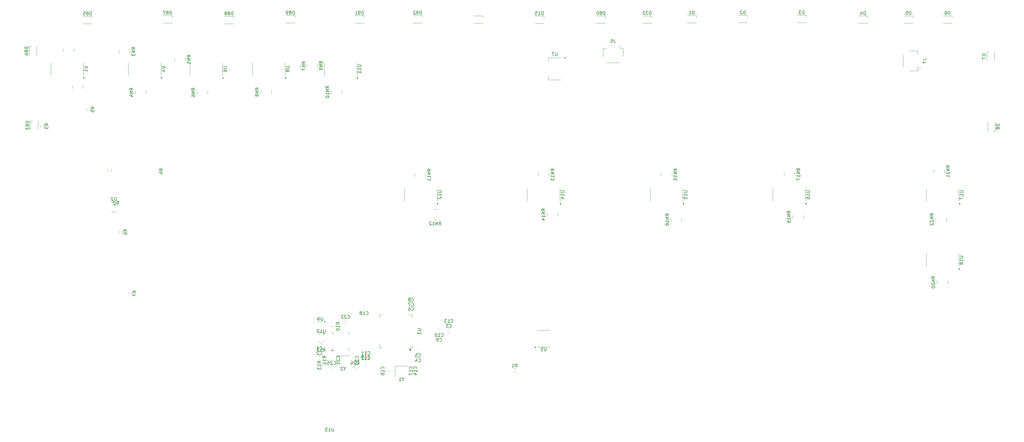
<source format=gbr>
%TF.GenerationSoftware,KiCad,Pcbnew,8.99.0-2206-gee77d06be7*%
%TF.CreationDate,2024-10-02T02:50:37+07:00*%
%TF.ProjectId,75\u0025,3735252e-6b69-4636-9164-5f7063625858,rev?*%
%TF.SameCoordinates,Original*%
%TF.FileFunction,Legend,Bot*%
%TF.FilePolarity,Positive*%
%FSLAX46Y46*%
G04 Gerber Fmt 4.6, Leading zero omitted, Abs format (unit mm)*
G04 Created by KiCad (PCBNEW 8.99.0-2206-gee77d06be7) date 2024-10-02 02:50:37*
%MOMM*%
%LPD*%
G01*
G04 APERTURE LIST*
%ADD10C,0.150000*%
%ADD11C,0.120000*%
G04 APERTURE END LIST*
D10*
X34174819Y-41148333D02*
X33698628Y-40815000D01*
X34174819Y-40576905D02*
X33174819Y-40576905D01*
X33174819Y-40576905D02*
X33174819Y-40957857D01*
X33174819Y-40957857D02*
X33222438Y-41053095D01*
X33222438Y-41053095D02*
X33270057Y-41100714D01*
X33270057Y-41100714D02*
X33365295Y-41148333D01*
X33365295Y-41148333D02*
X33508152Y-41148333D01*
X33508152Y-41148333D02*
X33603390Y-41100714D01*
X33603390Y-41100714D02*
X33651009Y-41053095D01*
X33651009Y-41053095D02*
X33698628Y-40957857D01*
X33698628Y-40957857D02*
X33698628Y-40576905D01*
X33508152Y-42005476D02*
X34174819Y-42005476D01*
X33127200Y-41767381D02*
X33841485Y-41529286D01*
X33841485Y-41529286D02*
X33841485Y-42148333D01*
X12974819Y-21948333D02*
X12498628Y-21615000D01*
X12974819Y-21376905D02*
X11974819Y-21376905D01*
X11974819Y-21376905D02*
X11974819Y-21757857D01*
X11974819Y-21757857D02*
X12022438Y-21853095D01*
X12022438Y-21853095D02*
X12070057Y-21900714D01*
X12070057Y-21900714D02*
X12165295Y-21948333D01*
X12165295Y-21948333D02*
X12308152Y-21948333D01*
X12308152Y-21948333D02*
X12403390Y-21900714D01*
X12403390Y-21900714D02*
X12451009Y-21853095D01*
X12451009Y-21853095D02*
X12498628Y-21757857D01*
X12498628Y-21757857D02*
X12498628Y-21376905D01*
X11974819Y-22853095D02*
X11974819Y-22376905D01*
X11974819Y-22376905D02*
X12451009Y-22329286D01*
X12451009Y-22329286D02*
X12403390Y-22376905D01*
X12403390Y-22376905D02*
X12355771Y-22472143D01*
X12355771Y-22472143D02*
X12355771Y-22710238D01*
X12355771Y-22710238D02*
X12403390Y-22805476D01*
X12403390Y-22805476D02*
X12451009Y-22853095D01*
X12451009Y-22853095D02*
X12546247Y-22900714D01*
X12546247Y-22900714D02*
X12784342Y-22900714D01*
X12784342Y-22900714D02*
X12879580Y-22853095D01*
X12879580Y-22853095D02*
X12927200Y-22805476D01*
X12927200Y-22805476D02*
X12974819Y-22710238D01*
X12974819Y-22710238D02*
X12974819Y-22472143D01*
X12974819Y-22472143D02*
X12927200Y-22376905D01*
X12927200Y-22376905D02*
X12879580Y-22329286D01*
X23124819Y-60008333D02*
X22648628Y-59675000D01*
X23124819Y-59436905D02*
X22124819Y-59436905D01*
X22124819Y-59436905D02*
X22124819Y-59817857D01*
X22124819Y-59817857D02*
X22172438Y-59913095D01*
X22172438Y-59913095D02*
X22220057Y-59960714D01*
X22220057Y-59960714D02*
X22315295Y-60008333D01*
X22315295Y-60008333D02*
X22458152Y-60008333D01*
X22458152Y-60008333D02*
X22553390Y-59960714D01*
X22553390Y-59960714D02*
X22601009Y-59913095D01*
X22601009Y-59913095D02*
X22648628Y-59817857D01*
X22648628Y-59817857D02*
X22648628Y-59436905D01*
X22124819Y-60865476D02*
X22124819Y-60675000D01*
X22124819Y-60675000D02*
X22172438Y-60579762D01*
X22172438Y-60579762D02*
X22220057Y-60532143D01*
X22220057Y-60532143D02*
X22362914Y-60436905D01*
X22362914Y-60436905D02*
X22553390Y-60389286D01*
X22553390Y-60389286D02*
X22934342Y-60389286D01*
X22934342Y-60389286D02*
X23029580Y-60436905D01*
X23029580Y-60436905D02*
X23077200Y-60484524D01*
X23077200Y-60484524D02*
X23124819Y-60579762D01*
X23124819Y-60579762D02*
X23124819Y-60770238D01*
X23124819Y-60770238D02*
X23077200Y-60865476D01*
X23077200Y-60865476D02*
X23029580Y-60913095D01*
X23029580Y-60913095D02*
X22934342Y-60960714D01*
X22934342Y-60960714D02*
X22696247Y-60960714D01*
X22696247Y-60960714D02*
X22601009Y-60913095D01*
X22601009Y-60913095D02*
X22553390Y-60865476D01*
X22553390Y-60865476D02*
X22505771Y-60770238D01*
X22505771Y-60770238D02*
X22505771Y-60579762D01*
X22505771Y-60579762D02*
X22553390Y-60484524D01*
X22553390Y-60484524D02*
X22601009Y-60436905D01*
X22601009Y-60436905D02*
X22696247Y-60389286D01*
X25934819Y-79068333D02*
X25458628Y-78735000D01*
X25934819Y-78496905D02*
X24934819Y-78496905D01*
X24934819Y-78496905D02*
X24934819Y-78877857D01*
X24934819Y-78877857D02*
X24982438Y-78973095D01*
X24982438Y-78973095D02*
X25030057Y-79020714D01*
X25030057Y-79020714D02*
X25125295Y-79068333D01*
X25125295Y-79068333D02*
X25268152Y-79068333D01*
X25268152Y-79068333D02*
X25363390Y-79020714D01*
X25363390Y-79020714D02*
X25411009Y-78973095D01*
X25411009Y-78973095D02*
X25458628Y-78877857D01*
X25458628Y-78877857D02*
X25458628Y-78496905D01*
X24934819Y-79401667D02*
X24934819Y-80068333D01*
X24934819Y-80068333D02*
X25934819Y-79639762D01*
X293864819Y-26696905D02*
X292864819Y-26696905D01*
X292864819Y-26696905D02*
X292864819Y-26935000D01*
X292864819Y-26935000D02*
X292912438Y-27077857D01*
X292912438Y-27077857D02*
X293007676Y-27173095D01*
X293007676Y-27173095D02*
X293102914Y-27220714D01*
X293102914Y-27220714D02*
X293293390Y-27268333D01*
X293293390Y-27268333D02*
X293436247Y-27268333D01*
X293436247Y-27268333D02*
X293626723Y-27220714D01*
X293626723Y-27220714D02*
X293721961Y-27173095D01*
X293721961Y-27173095D02*
X293817200Y-27077857D01*
X293817200Y-27077857D02*
X293864819Y-26935000D01*
X293864819Y-26935000D02*
X293864819Y-26696905D01*
X293293390Y-27839762D02*
X293245771Y-27744524D01*
X293245771Y-27744524D02*
X293198152Y-27696905D01*
X293198152Y-27696905D02*
X293102914Y-27649286D01*
X293102914Y-27649286D02*
X293055295Y-27649286D01*
X293055295Y-27649286D02*
X292960057Y-27696905D01*
X292960057Y-27696905D02*
X292912438Y-27744524D01*
X292912438Y-27744524D02*
X292864819Y-27839762D01*
X292864819Y-27839762D02*
X292864819Y-28030238D01*
X292864819Y-28030238D02*
X292912438Y-28125476D01*
X292912438Y-28125476D02*
X292960057Y-28173095D01*
X292960057Y-28173095D02*
X293055295Y-28220714D01*
X293055295Y-28220714D02*
X293102914Y-28220714D01*
X293102914Y-28220714D02*
X293198152Y-28173095D01*
X293198152Y-28173095D02*
X293245771Y-28125476D01*
X293245771Y-28125476D02*
X293293390Y-28030238D01*
X293293390Y-28030238D02*
X293293390Y-27839762D01*
X293293390Y-27839762D02*
X293341009Y-27744524D01*
X293341009Y-27744524D02*
X293388628Y-27696905D01*
X293388628Y-27696905D02*
X293483866Y-27649286D01*
X293483866Y-27649286D02*
X293674342Y-27649286D01*
X293674342Y-27649286D02*
X293769580Y-27696905D01*
X293769580Y-27696905D02*
X293817200Y-27744524D01*
X293817200Y-27744524D02*
X293864819Y-27839762D01*
X293864819Y-27839762D02*
X293864819Y-28030238D01*
X293864819Y-28030238D02*
X293817200Y-28125476D01*
X293817200Y-28125476D02*
X293769580Y-28173095D01*
X293769580Y-28173095D02*
X293674342Y-28220714D01*
X293674342Y-28220714D02*
X293483866Y-28220714D01*
X293483866Y-28220714D02*
X293388628Y-28173095D01*
X293388628Y-28173095D02*
X293341009Y-28125476D01*
X293341009Y-28125476D02*
X293293390Y-28030238D01*
X289554819Y-4861905D02*
X288554819Y-4861905D01*
X288554819Y-4861905D02*
X288554819Y-5100000D01*
X288554819Y-5100000D02*
X288602438Y-5242857D01*
X288602438Y-5242857D02*
X288697676Y-5338095D01*
X288697676Y-5338095D02*
X288792914Y-5385714D01*
X288792914Y-5385714D02*
X288983390Y-5433333D01*
X288983390Y-5433333D02*
X289126247Y-5433333D01*
X289126247Y-5433333D02*
X289316723Y-5385714D01*
X289316723Y-5385714D02*
X289411961Y-5338095D01*
X289411961Y-5338095D02*
X289507200Y-5242857D01*
X289507200Y-5242857D02*
X289554819Y-5100000D01*
X289554819Y-5100000D02*
X289554819Y-4861905D01*
X288554819Y-5766667D02*
X288554819Y-6433333D01*
X288554819Y-6433333D02*
X289554819Y-6004762D01*
X278473094Y7405180D02*
X278473094Y8405180D01*
X278473094Y8405180D02*
X278234999Y8405180D01*
X278234999Y8405180D02*
X278092142Y8357561D01*
X278092142Y8357561D02*
X277996904Y8262323D01*
X277996904Y8262323D02*
X277949285Y8167085D01*
X277949285Y8167085D02*
X277901666Y7976609D01*
X277901666Y7976609D02*
X277901666Y7833752D01*
X277901666Y7833752D02*
X277949285Y7643276D01*
X277949285Y7643276D02*
X277996904Y7548038D01*
X277996904Y7548038D02*
X278092142Y7452800D01*
X278092142Y7452800D02*
X278234999Y7405180D01*
X278234999Y7405180D02*
X278473094Y7405180D01*
X277044523Y8405180D02*
X277234999Y8405180D01*
X277234999Y8405180D02*
X277330237Y8357561D01*
X277330237Y8357561D02*
X277377856Y8309942D01*
X277377856Y8309942D02*
X277473094Y8167085D01*
X277473094Y8167085D02*
X277520713Y7976609D01*
X277520713Y7976609D02*
X277520713Y7595657D01*
X277520713Y7595657D02*
X277473094Y7500419D01*
X277473094Y7500419D02*
X277425475Y7452800D01*
X277425475Y7452800D02*
X277330237Y7405180D01*
X277330237Y7405180D02*
X277139761Y7405180D01*
X277139761Y7405180D02*
X277044523Y7452800D01*
X277044523Y7452800D02*
X276996904Y7500419D01*
X276996904Y7500419D02*
X276949285Y7595657D01*
X276949285Y7595657D02*
X276949285Y7833752D01*
X276949285Y7833752D02*
X276996904Y7928990D01*
X276996904Y7928990D02*
X277044523Y7976609D01*
X277044523Y7976609D02*
X277139761Y8024228D01*
X277139761Y8024228D02*
X277330237Y8024228D01*
X277330237Y8024228D02*
X277425475Y7976609D01*
X277425475Y7976609D02*
X277473094Y7928990D01*
X277473094Y7928990D02*
X277520713Y7833752D01*
X266383094Y7395180D02*
X266383094Y8395180D01*
X266383094Y8395180D02*
X266144999Y8395180D01*
X266144999Y8395180D02*
X266002142Y8347561D01*
X266002142Y8347561D02*
X265906904Y8252323D01*
X265906904Y8252323D02*
X265859285Y8157085D01*
X265859285Y8157085D02*
X265811666Y7966609D01*
X265811666Y7966609D02*
X265811666Y7823752D01*
X265811666Y7823752D02*
X265859285Y7633276D01*
X265859285Y7633276D02*
X265906904Y7538038D01*
X265906904Y7538038D02*
X266002142Y7442800D01*
X266002142Y7442800D02*
X266144999Y7395180D01*
X266144999Y7395180D02*
X266383094Y7395180D01*
X264906904Y8395180D02*
X265383094Y8395180D01*
X265383094Y8395180D02*
X265430713Y7918990D01*
X265430713Y7918990D02*
X265383094Y7966609D01*
X265383094Y7966609D02*
X265287856Y8014228D01*
X265287856Y8014228D02*
X265049761Y8014228D01*
X265049761Y8014228D02*
X264954523Y7966609D01*
X264954523Y7966609D02*
X264906904Y7918990D01*
X264906904Y7918990D02*
X264859285Y7823752D01*
X264859285Y7823752D02*
X264859285Y7585657D01*
X264859285Y7585657D02*
X264906904Y7490419D01*
X264906904Y7490419D02*
X264954523Y7442800D01*
X264954523Y7442800D02*
X265049761Y7395180D01*
X265049761Y7395180D02*
X265287856Y7395180D01*
X265287856Y7395180D02*
X265383094Y7442800D01*
X265383094Y7442800D02*
X265430713Y7490419D01*
X252268094Y7365180D02*
X252268094Y8365180D01*
X252268094Y8365180D02*
X252029999Y8365180D01*
X252029999Y8365180D02*
X251887142Y8317561D01*
X251887142Y8317561D02*
X251791904Y8222323D01*
X251791904Y8222323D02*
X251744285Y8127085D01*
X251744285Y8127085D02*
X251696666Y7936609D01*
X251696666Y7936609D02*
X251696666Y7793752D01*
X251696666Y7793752D02*
X251744285Y7603276D01*
X251744285Y7603276D02*
X251791904Y7508038D01*
X251791904Y7508038D02*
X251887142Y7412800D01*
X251887142Y7412800D02*
X252029999Y7365180D01*
X252029999Y7365180D02*
X252268094Y7365180D01*
X250839523Y8031847D02*
X250839523Y7365180D01*
X251077618Y8412800D02*
X251315713Y7698514D01*
X251315713Y7698514D02*
X250696666Y7698514D01*
X233253094Y7585180D02*
X233253094Y8585180D01*
X233253094Y8585180D02*
X233014999Y8585180D01*
X233014999Y8585180D02*
X232872142Y8537561D01*
X232872142Y8537561D02*
X232776904Y8442323D01*
X232776904Y8442323D02*
X232729285Y8347085D01*
X232729285Y8347085D02*
X232681666Y8156609D01*
X232681666Y8156609D02*
X232681666Y8013752D01*
X232681666Y8013752D02*
X232729285Y7823276D01*
X232729285Y7823276D02*
X232776904Y7728038D01*
X232776904Y7728038D02*
X232872142Y7632800D01*
X232872142Y7632800D02*
X233014999Y7585180D01*
X233014999Y7585180D02*
X233253094Y7585180D01*
X232348332Y8585180D02*
X231729285Y8585180D01*
X231729285Y8585180D02*
X232062618Y8204228D01*
X232062618Y8204228D02*
X231919761Y8204228D01*
X231919761Y8204228D02*
X231824523Y8156609D01*
X231824523Y8156609D02*
X231776904Y8108990D01*
X231776904Y8108990D02*
X231729285Y8013752D01*
X231729285Y8013752D02*
X231729285Y7775657D01*
X231729285Y7775657D02*
X231776904Y7680419D01*
X231776904Y7680419D02*
X231824523Y7632800D01*
X231824523Y7632800D02*
X231919761Y7585180D01*
X231919761Y7585180D02*
X232205475Y7585180D01*
X232205475Y7585180D02*
X232300713Y7632800D01*
X232300713Y7632800D02*
X232348332Y7680419D01*
X214983094Y7545180D02*
X214983094Y8545180D01*
X214983094Y8545180D02*
X214744999Y8545180D01*
X214744999Y8545180D02*
X214602142Y8497561D01*
X214602142Y8497561D02*
X214506904Y8402323D01*
X214506904Y8402323D02*
X214459285Y8307085D01*
X214459285Y8307085D02*
X214411666Y8116609D01*
X214411666Y8116609D02*
X214411666Y7973752D01*
X214411666Y7973752D02*
X214459285Y7783276D01*
X214459285Y7783276D02*
X214506904Y7688038D01*
X214506904Y7688038D02*
X214602142Y7592800D01*
X214602142Y7592800D02*
X214744999Y7545180D01*
X214744999Y7545180D02*
X214983094Y7545180D01*
X214030713Y8449942D02*
X213983094Y8497561D01*
X213983094Y8497561D02*
X213887856Y8545180D01*
X213887856Y8545180D02*
X213649761Y8545180D01*
X213649761Y8545180D02*
X213554523Y8497561D01*
X213554523Y8497561D02*
X213506904Y8449942D01*
X213506904Y8449942D02*
X213459285Y8354704D01*
X213459285Y8354704D02*
X213459285Y8259466D01*
X213459285Y8259466D02*
X213506904Y8116609D01*
X213506904Y8116609D02*
X214078332Y7545180D01*
X214078332Y7545180D02*
X213459285Y7545180D01*
X199108094Y7455180D02*
X199108094Y8455180D01*
X199108094Y8455180D02*
X198869999Y8455180D01*
X198869999Y8455180D02*
X198727142Y8407561D01*
X198727142Y8407561D02*
X198631904Y8312323D01*
X198631904Y8312323D02*
X198584285Y8217085D01*
X198584285Y8217085D02*
X198536666Y8026609D01*
X198536666Y8026609D02*
X198536666Y7883752D01*
X198536666Y7883752D02*
X198584285Y7693276D01*
X198584285Y7693276D02*
X198631904Y7598038D01*
X198631904Y7598038D02*
X198727142Y7502800D01*
X198727142Y7502800D02*
X198869999Y7455180D01*
X198869999Y7455180D02*
X199108094Y7455180D01*
X197584285Y7455180D02*
X198155713Y7455180D01*
X197869999Y7455180D02*
X197869999Y8455180D01*
X197869999Y8455180D02*
X197965237Y8312323D01*
X197965237Y8312323D02*
X198060475Y8217085D01*
X198060475Y8217085D02*
X198155713Y8169466D01*
X96494285Y7435180D02*
X96494285Y8435180D01*
X96494285Y8435180D02*
X96256190Y8435180D01*
X96256190Y8435180D02*
X96113333Y8387561D01*
X96113333Y8387561D02*
X96018095Y8292323D01*
X96018095Y8292323D02*
X95970476Y8197085D01*
X95970476Y8197085D02*
X95922857Y8006609D01*
X95922857Y8006609D02*
X95922857Y7863752D01*
X95922857Y7863752D02*
X95970476Y7673276D01*
X95970476Y7673276D02*
X96018095Y7578038D01*
X96018095Y7578038D02*
X96113333Y7482800D01*
X96113333Y7482800D02*
X96256190Y7435180D01*
X96256190Y7435180D02*
X96494285Y7435180D01*
X95446666Y7435180D02*
X95256190Y7435180D01*
X95256190Y7435180D02*
X95160952Y7482800D01*
X95160952Y7482800D02*
X95113333Y7530419D01*
X95113333Y7530419D02*
X95018095Y7673276D01*
X95018095Y7673276D02*
X94970476Y7863752D01*
X94970476Y7863752D02*
X94970476Y8244704D01*
X94970476Y8244704D02*
X95018095Y8339942D01*
X95018095Y8339942D02*
X95065714Y8387561D01*
X95065714Y8387561D02*
X95160952Y8435180D01*
X95160952Y8435180D02*
X95351428Y8435180D01*
X95351428Y8435180D02*
X95446666Y8387561D01*
X95446666Y8387561D02*
X95494285Y8339942D01*
X95494285Y8339942D02*
X95541904Y8244704D01*
X95541904Y8244704D02*
X95541904Y8006609D01*
X95541904Y8006609D02*
X95494285Y7911371D01*
X95494285Y7911371D02*
X95446666Y7863752D01*
X95446666Y7863752D02*
X95351428Y7816133D01*
X95351428Y7816133D02*
X95160952Y7816133D01*
X95160952Y7816133D02*
X95065714Y7863752D01*
X95065714Y7863752D02*
X95018095Y7911371D01*
X95018095Y7911371D02*
X94970476Y8006609D01*
X94018095Y7435180D02*
X94589523Y7435180D01*
X94303809Y7435180D02*
X94303809Y8435180D01*
X94303809Y8435180D02*
X94399047Y8292323D01*
X94399047Y8292323D02*
X94494285Y8197085D01*
X94494285Y8197085D02*
X94589523Y8149466D01*
X114504285Y7485180D02*
X114504285Y8485180D01*
X114504285Y8485180D02*
X114266190Y8485180D01*
X114266190Y8485180D02*
X114123333Y8437561D01*
X114123333Y8437561D02*
X114028095Y8342323D01*
X114028095Y8342323D02*
X113980476Y8247085D01*
X113980476Y8247085D02*
X113932857Y8056609D01*
X113932857Y8056609D02*
X113932857Y7913752D01*
X113932857Y7913752D02*
X113980476Y7723276D01*
X113980476Y7723276D02*
X114028095Y7628038D01*
X114028095Y7628038D02*
X114123333Y7532800D01*
X114123333Y7532800D02*
X114266190Y7485180D01*
X114266190Y7485180D02*
X114504285Y7485180D01*
X113456666Y7485180D02*
X113266190Y7485180D01*
X113266190Y7485180D02*
X113170952Y7532800D01*
X113170952Y7532800D02*
X113123333Y7580419D01*
X113123333Y7580419D02*
X113028095Y7723276D01*
X113028095Y7723276D02*
X112980476Y7913752D01*
X112980476Y7913752D02*
X112980476Y8294704D01*
X112980476Y8294704D02*
X113028095Y8389942D01*
X113028095Y8389942D02*
X113075714Y8437561D01*
X113075714Y8437561D02*
X113170952Y8485180D01*
X113170952Y8485180D02*
X113361428Y8485180D01*
X113361428Y8485180D02*
X113456666Y8437561D01*
X113456666Y8437561D02*
X113504285Y8389942D01*
X113504285Y8389942D02*
X113551904Y8294704D01*
X113551904Y8294704D02*
X113551904Y8056609D01*
X113551904Y8056609D02*
X113504285Y7961371D01*
X113504285Y7961371D02*
X113456666Y7913752D01*
X113456666Y7913752D02*
X113361428Y7866133D01*
X113361428Y7866133D02*
X113170952Y7866133D01*
X113170952Y7866133D02*
X113075714Y7913752D01*
X113075714Y7913752D02*
X113028095Y7961371D01*
X113028095Y7961371D02*
X112980476Y8056609D01*
X112599523Y8389942D02*
X112551904Y8437561D01*
X112551904Y8437561D02*
X112456666Y8485180D01*
X112456666Y8485180D02*
X112218571Y8485180D01*
X112218571Y8485180D02*
X112123333Y8437561D01*
X112123333Y8437561D02*
X112075714Y8389942D01*
X112075714Y8389942D02*
X112028095Y8294704D01*
X112028095Y8294704D02*
X112028095Y8199466D01*
X112028095Y8199466D02*
X112075714Y8056609D01*
X112075714Y8056609D02*
X112647142Y7485180D01*
X112647142Y7485180D02*
X112028095Y7485180D01*
X36944285Y7465180D02*
X36944285Y8465180D01*
X36944285Y8465180D02*
X36706190Y8465180D01*
X36706190Y8465180D02*
X36563333Y8417561D01*
X36563333Y8417561D02*
X36468095Y8322323D01*
X36468095Y8322323D02*
X36420476Y8227085D01*
X36420476Y8227085D02*
X36372857Y8036609D01*
X36372857Y8036609D02*
X36372857Y7893752D01*
X36372857Y7893752D02*
X36420476Y7703276D01*
X36420476Y7703276D02*
X36468095Y7608038D01*
X36468095Y7608038D02*
X36563333Y7512800D01*
X36563333Y7512800D02*
X36706190Y7465180D01*
X36706190Y7465180D02*
X36944285Y7465180D01*
X35801428Y8036609D02*
X35896666Y8084228D01*
X35896666Y8084228D02*
X35944285Y8131847D01*
X35944285Y8131847D02*
X35991904Y8227085D01*
X35991904Y8227085D02*
X35991904Y8274704D01*
X35991904Y8274704D02*
X35944285Y8369942D01*
X35944285Y8369942D02*
X35896666Y8417561D01*
X35896666Y8417561D02*
X35801428Y8465180D01*
X35801428Y8465180D02*
X35610952Y8465180D01*
X35610952Y8465180D02*
X35515714Y8417561D01*
X35515714Y8417561D02*
X35468095Y8369942D01*
X35468095Y8369942D02*
X35420476Y8274704D01*
X35420476Y8274704D02*
X35420476Y8227085D01*
X35420476Y8227085D02*
X35468095Y8131847D01*
X35468095Y8131847D02*
X35515714Y8084228D01*
X35515714Y8084228D02*
X35610952Y8036609D01*
X35610952Y8036609D02*
X35801428Y8036609D01*
X35801428Y8036609D02*
X35896666Y7988990D01*
X35896666Y7988990D02*
X35944285Y7941371D01*
X35944285Y7941371D02*
X35991904Y7846133D01*
X35991904Y7846133D02*
X35991904Y7655657D01*
X35991904Y7655657D02*
X35944285Y7560419D01*
X35944285Y7560419D02*
X35896666Y7512800D01*
X35896666Y7512800D02*
X35801428Y7465180D01*
X35801428Y7465180D02*
X35610952Y7465180D01*
X35610952Y7465180D02*
X35515714Y7512800D01*
X35515714Y7512800D02*
X35468095Y7560419D01*
X35468095Y7560419D02*
X35420476Y7655657D01*
X35420476Y7655657D02*
X35420476Y7846133D01*
X35420476Y7846133D02*
X35468095Y7941371D01*
X35468095Y7941371D02*
X35515714Y7988990D01*
X35515714Y7988990D02*
X35610952Y8036609D01*
X35087142Y8465180D02*
X34420476Y8465180D01*
X34420476Y8465180D02*
X34849047Y7465180D01*
X12094285Y7235180D02*
X12094285Y8235180D01*
X12094285Y8235180D02*
X11856190Y8235180D01*
X11856190Y8235180D02*
X11713333Y8187561D01*
X11713333Y8187561D02*
X11618095Y8092323D01*
X11618095Y8092323D02*
X11570476Y7997085D01*
X11570476Y7997085D02*
X11522857Y7806609D01*
X11522857Y7806609D02*
X11522857Y7663752D01*
X11522857Y7663752D02*
X11570476Y7473276D01*
X11570476Y7473276D02*
X11618095Y7378038D01*
X11618095Y7378038D02*
X11713333Y7282800D01*
X11713333Y7282800D02*
X11856190Y7235180D01*
X11856190Y7235180D02*
X12094285Y7235180D01*
X10951428Y7806609D02*
X11046666Y7854228D01*
X11046666Y7854228D02*
X11094285Y7901847D01*
X11094285Y7901847D02*
X11141904Y7997085D01*
X11141904Y7997085D02*
X11141904Y8044704D01*
X11141904Y8044704D02*
X11094285Y8139942D01*
X11094285Y8139942D02*
X11046666Y8187561D01*
X11046666Y8187561D02*
X10951428Y8235180D01*
X10951428Y8235180D02*
X10760952Y8235180D01*
X10760952Y8235180D02*
X10665714Y8187561D01*
X10665714Y8187561D02*
X10618095Y8139942D01*
X10618095Y8139942D02*
X10570476Y8044704D01*
X10570476Y8044704D02*
X10570476Y7997085D01*
X10570476Y7997085D02*
X10618095Y7901847D01*
X10618095Y7901847D02*
X10665714Y7854228D01*
X10665714Y7854228D02*
X10760952Y7806609D01*
X10760952Y7806609D02*
X10951428Y7806609D01*
X10951428Y7806609D02*
X11046666Y7758990D01*
X11046666Y7758990D02*
X11094285Y7711371D01*
X11094285Y7711371D02*
X11141904Y7616133D01*
X11141904Y7616133D02*
X11141904Y7425657D01*
X11141904Y7425657D02*
X11094285Y7330419D01*
X11094285Y7330419D02*
X11046666Y7282800D01*
X11046666Y7282800D02*
X10951428Y7235180D01*
X10951428Y7235180D02*
X10760952Y7235180D01*
X10760952Y7235180D02*
X10665714Y7282800D01*
X10665714Y7282800D02*
X10618095Y7330419D01*
X10618095Y7330419D02*
X10570476Y7425657D01*
X10570476Y7425657D02*
X10570476Y7616133D01*
X10570476Y7616133D02*
X10618095Y7711371D01*
X10618095Y7711371D02*
X10665714Y7758990D01*
X10665714Y7758990D02*
X10760952Y7806609D01*
X9665714Y8235180D02*
X10141904Y8235180D01*
X10141904Y8235180D02*
X10189523Y7758990D01*
X10189523Y7758990D02*
X10141904Y7806609D01*
X10141904Y7806609D02*
X10046666Y7854228D01*
X10046666Y7854228D02*
X9808571Y7854228D01*
X9808571Y7854228D02*
X9713333Y7806609D01*
X9713333Y7806609D02*
X9665714Y7758990D01*
X9665714Y7758990D02*
X9618095Y7663752D01*
X9618095Y7663752D02*
X9618095Y7425657D01*
X9618095Y7425657D02*
X9665714Y7330419D01*
X9665714Y7330419D02*
X9713333Y7282800D01*
X9713333Y7282800D02*
X9808571Y7235180D01*
X9808571Y7235180D02*
X10046666Y7235180D01*
X10046666Y7235180D02*
X10141904Y7282800D01*
X10141904Y7282800D02*
X10189523Y7330419D01*
X278364819Y-40143333D02*
X277888628Y-39810000D01*
X278364819Y-39571905D02*
X277364819Y-39571905D01*
X277364819Y-39571905D02*
X277364819Y-39952857D01*
X277364819Y-39952857D02*
X277412438Y-40048095D01*
X277412438Y-40048095D02*
X277460057Y-40095714D01*
X277460057Y-40095714D02*
X277555295Y-40143333D01*
X277555295Y-40143333D02*
X277698152Y-40143333D01*
X277698152Y-40143333D02*
X277793390Y-40095714D01*
X277793390Y-40095714D02*
X277841009Y-40048095D01*
X277841009Y-40048095D02*
X277888628Y-39952857D01*
X277888628Y-39952857D02*
X277888628Y-39571905D01*
X278364819Y-40571905D02*
X277364819Y-40571905D01*
X277364819Y-40571905D02*
X278364819Y-41143333D01*
X278364819Y-41143333D02*
X277364819Y-41143333D01*
X277460057Y-41571905D02*
X277412438Y-41619524D01*
X277412438Y-41619524D02*
X277364819Y-41714762D01*
X277364819Y-41714762D02*
X277364819Y-41952857D01*
X277364819Y-41952857D02*
X277412438Y-42048095D01*
X277412438Y-42048095D02*
X277460057Y-42095714D01*
X277460057Y-42095714D02*
X277555295Y-42143333D01*
X277555295Y-42143333D02*
X277650533Y-42143333D01*
X277650533Y-42143333D02*
X277793390Y-42095714D01*
X277793390Y-42095714D02*
X278364819Y-41524286D01*
X278364819Y-41524286D02*
X278364819Y-42143333D01*
X278364819Y-43095714D02*
X278364819Y-42524286D01*
X278364819Y-42810000D02*
X277364819Y-42810000D01*
X277364819Y-42810000D02*
X277507676Y-42714762D01*
X277507676Y-42714762D02*
X277602914Y-42619524D01*
X277602914Y-42619524D02*
X277650533Y-42524286D01*
X119926666Y-58034819D02*
X120259999Y-57558628D01*
X120498094Y-58034819D02*
X120498094Y-57034819D01*
X120498094Y-57034819D02*
X120117142Y-57034819D01*
X120117142Y-57034819D02*
X120021904Y-57082438D01*
X120021904Y-57082438D02*
X119974285Y-57130057D01*
X119974285Y-57130057D02*
X119926666Y-57225295D01*
X119926666Y-57225295D02*
X119926666Y-57368152D01*
X119926666Y-57368152D02*
X119974285Y-57463390D01*
X119974285Y-57463390D02*
X120021904Y-57511009D01*
X120021904Y-57511009D02*
X120117142Y-57558628D01*
X120117142Y-57558628D02*
X120498094Y-57558628D01*
X119498094Y-58034819D02*
X119498094Y-57034819D01*
X119498094Y-57034819D02*
X118926666Y-58034819D01*
X118926666Y-58034819D02*
X118926666Y-57034819D01*
X117926666Y-58034819D02*
X118498094Y-58034819D01*
X118212380Y-58034819D02*
X118212380Y-57034819D01*
X118212380Y-57034819D02*
X118307618Y-57177676D01*
X118307618Y-57177676D02*
X118402856Y-57272914D01*
X118402856Y-57272914D02*
X118498094Y-57320533D01*
X117545713Y-57130057D02*
X117498094Y-57082438D01*
X117498094Y-57082438D02*
X117402856Y-57034819D01*
X117402856Y-57034819D02*
X117164761Y-57034819D01*
X117164761Y-57034819D02*
X117069523Y-57082438D01*
X117069523Y-57082438D02*
X117021904Y-57130057D01*
X117021904Y-57130057D02*
X116974285Y-57225295D01*
X116974285Y-57225295D02*
X116974285Y-57320533D01*
X116974285Y-57320533D02*
X117021904Y-57463390D01*
X117021904Y-57463390D02*
X117593332Y-58034819D01*
X117593332Y-58034819D02*
X116974285Y-58034819D01*
X281559819Y-67671905D02*
X282369342Y-67671905D01*
X282369342Y-67671905D02*
X282464580Y-67719524D01*
X282464580Y-67719524D02*
X282512200Y-67767143D01*
X282512200Y-67767143D02*
X282559819Y-67862381D01*
X282559819Y-67862381D02*
X282559819Y-68052857D01*
X282559819Y-68052857D02*
X282512200Y-68148095D01*
X282512200Y-68148095D02*
X282464580Y-68195714D01*
X282464580Y-68195714D02*
X282369342Y-68243333D01*
X282369342Y-68243333D02*
X281559819Y-68243333D01*
X282559819Y-69243333D02*
X282559819Y-68671905D01*
X282559819Y-68957619D02*
X281559819Y-68957619D01*
X281559819Y-68957619D02*
X281702676Y-68862381D01*
X281702676Y-68862381D02*
X281797914Y-68767143D01*
X281797914Y-68767143D02*
X281845533Y-68671905D01*
X281988390Y-69814762D02*
X281940771Y-69719524D01*
X281940771Y-69719524D02*
X281893152Y-69671905D01*
X281893152Y-69671905D02*
X281797914Y-69624286D01*
X281797914Y-69624286D02*
X281750295Y-69624286D01*
X281750295Y-69624286D02*
X281655057Y-69671905D01*
X281655057Y-69671905D02*
X281607438Y-69719524D01*
X281607438Y-69719524D02*
X281559819Y-69814762D01*
X281559819Y-69814762D02*
X281559819Y-70005238D01*
X281559819Y-70005238D02*
X281607438Y-70100476D01*
X281607438Y-70100476D02*
X281655057Y-70148095D01*
X281655057Y-70148095D02*
X281750295Y-70195714D01*
X281750295Y-70195714D02*
X281797914Y-70195714D01*
X281797914Y-70195714D02*
X281893152Y-70148095D01*
X281893152Y-70148095D02*
X281940771Y-70100476D01*
X281940771Y-70100476D02*
X281988390Y-70005238D01*
X281988390Y-70005238D02*
X281988390Y-69814762D01*
X281988390Y-69814762D02*
X282036009Y-69719524D01*
X282036009Y-69719524D02*
X282083628Y-69671905D01*
X282083628Y-69671905D02*
X282178866Y-69624286D01*
X282178866Y-69624286D02*
X282369342Y-69624286D01*
X282369342Y-69624286D02*
X282464580Y-69671905D01*
X282464580Y-69671905D02*
X282512200Y-69719524D01*
X282512200Y-69719524D02*
X282559819Y-69814762D01*
X282559819Y-69814762D02*
X282559819Y-70005238D01*
X282559819Y-70005238D02*
X282512200Y-70100476D01*
X282512200Y-70100476D02*
X282464580Y-70148095D01*
X282464580Y-70148095D02*
X282369342Y-70195714D01*
X282369342Y-70195714D02*
X282178866Y-70195714D01*
X282178866Y-70195714D02*
X282083628Y-70148095D01*
X282083628Y-70148095D02*
X282036009Y-70100476D01*
X282036009Y-70100476D02*
X281988390Y-70005238D01*
X281574819Y-47381905D02*
X282384342Y-47381905D01*
X282384342Y-47381905D02*
X282479580Y-47429524D01*
X282479580Y-47429524D02*
X282527200Y-47477143D01*
X282527200Y-47477143D02*
X282574819Y-47572381D01*
X282574819Y-47572381D02*
X282574819Y-47762857D01*
X282574819Y-47762857D02*
X282527200Y-47858095D01*
X282527200Y-47858095D02*
X282479580Y-47905714D01*
X282479580Y-47905714D02*
X282384342Y-47953333D01*
X282384342Y-47953333D02*
X281574819Y-47953333D01*
X282574819Y-48953333D02*
X282574819Y-48381905D01*
X282574819Y-48667619D02*
X281574819Y-48667619D01*
X281574819Y-48667619D02*
X281717676Y-48572381D01*
X281717676Y-48572381D02*
X281812914Y-48477143D01*
X281812914Y-48477143D02*
X281860533Y-48381905D01*
X281574819Y-49286667D02*
X281574819Y-49953333D01*
X281574819Y-49953333D02*
X282574819Y-49524762D01*
X273354819Y-55093333D02*
X272878628Y-54760000D01*
X273354819Y-54521905D02*
X272354819Y-54521905D01*
X272354819Y-54521905D02*
X272354819Y-54902857D01*
X272354819Y-54902857D02*
X272402438Y-54998095D01*
X272402438Y-54998095D02*
X272450057Y-55045714D01*
X272450057Y-55045714D02*
X272545295Y-55093333D01*
X272545295Y-55093333D02*
X272688152Y-55093333D01*
X272688152Y-55093333D02*
X272783390Y-55045714D01*
X272783390Y-55045714D02*
X272831009Y-54998095D01*
X272831009Y-54998095D02*
X272878628Y-54902857D01*
X272878628Y-54902857D02*
X272878628Y-54521905D01*
X273354819Y-55521905D02*
X272354819Y-55521905D01*
X272354819Y-55521905D02*
X273354819Y-56093333D01*
X273354819Y-56093333D02*
X272354819Y-56093333D01*
X272450057Y-56521905D02*
X272402438Y-56569524D01*
X272402438Y-56569524D02*
X272354819Y-56664762D01*
X272354819Y-56664762D02*
X272354819Y-56902857D01*
X272354819Y-56902857D02*
X272402438Y-56998095D01*
X272402438Y-56998095D02*
X272450057Y-57045714D01*
X272450057Y-57045714D02*
X272545295Y-57093333D01*
X272545295Y-57093333D02*
X272640533Y-57093333D01*
X272640533Y-57093333D02*
X272783390Y-57045714D01*
X272783390Y-57045714D02*
X273354819Y-56474286D01*
X273354819Y-56474286D02*
X273354819Y-57093333D01*
X272450057Y-57474286D02*
X272402438Y-57521905D01*
X272402438Y-57521905D02*
X272354819Y-57617143D01*
X272354819Y-57617143D02*
X272354819Y-57855238D01*
X272354819Y-57855238D02*
X272402438Y-57950476D01*
X272402438Y-57950476D02*
X272450057Y-57998095D01*
X272450057Y-57998095D02*
X272545295Y-58045714D01*
X272545295Y-58045714D02*
X272640533Y-58045714D01*
X272640533Y-58045714D02*
X272783390Y-57998095D01*
X272783390Y-57998095D02*
X273354819Y-57426667D01*
X273354819Y-57426667D02*
X273354819Y-58045714D01*
X273844819Y-74613333D02*
X273368628Y-74280000D01*
X273844819Y-74041905D02*
X272844819Y-74041905D01*
X272844819Y-74041905D02*
X272844819Y-74422857D01*
X272844819Y-74422857D02*
X272892438Y-74518095D01*
X272892438Y-74518095D02*
X272940057Y-74565714D01*
X272940057Y-74565714D02*
X273035295Y-74613333D01*
X273035295Y-74613333D02*
X273178152Y-74613333D01*
X273178152Y-74613333D02*
X273273390Y-74565714D01*
X273273390Y-74565714D02*
X273321009Y-74518095D01*
X273321009Y-74518095D02*
X273368628Y-74422857D01*
X273368628Y-74422857D02*
X273368628Y-74041905D01*
X273844819Y-75041905D02*
X272844819Y-75041905D01*
X272844819Y-75041905D02*
X273844819Y-75613333D01*
X273844819Y-75613333D02*
X272844819Y-75613333D01*
X272940057Y-76041905D02*
X272892438Y-76089524D01*
X272892438Y-76089524D02*
X272844819Y-76184762D01*
X272844819Y-76184762D02*
X272844819Y-76422857D01*
X272844819Y-76422857D02*
X272892438Y-76518095D01*
X272892438Y-76518095D02*
X272940057Y-76565714D01*
X272940057Y-76565714D02*
X273035295Y-76613333D01*
X273035295Y-76613333D02*
X273130533Y-76613333D01*
X273130533Y-76613333D02*
X273273390Y-76565714D01*
X273273390Y-76565714D02*
X273844819Y-75994286D01*
X273844819Y-75994286D02*
X273844819Y-76613333D01*
X272844819Y-77232381D02*
X272844819Y-77327619D01*
X272844819Y-77327619D02*
X272892438Y-77422857D01*
X272892438Y-77422857D02*
X272940057Y-77470476D01*
X272940057Y-77470476D02*
X273035295Y-77518095D01*
X273035295Y-77518095D02*
X273225771Y-77565714D01*
X273225771Y-77565714D02*
X273463866Y-77565714D01*
X273463866Y-77565714D02*
X273654342Y-77518095D01*
X273654342Y-77518095D02*
X273749580Y-77470476D01*
X273749580Y-77470476D02*
X273797200Y-77422857D01*
X273797200Y-77422857D02*
X273844819Y-77327619D01*
X273844819Y-77327619D02*
X273844819Y-77232381D01*
X273844819Y-77232381D02*
X273797200Y-77137143D01*
X273797200Y-77137143D02*
X273749580Y-77089524D01*
X273749580Y-77089524D02*
X273654342Y-77041905D01*
X273654342Y-77041905D02*
X273463866Y-76994286D01*
X273463866Y-76994286D02*
X273225771Y-76994286D01*
X273225771Y-76994286D02*
X273035295Y-77041905D01*
X273035295Y-77041905D02*
X272940057Y-77089524D01*
X272940057Y-77089524D02*
X272892438Y-77137143D01*
X272892438Y-77137143D02*
X272844819Y-77232381D01*
X233964819Y-47381905D02*
X234774342Y-47381905D01*
X234774342Y-47381905D02*
X234869580Y-47429524D01*
X234869580Y-47429524D02*
X234917200Y-47477143D01*
X234917200Y-47477143D02*
X234964819Y-47572381D01*
X234964819Y-47572381D02*
X234964819Y-47762857D01*
X234964819Y-47762857D02*
X234917200Y-47858095D01*
X234917200Y-47858095D02*
X234869580Y-47905714D01*
X234869580Y-47905714D02*
X234774342Y-47953333D01*
X234774342Y-47953333D02*
X233964819Y-47953333D01*
X234964819Y-48953333D02*
X234964819Y-48381905D01*
X234964819Y-48667619D02*
X233964819Y-48667619D01*
X233964819Y-48667619D02*
X234107676Y-48572381D01*
X234107676Y-48572381D02*
X234202914Y-48477143D01*
X234202914Y-48477143D02*
X234250533Y-48381905D01*
X233964819Y-49810476D02*
X233964819Y-49620000D01*
X233964819Y-49620000D02*
X234012438Y-49524762D01*
X234012438Y-49524762D02*
X234060057Y-49477143D01*
X234060057Y-49477143D02*
X234202914Y-49381905D01*
X234202914Y-49381905D02*
X234393390Y-49334286D01*
X234393390Y-49334286D02*
X234774342Y-49334286D01*
X234774342Y-49334286D02*
X234869580Y-49381905D01*
X234869580Y-49381905D02*
X234917200Y-49429524D01*
X234917200Y-49429524D02*
X234964819Y-49524762D01*
X234964819Y-49524762D02*
X234964819Y-49715238D01*
X234964819Y-49715238D02*
X234917200Y-49810476D01*
X234917200Y-49810476D02*
X234869580Y-49858095D01*
X234869580Y-49858095D02*
X234774342Y-49905714D01*
X234774342Y-49905714D02*
X234536247Y-49905714D01*
X234536247Y-49905714D02*
X234441009Y-49858095D01*
X234441009Y-49858095D02*
X234393390Y-49810476D01*
X234393390Y-49810476D02*
X234345771Y-49715238D01*
X234345771Y-49715238D02*
X234345771Y-49524762D01*
X234345771Y-49524762D02*
X234393390Y-49429524D01*
X234393390Y-49429524D02*
X234441009Y-49381905D01*
X234441009Y-49381905D02*
X234536247Y-49334286D01*
X229024819Y-54323333D02*
X228548628Y-53990000D01*
X229024819Y-53751905D02*
X228024819Y-53751905D01*
X228024819Y-53751905D02*
X228024819Y-54132857D01*
X228024819Y-54132857D02*
X228072438Y-54228095D01*
X228072438Y-54228095D02*
X228120057Y-54275714D01*
X228120057Y-54275714D02*
X228215295Y-54323333D01*
X228215295Y-54323333D02*
X228358152Y-54323333D01*
X228358152Y-54323333D02*
X228453390Y-54275714D01*
X228453390Y-54275714D02*
X228501009Y-54228095D01*
X228501009Y-54228095D02*
X228548628Y-54132857D01*
X228548628Y-54132857D02*
X228548628Y-53751905D01*
X229024819Y-54751905D02*
X228024819Y-54751905D01*
X228024819Y-54751905D02*
X229024819Y-55323333D01*
X229024819Y-55323333D02*
X228024819Y-55323333D01*
X229024819Y-56323333D02*
X229024819Y-55751905D01*
X229024819Y-56037619D02*
X228024819Y-56037619D01*
X228024819Y-56037619D02*
X228167676Y-55942381D01*
X228167676Y-55942381D02*
X228262914Y-55847143D01*
X228262914Y-55847143D02*
X228310533Y-55751905D01*
X228453390Y-56894762D02*
X228405771Y-56799524D01*
X228405771Y-56799524D02*
X228358152Y-56751905D01*
X228358152Y-56751905D02*
X228262914Y-56704286D01*
X228262914Y-56704286D02*
X228215295Y-56704286D01*
X228215295Y-56704286D02*
X228120057Y-56751905D01*
X228120057Y-56751905D02*
X228072438Y-56799524D01*
X228072438Y-56799524D02*
X228024819Y-56894762D01*
X228024819Y-56894762D02*
X228024819Y-57085238D01*
X228024819Y-57085238D02*
X228072438Y-57180476D01*
X228072438Y-57180476D02*
X228120057Y-57228095D01*
X228120057Y-57228095D02*
X228215295Y-57275714D01*
X228215295Y-57275714D02*
X228262914Y-57275714D01*
X228262914Y-57275714D02*
X228358152Y-57228095D01*
X228358152Y-57228095D02*
X228405771Y-57180476D01*
X228405771Y-57180476D02*
X228453390Y-57085238D01*
X228453390Y-57085238D02*
X228453390Y-56894762D01*
X228453390Y-56894762D02*
X228501009Y-56799524D01*
X228501009Y-56799524D02*
X228548628Y-56751905D01*
X228548628Y-56751905D02*
X228643866Y-56704286D01*
X228643866Y-56704286D02*
X228834342Y-56704286D01*
X228834342Y-56704286D02*
X228929580Y-56751905D01*
X228929580Y-56751905D02*
X228977200Y-56799524D01*
X228977200Y-56799524D02*
X229024819Y-56894762D01*
X229024819Y-56894762D02*
X229024819Y-57085238D01*
X229024819Y-57085238D02*
X228977200Y-57180476D01*
X228977200Y-57180476D02*
X228929580Y-57228095D01*
X228929580Y-57228095D02*
X228834342Y-57275714D01*
X228834342Y-57275714D02*
X228643866Y-57275714D01*
X228643866Y-57275714D02*
X228548628Y-57228095D01*
X228548628Y-57228095D02*
X228501009Y-57180476D01*
X228501009Y-57180476D02*
X228453390Y-57085238D01*
X231984819Y-41053333D02*
X231508628Y-40720000D01*
X231984819Y-40481905D02*
X230984819Y-40481905D01*
X230984819Y-40481905D02*
X230984819Y-40862857D01*
X230984819Y-40862857D02*
X231032438Y-40958095D01*
X231032438Y-40958095D02*
X231080057Y-41005714D01*
X231080057Y-41005714D02*
X231175295Y-41053333D01*
X231175295Y-41053333D02*
X231318152Y-41053333D01*
X231318152Y-41053333D02*
X231413390Y-41005714D01*
X231413390Y-41005714D02*
X231461009Y-40958095D01*
X231461009Y-40958095D02*
X231508628Y-40862857D01*
X231508628Y-40862857D02*
X231508628Y-40481905D01*
X231984819Y-41481905D02*
X230984819Y-41481905D01*
X230984819Y-41481905D02*
X231984819Y-42053333D01*
X231984819Y-42053333D02*
X230984819Y-42053333D01*
X231984819Y-43053333D02*
X231984819Y-42481905D01*
X231984819Y-42767619D02*
X230984819Y-42767619D01*
X230984819Y-42767619D02*
X231127676Y-42672381D01*
X231127676Y-42672381D02*
X231222914Y-42577143D01*
X231222914Y-42577143D02*
X231270533Y-42481905D01*
X230984819Y-43386667D02*
X230984819Y-44053333D01*
X230984819Y-44053333D02*
X231984819Y-43624762D01*
X195894819Y-47381905D02*
X196704342Y-47381905D01*
X196704342Y-47381905D02*
X196799580Y-47429524D01*
X196799580Y-47429524D02*
X196847200Y-47477143D01*
X196847200Y-47477143D02*
X196894819Y-47572381D01*
X196894819Y-47572381D02*
X196894819Y-47762857D01*
X196894819Y-47762857D02*
X196847200Y-47858095D01*
X196847200Y-47858095D02*
X196799580Y-47905714D01*
X196799580Y-47905714D02*
X196704342Y-47953333D01*
X196704342Y-47953333D02*
X195894819Y-47953333D01*
X196894819Y-48953333D02*
X196894819Y-48381905D01*
X196894819Y-48667619D02*
X195894819Y-48667619D01*
X195894819Y-48667619D02*
X196037676Y-48572381D01*
X196037676Y-48572381D02*
X196132914Y-48477143D01*
X196132914Y-48477143D02*
X196180533Y-48381905D01*
X195894819Y-49858095D02*
X195894819Y-49381905D01*
X195894819Y-49381905D02*
X196371009Y-49334286D01*
X196371009Y-49334286D02*
X196323390Y-49381905D01*
X196323390Y-49381905D02*
X196275771Y-49477143D01*
X196275771Y-49477143D02*
X196275771Y-49715238D01*
X196275771Y-49715238D02*
X196323390Y-49810476D01*
X196323390Y-49810476D02*
X196371009Y-49858095D01*
X196371009Y-49858095D02*
X196466247Y-49905714D01*
X196466247Y-49905714D02*
X196704342Y-49905714D01*
X196704342Y-49905714D02*
X196799580Y-49858095D01*
X196799580Y-49858095D02*
X196847200Y-49810476D01*
X196847200Y-49810476D02*
X196894819Y-49715238D01*
X196894819Y-49715238D02*
X196894819Y-49477143D01*
X196894819Y-49477143D02*
X196847200Y-49381905D01*
X196847200Y-49381905D02*
X196799580Y-49334286D01*
X63954819Y-15992023D02*
X63478628Y-15658690D01*
X63954819Y-15420595D02*
X62954819Y-15420595D01*
X62954819Y-15420595D02*
X62954819Y-15801547D01*
X62954819Y-15801547D02*
X63002438Y-15896785D01*
X63002438Y-15896785D02*
X63050057Y-15944404D01*
X63050057Y-15944404D02*
X63145295Y-15992023D01*
X63145295Y-15992023D02*
X63288152Y-15992023D01*
X63288152Y-15992023D02*
X63383390Y-15944404D01*
X63383390Y-15944404D02*
X63431009Y-15896785D01*
X63431009Y-15896785D02*
X63478628Y-15801547D01*
X63478628Y-15801547D02*
X63478628Y-15420595D01*
X63954819Y-16420595D02*
X62954819Y-16420595D01*
X62954819Y-16420595D02*
X63954819Y-16992023D01*
X63954819Y-16992023D02*
X62954819Y-16992023D01*
X63383390Y-17611071D02*
X63335771Y-17515833D01*
X63335771Y-17515833D02*
X63288152Y-17468214D01*
X63288152Y-17468214D02*
X63192914Y-17420595D01*
X63192914Y-17420595D02*
X63145295Y-17420595D01*
X63145295Y-17420595D02*
X63050057Y-17468214D01*
X63050057Y-17468214D02*
X63002438Y-17515833D01*
X63002438Y-17515833D02*
X62954819Y-17611071D01*
X62954819Y-17611071D02*
X62954819Y-17801547D01*
X62954819Y-17801547D02*
X63002438Y-17896785D01*
X63002438Y-17896785D02*
X63050057Y-17944404D01*
X63050057Y-17944404D02*
X63145295Y-17992023D01*
X63145295Y-17992023D02*
X63192914Y-17992023D01*
X63192914Y-17992023D02*
X63288152Y-17944404D01*
X63288152Y-17944404D02*
X63335771Y-17896785D01*
X63335771Y-17896785D02*
X63383390Y-17801547D01*
X63383390Y-17801547D02*
X63383390Y-17611071D01*
X63383390Y-17611071D02*
X63431009Y-17515833D01*
X63431009Y-17515833D02*
X63478628Y-17468214D01*
X63478628Y-17468214D02*
X63573866Y-17420595D01*
X63573866Y-17420595D02*
X63764342Y-17420595D01*
X63764342Y-17420595D02*
X63859580Y-17468214D01*
X63859580Y-17468214D02*
X63907200Y-17515833D01*
X63907200Y-17515833D02*
X63954819Y-17611071D01*
X63954819Y-17611071D02*
X63954819Y-17801547D01*
X63954819Y-17801547D02*
X63907200Y-17896785D01*
X63907200Y-17896785D02*
X63859580Y-17944404D01*
X63859580Y-17944404D02*
X63764342Y-17992023D01*
X63764342Y-17992023D02*
X63573866Y-17992023D01*
X63573866Y-17992023D02*
X63478628Y-17944404D01*
X63478628Y-17944404D02*
X63431009Y-17896785D01*
X63431009Y-17896785D02*
X63383390Y-17801547D01*
X152304285Y7345180D02*
X152304285Y8345180D01*
X152304285Y8345180D02*
X152066190Y8345180D01*
X152066190Y8345180D02*
X151923333Y8297561D01*
X151923333Y8297561D02*
X151828095Y8202323D01*
X151828095Y8202323D02*
X151780476Y8107085D01*
X151780476Y8107085D02*
X151732857Y7916609D01*
X151732857Y7916609D02*
X151732857Y7773752D01*
X151732857Y7773752D02*
X151780476Y7583276D01*
X151780476Y7583276D02*
X151828095Y7488038D01*
X151828095Y7488038D02*
X151923333Y7392800D01*
X151923333Y7392800D02*
X152066190Y7345180D01*
X152066190Y7345180D02*
X152304285Y7345180D01*
X150780476Y7345180D02*
X151351904Y7345180D01*
X151066190Y7345180D02*
X151066190Y8345180D01*
X151066190Y8345180D02*
X151161428Y8202323D01*
X151161428Y8202323D02*
X151256666Y8107085D01*
X151256666Y8107085D02*
X151351904Y8059466D01*
X149875714Y8345180D02*
X150351904Y8345180D01*
X150351904Y8345180D02*
X150399523Y7868990D01*
X150399523Y7868990D02*
X150351904Y7916609D01*
X150351904Y7916609D02*
X150256666Y7964228D01*
X150256666Y7964228D02*
X150018571Y7964228D01*
X150018571Y7964228D02*
X149923333Y7916609D01*
X149923333Y7916609D02*
X149875714Y7868990D01*
X149875714Y7868990D02*
X149828095Y7773752D01*
X149828095Y7773752D02*
X149828095Y7535657D01*
X149828095Y7535657D02*
X149875714Y7440419D01*
X149875714Y7440419D02*
X149923333Y7392800D01*
X149923333Y7392800D02*
X150018571Y7345180D01*
X150018571Y7345180D02*
X150256666Y7345180D01*
X150256666Y7345180D02*
X150351904Y7392800D01*
X150351904Y7392800D02*
X150399523Y7440419D01*
X117374819Y-41273333D02*
X116898628Y-40940000D01*
X117374819Y-40701905D02*
X116374819Y-40701905D01*
X116374819Y-40701905D02*
X116374819Y-41082857D01*
X116374819Y-41082857D02*
X116422438Y-41178095D01*
X116422438Y-41178095D02*
X116470057Y-41225714D01*
X116470057Y-41225714D02*
X116565295Y-41273333D01*
X116565295Y-41273333D02*
X116708152Y-41273333D01*
X116708152Y-41273333D02*
X116803390Y-41225714D01*
X116803390Y-41225714D02*
X116851009Y-41178095D01*
X116851009Y-41178095D02*
X116898628Y-41082857D01*
X116898628Y-41082857D02*
X116898628Y-40701905D01*
X117374819Y-41701905D02*
X116374819Y-41701905D01*
X116374819Y-41701905D02*
X117374819Y-42273333D01*
X117374819Y-42273333D02*
X116374819Y-42273333D01*
X117374819Y-43273333D02*
X117374819Y-42701905D01*
X117374819Y-42987619D02*
X116374819Y-42987619D01*
X116374819Y-42987619D02*
X116517676Y-42892381D01*
X116517676Y-42892381D02*
X116612914Y-42797143D01*
X116612914Y-42797143D02*
X116660533Y-42701905D01*
X117374819Y-44225714D02*
X117374819Y-43654286D01*
X117374819Y-43940000D02*
X116374819Y-43940000D01*
X116374819Y-43940000D02*
X116517676Y-43844762D01*
X116517676Y-43844762D02*
X116612914Y-43749524D01*
X116612914Y-43749524D02*
X116660533Y-43654286D01*
X-1375180Y-27133333D02*
X-1851371Y-26800000D01*
X-1375180Y-26561905D02*
X-2375180Y-26561905D01*
X-2375180Y-26561905D02*
X-2375180Y-26942857D01*
X-2375180Y-26942857D02*
X-2327561Y-27038095D01*
X-2327561Y-27038095D02*
X-2279942Y-27085714D01*
X-2279942Y-27085714D02*
X-2184704Y-27133333D01*
X-2184704Y-27133333D02*
X-2041847Y-27133333D01*
X-2041847Y-27133333D02*
X-1946609Y-27085714D01*
X-1946609Y-27085714D02*
X-1898990Y-27038095D01*
X-1898990Y-27038095D02*
X-1851371Y-26942857D01*
X-1851371Y-26942857D02*
X-1851371Y-26561905D01*
X-2375180Y-27466667D02*
X-2375180Y-28085714D01*
X-2375180Y-28085714D02*
X-1994228Y-27752381D01*
X-1994228Y-27752381D02*
X-1994228Y-27895238D01*
X-1994228Y-27895238D02*
X-1946609Y-27990476D01*
X-1946609Y-27990476D02*
X-1898990Y-28038095D01*
X-1898990Y-28038095D02*
X-1803752Y-28085714D01*
X-1803752Y-28085714D02*
X-1565657Y-28085714D01*
X-1565657Y-28085714D02*
X-1470419Y-28038095D01*
X-1470419Y-28038095D02*
X-1422800Y-27990476D01*
X-1422800Y-27990476D02*
X-1375180Y-27895238D01*
X-1375180Y-27895238D02*
X-1375180Y-27609524D01*
X-1375180Y-27609524D02*
X-1422800Y-27514286D01*
X-1422800Y-27514286D02*
X-1470419Y-27466667D01*
X24944819Y-16139523D02*
X24468628Y-15806190D01*
X24944819Y-15568095D02*
X23944819Y-15568095D01*
X23944819Y-15568095D02*
X23944819Y-15949047D01*
X23944819Y-15949047D02*
X23992438Y-16044285D01*
X23992438Y-16044285D02*
X24040057Y-16091904D01*
X24040057Y-16091904D02*
X24135295Y-16139523D01*
X24135295Y-16139523D02*
X24278152Y-16139523D01*
X24278152Y-16139523D02*
X24373390Y-16091904D01*
X24373390Y-16091904D02*
X24421009Y-16044285D01*
X24421009Y-16044285D02*
X24468628Y-15949047D01*
X24468628Y-15949047D02*
X24468628Y-15568095D01*
X24944819Y-16568095D02*
X23944819Y-16568095D01*
X23944819Y-16568095D02*
X24944819Y-17139523D01*
X24944819Y-17139523D02*
X23944819Y-17139523D01*
X24278152Y-18044285D02*
X24944819Y-18044285D01*
X23897200Y-17806190D02*
X24611485Y-17568095D01*
X24611485Y-17568095D02*
X24611485Y-18187142D01*
X75054285Y7515180D02*
X75054285Y8515180D01*
X75054285Y8515180D02*
X74816190Y8515180D01*
X74816190Y8515180D02*
X74673333Y8467561D01*
X74673333Y8467561D02*
X74578095Y8372323D01*
X74578095Y8372323D02*
X74530476Y8277085D01*
X74530476Y8277085D02*
X74482857Y8086609D01*
X74482857Y8086609D02*
X74482857Y7943752D01*
X74482857Y7943752D02*
X74530476Y7753276D01*
X74530476Y7753276D02*
X74578095Y7658038D01*
X74578095Y7658038D02*
X74673333Y7562800D01*
X74673333Y7562800D02*
X74816190Y7515180D01*
X74816190Y7515180D02*
X75054285Y7515180D01*
X73911428Y8086609D02*
X74006666Y8134228D01*
X74006666Y8134228D02*
X74054285Y8181847D01*
X74054285Y8181847D02*
X74101904Y8277085D01*
X74101904Y8277085D02*
X74101904Y8324704D01*
X74101904Y8324704D02*
X74054285Y8419942D01*
X74054285Y8419942D02*
X74006666Y8467561D01*
X74006666Y8467561D02*
X73911428Y8515180D01*
X73911428Y8515180D02*
X73720952Y8515180D01*
X73720952Y8515180D02*
X73625714Y8467561D01*
X73625714Y8467561D02*
X73578095Y8419942D01*
X73578095Y8419942D02*
X73530476Y8324704D01*
X73530476Y8324704D02*
X73530476Y8277085D01*
X73530476Y8277085D02*
X73578095Y8181847D01*
X73578095Y8181847D02*
X73625714Y8134228D01*
X73625714Y8134228D02*
X73720952Y8086609D01*
X73720952Y8086609D02*
X73911428Y8086609D01*
X73911428Y8086609D02*
X74006666Y8038990D01*
X74006666Y8038990D02*
X74054285Y7991371D01*
X74054285Y7991371D02*
X74101904Y7896133D01*
X74101904Y7896133D02*
X74101904Y7705657D01*
X74101904Y7705657D02*
X74054285Y7610419D01*
X74054285Y7610419D02*
X74006666Y7562800D01*
X74006666Y7562800D02*
X73911428Y7515180D01*
X73911428Y7515180D02*
X73720952Y7515180D01*
X73720952Y7515180D02*
X73625714Y7562800D01*
X73625714Y7562800D02*
X73578095Y7610419D01*
X73578095Y7610419D02*
X73530476Y7705657D01*
X73530476Y7705657D02*
X73530476Y7896133D01*
X73530476Y7896133D02*
X73578095Y7991371D01*
X73578095Y7991371D02*
X73625714Y8038990D01*
X73625714Y8038990D02*
X73720952Y8086609D01*
X73054285Y7515180D02*
X72863809Y7515180D01*
X72863809Y7515180D02*
X72768571Y7562800D01*
X72768571Y7562800D02*
X72720952Y7610419D01*
X72720952Y7610419D02*
X72625714Y7753276D01*
X72625714Y7753276D02*
X72578095Y7943752D01*
X72578095Y7943752D02*
X72578095Y8324704D01*
X72578095Y8324704D02*
X72625714Y8419942D01*
X72625714Y8419942D02*
X72673333Y8467561D01*
X72673333Y8467561D02*
X72768571Y8515180D01*
X72768571Y8515180D02*
X72959047Y8515180D01*
X72959047Y8515180D02*
X73054285Y8467561D01*
X73054285Y8467561D02*
X73101904Y8419942D01*
X73101904Y8419942D02*
X73149523Y8324704D01*
X73149523Y8324704D02*
X73149523Y8086609D01*
X73149523Y8086609D02*
X73101904Y7991371D01*
X73101904Y7991371D02*
X73054285Y7943752D01*
X73054285Y7943752D02*
X72959047Y7896133D01*
X72959047Y7896133D02*
X72768571Y7896133D01*
X72768571Y7896133D02*
X72673333Y7943752D01*
X72673333Y7943752D02*
X72625714Y7991371D01*
X72625714Y7991371D02*
X72578095Y8086609D01*
X155684819Y-41143333D02*
X155208628Y-40810000D01*
X155684819Y-40571905D02*
X154684819Y-40571905D01*
X154684819Y-40571905D02*
X154684819Y-40952857D01*
X154684819Y-40952857D02*
X154732438Y-41048095D01*
X154732438Y-41048095D02*
X154780057Y-41095714D01*
X154780057Y-41095714D02*
X154875295Y-41143333D01*
X154875295Y-41143333D02*
X155018152Y-41143333D01*
X155018152Y-41143333D02*
X155113390Y-41095714D01*
X155113390Y-41095714D02*
X155161009Y-41048095D01*
X155161009Y-41048095D02*
X155208628Y-40952857D01*
X155208628Y-40952857D02*
X155208628Y-40571905D01*
X155684819Y-41571905D02*
X154684819Y-41571905D01*
X154684819Y-41571905D02*
X155684819Y-42143333D01*
X155684819Y-42143333D02*
X154684819Y-42143333D01*
X155684819Y-43143333D02*
X155684819Y-42571905D01*
X155684819Y-42857619D02*
X154684819Y-42857619D01*
X154684819Y-42857619D02*
X154827676Y-42762381D01*
X154827676Y-42762381D02*
X154922914Y-42667143D01*
X154922914Y-42667143D02*
X154970533Y-42571905D01*
X154684819Y-43476667D02*
X154684819Y-44095714D01*
X154684819Y-44095714D02*
X155065771Y-43762381D01*
X155065771Y-43762381D02*
X155065771Y-43905238D01*
X155065771Y-43905238D02*
X155113390Y-44000476D01*
X155113390Y-44000476D02*
X155161009Y-44048095D01*
X155161009Y-44048095D02*
X155256247Y-44095714D01*
X155256247Y-44095714D02*
X155494342Y-44095714D01*
X155494342Y-44095714D02*
X155589580Y-44048095D01*
X155589580Y-44048095D02*
X155637200Y-44000476D01*
X155637200Y-44000476D02*
X155684819Y-43905238D01*
X155684819Y-43905238D02*
X155684819Y-43619524D01*
X155684819Y-43619524D02*
X155637200Y-43524286D01*
X155637200Y-43524286D02*
X155589580Y-43476667D01*
X85824819Y-15523333D02*
X85348628Y-15190000D01*
X85824819Y-14951905D02*
X84824819Y-14951905D01*
X84824819Y-14951905D02*
X84824819Y-15332857D01*
X84824819Y-15332857D02*
X84872438Y-15428095D01*
X84872438Y-15428095D02*
X84920057Y-15475714D01*
X84920057Y-15475714D02*
X85015295Y-15523333D01*
X85015295Y-15523333D02*
X85158152Y-15523333D01*
X85158152Y-15523333D02*
X85253390Y-15475714D01*
X85253390Y-15475714D02*
X85301009Y-15428095D01*
X85301009Y-15428095D02*
X85348628Y-15332857D01*
X85348628Y-15332857D02*
X85348628Y-14951905D01*
X85824819Y-15951905D02*
X84824819Y-15951905D01*
X84824819Y-15951905D02*
X85824819Y-16523333D01*
X85824819Y-16523333D02*
X84824819Y-16523333D01*
X85824819Y-17523333D02*
X85824819Y-16951905D01*
X85824819Y-17237619D02*
X84824819Y-17237619D01*
X84824819Y-17237619D02*
X84967676Y-17142381D01*
X84967676Y-17142381D02*
X85062914Y-17047143D01*
X85062914Y-17047143D02*
X85110533Y-16951905D01*
X84824819Y-18142381D02*
X84824819Y-18237619D01*
X84824819Y-18237619D02*
X84872438Y-18332857D01*
X84872438Y-18332857D02*
X84920057Y-18380476D01*
X84920057Y-18380476D02*
X85015295Y-18428095D01*
X85015295Y-18428095D02*
X85205771Y-18475714D01*
X85205771Y-18475714D02*
X85443866Y-18475714D01*
X85443866Y-18475714D02*
X85634342Y-18428095D01*
X85634342Y-18428095D02*
X85729580Y-18380476D01*
X85729580Y-18380476D02*
X85777200Y-18332857D01*
X85777200Y-18332857D02*
X85824819Y-18237619D01*
X85824819Y-18237619D02*
X85824819Y-18142381D01*
X85824819Y-18142381D02*
X85777200Y-18047143D01*
X85777200Y-18047143D02*
X85729580Y-17999524D01*
X85729580Y-17999524D02*
X85634342Y-17951905D01*
X85634342Y-17951905D02*
X85443866Y-17904286D01*
X85443866Y-17904286D02*
X85205771Y-17904286D01*
X85205771Y-17904286D02*
X85015295Y-17951905D01*
X85015295Y-17951905D02*
X84920057Y-17999524D01*
X84920057Y-17999524D02*
X84872438Y-18047143D01*
X84872438Y-18047143D02*
X84824819Y-18142381D01*
X25624819Y-3389523D02*
X25148628Y-3056190D01*
X25624819Y-2818095D02*
X24624819Y-2818095D01*
X24624819Y-2818095D02*
X24624819Y-3199047D01*
X24624819Y-3199047D02*
X24672438Y-3294285D01*
X24672438Y-3294285D02*
X24720057Y-3341904D01*
X24720057Y-3341904D02*
X24815295Y-3389523D01*
X24815295Y-3389523D02*
X24958152Y-3389523D01*
X24958152Y-3389523D02*
X25053390Y-3341904D01*
X25053390Y-3341904D02*
X25101009Y-3294285D01*
X25101009Y-3294285D02*
X25148628Y-3199047D01*
X25148628Y-3199047D02*
X25148628Y-2818095D01*
X25624819Y-3818095D02*
X24624819Y-3818095D01*
X24624819Y-3818095D02*
X25624819Y-4389523D01*
X25624819Y-4389523D02*
X24624819Y-4389523D01*
X24624819Y-4770476D02*
X24624819Y-5389523D01*
X24624819Y-5389523D02*
X25005771Y-5056190D01*
X25005771Y-5056190D02*
X25005771Y-5199047D01*
X25005771Y-5199047D02*
X25053390Y-5294285D01*
X25053390Y-5294285D02*
X25101009Y-5341904D01*
X25101009Y-5341904D02*
X25196247Y-5389523D01*
X25196247Y-5389523D02*
X25434342Y-5389523D01*
X25434342Y-5389523D02*
X25529580Y-5341904D01*
X25529580Y-5341904D02*
X25577200Y-5294285D01*
X25577200Y-5294285D02*
X25624819Y-5199047D01*
X25624819Y-5199047D02*
X25624819Y-4913333D01*
X25624819Y-4913333D02*
X25577200Y-4818095D01*
X25577200Y-4818095D02*
X25529580Y-4770476D01*
X56009285Y7245180D02*
X56009285Y8245180D01*
X56009285Y8245180D02*
X55771190Y8245180D01*
X55771190Y8245180D02*
X55628333Y8197561D01*
X55628333Y8197561D02*
X55533095Y8102323D01*
X55533095Y8102323D02*
X55485476Y8007085D01*
X55485476Y8007085D02*
X55437857Y7816609D01*
X55437857Y7816609D02*
X55437857Y7673752D01*
X55437857Y7673752D02*
X55485476Y7483276D01*
X55485476Y7483276D02*
X55533095Y7388038D01*
X55533095Y7388038D02*
X55628333Y7292800D01*
X55628333Y7292800D02*
X55771190Y7245180D01*
X55771190Y7245180D02*
X56009285Y7245180D01*
X54866428Y7816609D02*
X54961666Y7864228D01*
X54961666Y7864228D02*
X55009285Y7911847D01*
X55009285Y7911847D02*
X55056904Y8007085D01*
X55056904Y8007085D02*
X55056904Y8054704D01*
X55056904Y8054704D02*
X55009285Y8149942D01*
X55009285Y8149942D02*
X54961666Y8197561D01*
X54961666Y8197561D02*
X54866428Y8245180D01*
X54866428Y8245180D02*
X54675952Y8245180D01*
X54675952Y8245180D02*
X54580714Y8197561D01*
X54580714Y8197561D02*
X54533095Y8149942D01*
X54533095Y8149942D02*
X54485476Y8054704D01*
X54485476Y8054704D02*
X54485476Y8007085D01*
X54485476Y8007085D02*
X54533095Y7911847D01*
X54533095Y7911847D02*
X54580714Y7864228D01*
X54580714Y7864228D02*
X54675952Y7816609D01*
X54675952Y7816609D02*
X54866428Y7816609D01*
X54866428Y7816609D02*
X54961666Y7768990D01*
X54961666Y7768990D02*
X55009285Y7721371D01*
X55009285Y7721371D02*
X55056904Y7626133D01*
X55056904Y7626133D02*
X55056904Y7435657D01*
X55056904Y7435657D02*
X55009285Y7340419D01*
X55009285Y7340419D02*
X54961666Y7292800D01*
X54961666Y7292800D02*
X54866428Y7245180D01*
X54866428Y7245180D02*
X54675952Y7245180D01*
X54675952Y7245180D02*
X54580714Y7292800D01*
X54580714Y7292800D02*
X54533095Y7340419D01*
X54533095Y7340419D02*
X54485476Y7435657D01*
X54485476Y7435657D02*
X54485476Y7626133D01*
X54485476Y7626133D02*
X54533095Y7721371D01*
X54533095Y7721371D02*
X54580714Y7768990D01*
X54580714Y7768990D02*
X54675952Y7816609D01*
X53914047Y7816609D02*
X54009285Y7864228D01*
X54009285Y7864228D02*
X54056904Y7911847D01*
X54056904Y7911847D02*
X54104523Y8007085D01*
X54104523Y8007085D02*
X54104523Y8054704D01*
X54104523Y8054704D02*
X54056904Y8149942D01*
X54056904Y8149942D02*
X54009285Y8197561D01*
X54009285Y8197561D02*
X53914047Y8245180D01*
X53914047Y8245180D02*
X53723571Y8245180D01*
X53723571Y8245180D02*
X53628333Y8197561D01*
X53628333Y8197561D02*
X53580714Y8149942D01*
X53580714Y8149942D02*
X53533095Y8054704D01*
X53533095Y8054704D02*
X53533095Y8007085D01*
X53533095Y8007085D02*
X53580714Y7911847D01*
X53580714Y7911847D02*
X53628333Y7864228D01*
X53628333Y7864228D02*
X53723571Y7816609D01*
X53723571Y7816609D02*
X53914047Y7816609D01*
X53914047Y7816609D02*
X54009285Y7768990D01*
X54009285Y7768990D02*
X54056904Y7721371D01*
X54056904Y7721371D02*
X54104523Y7626133D01*
X54104523Y7626133D02*
X54104523Y7435657D01*
X54104523Y7435657D02*
X54056904Y7340419D01*
X54056904Y7340419D02*
X54009285Y7292800D01*
X54009285Y7292800D02*
X53914047Y7245180D01*
X53914047Y7245180D02*
X53723571Y7245180D01*
X53723571Y7245180D02*
X53628333Y7292800D01*
X53628333Y7292800D02*
X53580714Y7340419D01*
X53580714Y7340419D02*
X53533095Y7435657D01*
X53533095Y7435657D02*
X53533095Y7626133D01*
X53533095Y7626133D02*
X53580714Y7721371D01*
X53580714Y7721371D02*
X53628333Y7768990D01*
X53628333Y7768990D02*
X53723571Y7816609D01*
X191234819Y-55153333D02*
X190758628Y-54820000D01*
X191234819Y-54581905D02*
X190234819Y-54581905D01*
X190234819Y-54581905D02*
X190234819Y-54962857D01*
X190234819Y-54962857D02*
X190282438Y-55058095D01*
X190282438Y-55058095D02*
X190330057Y-55105714D01*
X190330057Y-55105714D02*
X190425295Y-55153333D01*
X190425295Y-55153333D02*
X190568152Y-55153333D01*
X190568152Y-55153333D02*
X190663390Y-55105714D01*
X190663390Y-55105714D02*
X190711009Y-55058095D01*
X190711009Y-55058095D02*
X190758628Y-54962857D01*
X190758628Y-54962857D02*
X190758628Y-54581905D01*
X191234819Y-55581905D02*
X190234819Y-55581905D01*
X190234819Y-55581905D02*
X191234819Y-56153333D01*
X191234819Y-56153333D02*
X190234819Y-56153333D01*
X191234819Y-57153333D02*
X191234819Y-56581905D01*
X191234819Y-56867619D02*
X190234819Y-56867619D01*
X190234819Y-56867619D02*
X190377676Y-56772381D01*
X190377676Y-56772381D02*
X190472914Y-56677143D01*
X190472914Y-56677143D02*
X190520533Y-56581905D01*
X190234819Y-58010476D02*
X190234819Y-57820000D01*
X190234819Y-57820000D02*
X190282438Y-57724762D01*
X190282438Y-57724762D02*
X190330057Y-57677143D01*
X190330057Y-57677143D02*
X190472914Y-57581905D01*
X190472914Y-57581905D02*
X190663390Y-57534286D01*
X190663390Y-57534286D02*
X191044342Y-57534286D01*
X191044342Y-57534286D02*
X191139580Y-57581905D01*
X191139580Y-57581905D02*
X191187200Y-57629524D01*
X191187200Y-57629524D02*
X191234819Y-57724762D01*
X191234819Y-57724762D02*
X191234819Y-57915238D01*
X191234819Y-57915238D02*
X191187200Y-58010476D01*
X191187200Y-58010476D02*
X191139580Y-58058095D01*
X191139580Y-58058095D02*
X191044342Y-58105714D01*
X191044342Y-58105714D02*
X190806247Y-58105714D01*
X190806247Y-58105714D02*
X190711009Y-58058095D01*
X190711009Y-58058095D02*
X190663390Y-58010476D01*
X190663390Y-58010476D02*
X190615771Y-57915238D01*
X190615771Y-57915238D02*
X190615771Y-57724762D01*
X190615771Y-57724762D02*
X190663390Y-57629524D01*
X190663390Y-57629524D02*
X190711009Y-57581905D01*
X190711009Y-57581905D02*
X190806247Y-57534286D01*
X42824819Y-5819523D02*
X42348628Y-5486190D01*
X42824819Y-5248095D02*
X41824819Y-5248095D01*
X41824819Y-5248095D02*
X41824819Y-5629047D01*
X41824819Y-5629047D02*
X41872438Y-5724285D01*
X41872438Y-5724285D02*
X41920057Y-5771904D01*
X41920057Y-5771904D02*
X42015295Y-5819523D01*
X42015295Y-5819523D02*
X42158152Y-5819523D01*
X42158152Y-5819523D02*
X42253390Y-5771904D01*
X42253390Y-5771904D02*
X42301009Y-5724285D01*
X42301009Y-5724285D02*
X42348628Y-5629047D01*
X42348628Y-5629047D02*
X42348628Y-5248095D01*
X42824819Y-6248095D02*
X41824819Y-6248095D01*
X41824819Y-6248095D02*
X42824819Y-6819523D01*
X42824819Y-6819523D02*
X41824819Y-6819523D01*
X41824819Y-7771904D02*
X41824819Y-7295714D01*
X41824819Y-7295714D02*
X42301009Y-7248095D01*
X42301009Y-7248095D02*
X42253390Y-7295714D01*
X42253390Y-7295714D02*
X42205771Y-7390952D01*
X42205771Y-7390952D02*
X42205771Y-7629047D01*
X42205771Y-7629047D02*
X42253390Y-7724285D01*
X42253390Y-7724285D02*
X42301009Y-7771904D01*
X42301009Y-7771904D02*
X42396247Y-7819523D01*
X42396247Y-7819523D02*
X42634342Y-7819523D01*
X42634342Y-7819523D02*
X42729580Y-7771904D01*
X42729580Y-7771904D02*
X42777200Y-7724285D01*
X42777200Y-7724285D02*
X42824819Y-7629047D01*
X42824819Y-7629047D02*
X42824819Y-7390952D01*
X42824819Y-7390952D02*
X42777200Y-7295714D01*
X42777200Y-7295714D02*
X42729580Y-7248095D01*
X157754819Y-47361905D02*
X158564342Y-47361905D01*
X158564342Y-47361905D02*
X158659580Y-47409524D01*
X158659580Y-47409524D02*
X158707200Y-47457143D01*
X158707200Y-47457143D02*
X158754819Y-47552381D01*
X158754819Y-47552381D02*
X158754819Y-47742857D01*
X158754819Y-47742857D02*
X158707200Y-47838095D01*
X158707200Y-47838095D02*
X158659580Y-47885714D01*
X158659580Y-47885714D02*
X158564342Y-47933333D01*
X158564342Y-47933333D02*
X157754819Y-47933333D01*
X158754819Y-48933333D02*
X158754819Y-48361905D01*
X158754819Y-48647619D02*
X157754819Y-48647619D01*
X157754819Y-48647619D02*
X157897676Y-48552381D01*
X157897676Y-48552381D02*
X157992914Y-48457143D01*
X157992914Y-48457143D02*
X158040533Y-48361905D01*
X158088152Y-49790476D02*
X158754819Y-49790476D01*
X157707200Y-49552381D02*
X158421485Y-49314286D01*
X158421485Y-49314286D02*
X158421485Y-49933333D01*
X-7185180Y-25775714D02*
X-8185180Y-25775714D01*
X-8185180Y-25775714D02*
X-8185180Y-26013809D01*
X-8185180Y-26013809D02*
X-8137561Y-26156666D01*
X-8137561Y-26156666D02*
X-8042323Y-26251904D01*
X-8042323Y-26251904D02*
X-7947085Y-26299523D01*
X-7947085Y-26299523D02*
X-7756609Y-26347142D01*
X-7756609Y-26347142D02*
X-7613752Y-26347142D01*
X-7613752Y-26347142D02*
X-7423276Y-26299523D01*
X-7423276Y-26299523D02*
X-7328038Y-26251904D01*
X-7328038Y-26251904D02*
X-7232800Y-26156666D01*
X-7232800Y-26156666D02*
X-7185180Y-26013809D01*
X-7185180Y-26013809D02*
X-7185180Y-25775714D01*
X-7756609Y-26918571D02*
X-7804228Y-26823333D01*
X-7804228Y-26823333D02*
X-7851847Y-26775714D01*
X-7851847Y-26775714D02*
X-7947085Y-26728095D01*
X-7947085Y-26728095D02*
X-7994704Y-26728095D01*
X-7994704Y-26728095D02*
X-8089942Y-26775714D01*
X-8089942Y-26775714D02*
X-8137561Y-26823333D01*
X-8137561Y-26823333D02*
X-8185180Y-26918571D01*
X-8185180Y-26918571D02*
X-8185180Y-27109047D01*
X-8185180Y-27109047D02*
X-8137561Y-27204285D01*
X-8137561Y-27204285D02*
X-8089942Y-27251904D01*
X-8089942Y-27251904D02*
X-7994704Y-27299523D01*
X-7994704Y-27299523D02*
X-7947085Y-27299523D01*
X-7947085Y-27299523D02*
X-7851847Y-27251904D01*
X-7851847Y-27251904D02*
X-7804228Y-27204285D01*
X-7804228Y-27204285D02*
X-7756609Y-27109047D01*
X-7756609Y-27109047D02*
X-7756609Y-26918571D01*
X-7756609Y-26918571D02*
X-7708990Y-26823333D01*
X-7708990Y-26823333D02*
X-7661371Y-26775714D01*
X-7661371Y-26775714D02*
X-7566133Y-26728095D01*
X-7566133Y-26728095D02*
X-7375657Y-26728095D01*
X-7375657Y-26728095D02*
X-7280419Y-26775714D01*
X-7280419Y-26775714D02*
X-7232800Y-26823333D01*
X-7232800Y-26823333D02*
X-7185180Y-26918571D01*
X-7185180Y-26918571D02*
X-7185180Y-27109047D01*
X-7185180Y-27109047D02*
X-7232800Y-27204285D01*
X-7232800Y-27204285D02*
X-7280419Y-27251904D01*
X-7280419Y-27251904D02*
X-7375657Y-27299523D01*
X-7375657Y-27299523D02*
X-7566133Y-27299523D01*
X-7566133Y-27299523D02*
X-7661371Y-27251904D01*
X-7661371Y-27251904D02*
X-7708990Y-27204285D01*
X-7708990Y-27204285D02*
X-7756609Y-27109047D01*
X-8185180Y-27632857D02*
X-8185180Y-28251904D01*
X-8185180Y-28251904D02*
X-7804228Y-27918571D01*
X-7804228Y-27918571D02*
X-7804228Y-28061428D01*
X-7804228Y-28061428D02*
X-7756609Y-28156666D01*
X-7756609Y-28156666D02*
X-7708990Y-28204285D01*
X-7708990Y-28204285D02*
X-7613752Y-28251904D01*
X-7613752Y-28251904D02*
X-7375657Y-28251904D01*
X-7375657Y-28251904D02*
X-7280419Y-28204285D01*
X-7280419Y-28204285D02*
X-7232800Y-28156666D01*
X-7232800Y-28156666D02*
X-7185180Y-28061428D01*
X-7185180Y-28061428D02*
X-7185180Y-27775714D01*
X-7185180Y-27775714D02*
X-7232800Y-27680476D01*
X-7232800Y-27680476D02*
X-7280419Y-27632857D01*
X44174819Y-16139523D02*
X43698628Y-15806190D01*
X44174819Y-15568095D02*
X43174819Y-15568095D01*
X43174819Y-15568095D02*
X43174819Y-15949047D01*
X43174819Y-15949047D02*
X43222438Y-16044285D01*
X43222438Y-16044285D02*
X43270057Y-16091904D01*
X43270057Y-16091904D02*
X43365295Y-16139523D01*
X43365295Y-16139523D02*
X43508152Y-16139523D01*
X43508152Y-16139523D02*
X43603390Y-16091904D01*
X43603390Y-16091904D02*
X43651009Y-16044285D01*
X43651009Y-16044285D02*
X43698628Y-15949047D01*
X43698628Y-15949047D02*
X43698628Y-15568095D01*
X44174819Y-16568095D02*
X43174819Y-16568095D01*
X43174819Y-16568095D02*
X44174819Y-17139523D01*
X44174819Y-17139523D02*
X43174819Y-17139523D01*
X43174819Y-18044285D02*
X43174819Y-17853809D01*
X43174819Y-17853809D02*
X43222438Y-17758571D01*
X43222438Y-17758571D02*
X43270057Y-17710952D01*
X43270057Y-17710952D02*
X43412914Y-17615714D01*
X43412914Y-17615714D02*
X43603390Y-17568095D01*
X43603390Y-17568095D02*
X43984342Y-17568095D01*
X43984342Y-17568095D02*
X44079580Y-17615714D01*
X44079580Y-17615714D02*
X44127200Y-17663333D01*
X44127200Y-17663333D02*
X44174819Y-17758571D01*
X44174819Y-17758571D02*
X44174819Y-17949047D01*
X44174819Y-17949047D02*
X44127200Y-18044285D01*
X44127200Y-18044285D02*
X44079580Y-18091904D01*
X44079580Y-18091904D02*
X43984342Y-18139523D01*
X43984342Y-18139523D02*
X43746247Y-18139523D01*
X43746247Y-18139523D02*
X43651009Y-18091904D01*
X43651009Y-18091904D02*
X43603390Y-18044285D01*
X43603390Y-18044285D02*
X43555771Y-17949047D01*
X43555771Y-17949047D02*
X43555771Y-17758571D01*
X43555771Y-17758571D02*
X43603390Y-17663333D01*
X43603390Y-17663333D02*
X43651009Y-17615714D01*
X43651009Y-17615714D02*
X43746247Y-17568095D01*
X-7575180Y-2725714D02*
X-8575180Y-2725714D01*
X-8575180Y-2725714D02*
X-8575180Y-2963809D01*
X-8575180Y-2963809D02*
X-8527561Y-3106666D01*
X-8527561Y-3106666D02*
X-8432323Y-3201904D01*
X-8432323Y-3201904D02*
X-8337085Y-3249523D01*
X-8337085Y-3249523D02*
X-8146609Y-3297142D01*
X-8146609Y-3297142D02*
X-8003752Y-3297142D01*
X-8003752Y-3297142D02*
X-7813276Y-3249523D01*
X-7813276Y-3249523D02*
X-7718038Y-3201904D01*
X-7718038Y-3201904D02*
X-7622800Y-3106666D01*
X-7622800Y-3106666D02*
X-7575180Y-2963809D01*
X-7575180Y-2963809D02*
X-7575180Y-2725714D01*
X-8146609Y-3868571D02*
X-8194228Y-3773333D01*
X-8194228Y-3773333D02*
X-8241847Y-3725714D01*
X-8241847Y-3725714D02*
X-8337085Y-3678095D01*
X-8337085Y-3678095D02*
X-8384704Y-3678095D01*
X-8384704Y-3678095D02*
X-8479942Y-3725714D01*
X-8479942Y-3725714D02*
X-8527561Y-3773333D01*
X-8527561Y-3773333D02*
X-8575180Y-3868571D01*
X-8575180Y-3868571D02*
X-8575180Y-4059047D01*
X-8575180Y-4059047D02*
X-8527561Y-4154285D01*
X-8527561Y-4154285D02*
X-8479942Y-4201904D01*
X-8479942Y-4201904D02*
X-8384704Y-4249523D01*
X-8384704Y-4249523D02*
X-8337085Y-4249523D01*
X-8337085Y-4249523D02*
X-8241847Y-4201904D01*
X-8241847Y-4201904D02*
X-8194228Y-4154285D01*
X-8194228Y-4154285D02*
X-8146609Y-4059047D01*
X-8146609Y-4059047D02*
X-8146609Y-3868571D01*
X-8146609Y-3868571D02*
X-8098990Y-3773333D01*
X-8098990Y-3773333D02*
X-8051371Y-3725714D01*
X-8051371Y-3725714D02*
X-7956133Y-3678095D01*
X-7956133Y-3678095D02*
X-7765657Y-3678095D01*
X-7765657Y-3678095D02*
X-7670419Y-3725714D01*
X-7670419Y-3725714D02*
X-7622800Y-3773333D01*
X-7622800Y-3773333D02*
X-7575180Y-3868571D01*
X-7575180Y-3868571D02*
X-7575180Y-4059047D01*
X-7575180Y-4059047D02*
X-7622800Y-4154285D01*
X-7622800Y-4154285D02*
X-7670419Y-4201904D01*
X-7670419Y-4201904D02*
X-7765657Y-4249523D01*
X-7765657Y-4249523D02*
X-7956133Y-4249523D01*
X-7956133Y-4249523D02*
X-8051371Y-4201904D01*
X-8051371Y-4201904D02*
X-8098990Y-4154285D01*
X-8098990Y-4154285D02*
X-8146609Y-4059047D01*
X-8241847Y-5106666D02*
X-7575180Y-5106666D01*
X-8622800Y-4868571D02*
X-7908514Y-4630476D01*
X-7908514Y-4630476D02*
X-7908514Y-5249523D01*
X152814819Y-53600539D02*
X152338628Y-53267206D01*
X152814819Y-53029111D02*
X151814819Y-53029111D01*
X151814819Y-53029111D02*
X151814819Y-53410063D01*
X151814819Y-53410063D02*
X151862438Y-53505301D01*
X151862438Y-53505301D02*
X151910057Y-53552920D01*
X151910057Y-53552920D02*
X152005295Y-53600539D01*
X152005295Y-53600539D02*
X152148152Y-53600539D01*
X152148152Y-53600539D02*
X152243390Y-53552920D01*
X152243390Y-53552920D02*
X152291009Y-53505301D01*
X152291009Y-53505301D02*
X152338628Y-53410063D01*
X152338628Y-53410063D02*
X152338628Y-53029111D01*
X152814819Y-54029111D02*
X151814819Y-54029111D01*
X151814819Y-54029111D02*
X152814819Y-54600539D01*
X152814819Y-54600539D02*
X151814819Y-54600539D01*
X152814819Y-55600539D02*
X152814819Y-55029111D01*
X152814819Y-55314825D02*
X151814819Y-55314825D01*
X151814819Y-55314825D02*
X151957676Y-55219587D01*
X151957676Y-55219587D02*
X152052914Y-55124349D01*
X152052914Y-55124349D02*
X152100533Y-55029111D01*
X152148152Y-56457682D02*
X152814819Y-56457682D01*
X151767200Y-56219587D02*
X152481485Y-55981492D01*
X152481485Y-55981492D02*
X152481485Y-56600539D01*
X78424819Y-7859523D02*
X77948628Y-7526190D01*
X78424819Y-7288095D02*
X77424819Y-7288095D01*
X77424819Y-7288095D02*
X77424819Y-7669047D01*
X77424819Y-7669047D02*
X77472438Y-7764285D01*
X77472438Y-7764285D02*
X77520057Y-7811904D01*
X77520057Y-7811904D02*
X77615295Y-7859523D01*
X77615295Y-7859523D02*
X77758152Y-7859523D01*
X77758152Y-7859523D02*
X77853390Y-7811904D01*
X77853390Y-7811904D02*
X77901009Y-7764285D01*
X77901009Y-7764285D02*
X77948628Y-7669047D01*
X77948628Y-7669047D02*
X77948628Y-7288095D01*
X78424819Y-8288095D02*
X77424819Y-8288095D01*
X77424819Y-8288095D02*
X78424819Y-8859523D01*
X78424819Y-8859523D02*
X77424819Y-8859523D01*
X77424819Y-9240476D02*
X77424819Y-9907142D01*
X77424819Y-9907142D02*
X78424819Y-9478571D01*
X185739285Y7415180D02*
X185739285Y8415180D01*
X185739285Y8415180D02*
X185501190Y8415180D01*
X185501190Y8415180D02*
X185358333Y8367561D01*
X185358333Y8367561D02*
X185263095Y8272323D01*
X185263095Y8272323D02*
X185215476Y8177085D01*
X185215476Y8177085D02*
X185167857Y7986609D01*
X185167857Y7986609D02*
X185167857Y7843752D01*
X185167857Y7843752D02*
X185215476Y7653276D01*
X185215476Y7653276D02*
X185263095Y7558038D01*
X185263095Y7558038D02*
X185358333Y7462800D01*
X185358333Y7462800D02*
X185501190Y7415180D01*
X185501190Y7415180D02*
X185739285Y7415180D01*
X184834523Y8415180D02*
X184215476Y8415180D01*
X184215476Y8415180D02*
X184548809Y8034228D01*
X184548809Y8034228D02*
X184405952Y8034228D01*
X184405952Y8034228D02*
X184310714Y7986609D01*
X184310714Y7986609D02*
X184263095Y7938990D01*
X184263095Y7938990D02*
X184215476Y7843752D01*
X184215476Y7843752D02*
X184215476Y7605657D01*
X184215476Y7605657D02*
X184263095Y7510419D01*
X184263095Y7510419D02*
X184310714Y7462800D01*
X184310714Y7462800D02*
X184405952Y7415180D01*
X184405952Y7415180D02*
X184691666Y7415180D01*
X184691666Y7415180D02*
X184786904Y7462800D01*
X184786904Y7462800D02*
X184834523Y7510419D01*
X183882142Y8415180D02*
X183263095Y8415180D01*
X183263095Y8415180D02*
X183596428Y8034228D01*
X183596428Y8034228D02*
X183453571Y8034228D01*
X183453571Y8034228D02*
X183358333Y7986609D01*
X183358333Y7986609D02*
X183310714Y7938990D01*
X183310714Y7938990D02*
X183263095Y7843752D01*
X183263095Y7843752D02*
X183263095Y7605657D01*
X183263095Y7605657D02*
X183310714Y7510419D01*
X183310714Y7510419D02*
X183358333Y7462800D01*
X183358333Y7462800D02*
X183453571Y7415180D01*
X183453571Y7415180D02*
X183739285Y7415180D01*
X183739285Y7415180D02*
X183834523Y7462800D01*
X183834523Y7462800D02*
X183882142Y7510419D01*
X171419285Y7365180D02*
X171419285Y8365180D01*
X171419285Y8365180D02*
X171181190Y8365180D01*
X171181190Y8365180D02*
X171038333Y8317561D01*
X171038333Y8317561D02*
X170943095Y8222323D01*
X170943095Y8222323D02*
X170895476Y8127085D01*
X170895476Y8127085D02*
X170847857Y7936609D01*
X170847857Y7936609D02*
X170847857Y7793752D01*
X170847857Y7793752D02*
X170895476Y7603276D01*
X170895476Y7603276D02*
X170943095Y7508038D01*
X170943095Y7508038D02*
X171038333Y7412800D01*
X171038333Y7412800D02*
X171181190Y7365180D01*
X171181190Y7365180D02*
X171419285Y7365180D01*
X170276428Y7936609D02*
X170371666Y7984228D01*
X170371666Y7984228D02*
X170419285Y8031847D01*
X170419285Y8031847D02*
X170466904Y8127085D01*
X170466904Y8127085D02*
X170466904Y8174704D01*
X170466904Y8174704D02*
X170419285Y8269942D01*
X170419285Y8269942D02*
X170371666Y8317561D01*
X170371666Y8317561D02*
X170276428Y8365180D01*
X170276428Y8365180D02*
X170085952Y8365180D01*
X170085952Y8365180D02*
X169990714Y8317561D01*
X169990714Y8317561D02*
X169943095Y8269942D01*
X169943095Y8269942D02*
X169895476Y8174704D01*
X169895476Y8174704D02*
X169895476Y8127085D01*
X169895476Y8127085D02*
X169943095Y8031847D01*
X169943095Y8031847D02*
X169990714Y7984228D01*
X169990714Y7984228D02*
X170085952Y7936609D01*
X170085952Y7936609D02*
X170276428Y7936609D01*
X170276428Y7936609D02*
X170371666Y7888990D01*
X170371666Y7888990D02*
X170419285Y7841371D01*
X170419285Y7841371D02*
X170466904Y7746133D01*
X170466904Y7746133D02*
X170466904Y7555657D01*
X170466904Y7555657D02*
X170419285Y7460419D01*
X170419285Y7460419D02*
X170371666Y7412800D01*
X170371666Y7412800D02*
X170276428Y7365180D01*
X170276428Y7365180D02*
X170085952Y7365180D01*
X170085952Y7365180D02*
X169990714Y7412800D01*
X169990714Y7412800D02*
X169943095Y7460419D01*
X169943095Y7460419D02*
X169895476Y7555657D01*
X169895476Y7555657D02*
X169895476Y7746133D01*
X169895476Y7746133D02*
X169943095Y7841371D01*
X169943095Y7841371D02*
X169990714Y7888990D01*
X169990714Y7888990D02*
X170085952Y7936609D01*
X169276428Y8365180D02*
X169181190Y8365180D01*
X169181190Y8365180D02*
X169085952Y8317561D01*
X169085952Y8317561D02*
X169038333Y8269942D01*
X169038333Y8269942D02*
X168990714Y8174704D01*
X168990714Y8174704D02*
X168943095Y7984228D01*
X168943095Y7984228D02*
X168943095Y7746133D01*
X168943095Y7746133D02*
X168990714Y7555657D01*
X168990714Y7555657D02*
X169038333Y7460419D01*
X169038333Y7460419D02*
X169085952Y7412800D01*
X169085952Y7412800D02*
X169181190Y7365180D01*
X169181190Y7365180D02*
X169276428Y7365180D01*
X169276428Y7365180D02*
X169371666Y7412800D01*
X169371666Y7412800D02*
X169419285Y7460419D01*
X169419285Y7460419D02*
X169466904Y7555657D01*
X169466904Y7555657D02*
X169514523Y7746133D01*
X169514523Y7746133D02*
X169514523Y7984228D01*
X169514523Y7984228D02*
X169466904Y8174704D01*
X169466904Y8174704D02*
X169419285Y8269942D01*
X169419285Y8269942D02*
X169371666Y8317561D01*
X169371666Y8317561D02*
X169276428Y8365180D01*
X83794819Y-7779523D02*
X83318628Y-7446190D01*
X83794819Y-7208095D02*
X82794819Y-7208095D01*
X82794819Y-7208095D02*
X82794819Y-7589047D01*
X82794819Y-7589047D02*
X82842438Y-7684285D01*
X82842438Y-7684285D02*
X82890057Y-7731904D01*
X82890057Y-7731904D02*
X82985295Y-7779523D01*
X82985295Y-7779523D02*
X83128152Y-7779523D01*
X83128152Y-7779523D02*
X83223390Y-7731904D01*
X83223390Y-7731904D02*
X83271009Y-7684285D01*
X83271009Y-7684285D02*
X83318628Y-7589047D01*
X83318628Y-7589047D02*
X83318628Y-7208095D01*
X83794819Y-8208095D02*
X82794819Y-8208095D01*
X82794819Y-8208095D02*
X83794819Y-8779523D01*
X83794819Y-8779523D02*
X82794819Y-8779523D01*
X83794819Y-9303333D02*
X83794819Y-9493809D01*
X83794819Y-9493809D02*
X83747200Y-9589047D01*
X83747200Y-9589047D02*
X83699580Y-9636666D01*
X83699580Y-9636666D02*
X83556723Y-9731904D01*
X83556723Y-9731904D02*
X83366247Y-9779523D01*
X83366247Y-9779523D02*
X82985295Y-9779523D01*
X82985295Y-9779523D02*
X82890057Y-9731904D01*
X82890057Y-9731904D02*
X82842438Y-9684285D01*
X82842438Y-9684285D02*
X82794819Y-9589047D01*
X82794819Y-9589047D02*
X82794819Y-9398571D01*
X82794819Y-9398571D02*
X82842438Y-9303333D01*
X82842438Y-9303333D02*
X82890057Y-9255714D01*
X82890057Y-9255714D02*
X82985295Y-9208095D01*
X82985295Y-9208095D02*
X83223390Y-9208095D01*
X83223390Y-9208095D02*
X83318628Y-9255714D01*
X83318628Y-9255714D02*
X83366247Y-9303333D01*
X83366247Y-9303333D02*
X83413866Y-9398571D01*
X83413866Y-9398571D02*
X83413866Y-9589047D01*
X83413866Y-9589047D02*
X83366247Y-9684285D01*
X83366247Y-9684285D02*
X83318628Y-9731904D01*
X83318628Y-9731904D02*
X83223390Y-9779523D01*
X193814819Y-41133333D02*
X193338628Y-40800000D01*
X193814819Y-40561905D02*
X192814819Y-40561905D01*
X192814819Y-40561905D02*
X192814819Y-40942857D01*
X192814819Y-40942857D02*
X192862438Y-41038095D01*
X192862438Y-41038095D02*
X192910057Y-41085714D01*
X192910057Y-41085714D02*
X193005295Y-41133333D01*
X193005295Y-41133333D02*
X193148152Y-41133333D01*
X193148152Y-41133333D02*
X193243390Y-41085714D01*
X193243390Y-41085714D02*
X193291009Y-41038095D01*
X193291009Y-41038095D02*
X193338628Y-40942857D01*
X193338628Y-40942857D02*
X193338628Y-40561905D01*
X193814819Y-41561905D02*
X192814819Y-41561905D01*
X192814819Y-41561905D02*
X193814819Y-42133333D01*
X193814819Y-42133333D02*
X192814819Y-42133333D01*
X193814819Y-43133333D02*
X193814819Y-42561905D01*
X193814819Y-42847619D02*
X192814819Y-42847619D01*
X192814819Y-42847619D02*
X192957676Y-42752381D01*
X192957676Y-42752381D02*
X193052914Y-42657143D01*
X193052914Y-42657143D02*
X193100533Y-42561905D01*
X192814819Y-44038095D02*
X192814819Y-43561905D01*
X192814819Y-43561905D02*
X193291009Y-43514286D01*
X193291009Y-43514286D02*
X193243390Y-43561905D01*
X193243390Y-43561905D02*
X193195771Y-43657143D01*
X193195771Y-43657143D02*
X193195771Y-43895238D01*
X193195771Y-43895238D02*
X193243390Y-43990476D01*
X193243390Y-43990476D02*
X193291009Y-44038095D01*
X193291009Y-44038095D02*
X193386247Y-44085714D01*
X193386247Y-44085714D02*
X193624342Y-44085714D01*
X193624342Y-44085714D02*
X193719580Y-44038095D01*
X193719580Y-44038095D02*
X193767200Y-43990476D01*
X193767200Y-43990476D02*
X193814819Y-43895238D01*
X193814819Y-43895238D02*
X193814819Y-43657143D01*
X193814819Y-43657143D02*
X193767200Y-43561905D01*
X193767200Y-43561905D02*
X193719580Y-43514286D01*
X112989580Y-102682142D02*
X113037200Y-102634523D01*
X113037200Y-102634523D02*
X113084819Y-102491666D01*
X113084819Y-102491666D02*
X113084819Y-102396428D01*
X113084819Y-102396428D02*
X113037200Y-102253571D01*
X113037200Y-102253571D02*
X112941961Y-102158333D01*
X112941961Y-102158333D02*
X112846723Y-102110714D01*
X112846723Y-102110714D02*
X112656247Y-102063095D01*
X112656247Y-102063095D02*
X112513390Y-102063095D01*
X112513390Y-102063095D02*
X112322914Y-102110714D01*
X112322914Y-102110714D02*
X112227676Y-102158333D01*
X112227676Y-102158333D02*
X112132438Y-102253571D01*
X112132438Y-102253571D02*
X112084819Y-102396428D01*
X112084819Y-102396428D02*
X112084819Y-102491666D01*
X112084819Y-102491666D02*
X112132438Y-102634523D01*
X112132438Y-102634523D02*
X112180057Y-102682142D01*
X113084819Y-103634523D02*
X113084819Y-103063095D01*
X113084819Y-103348809D02*
X112084819Y-103348809D01*
X112084819Y-103348809D02*
X112227676Y-103253571D01*
X112227676Y-103253571D02*
X112322914Y-103158333D01*
X112322914Y-103158333D02*
X112370533Y-103063095D01*
X112418152Y-104491666D02*
X113084819Y-104491666D01*
X112037200Y-104253571D02*
X112751485Y-104015476D01*
X112751485Y-104015476D02*
X112751485Y-104634523D01*
X94542857Y-101279580D02*
X94590476Y-101327200D01*
X94590476Y-101327200D02*
X94733333Y-101374819D01*
X94733333Y-101374819D02*
X94828571Y-101374819D01*
X94828571Y-101374819D02*
X94971428Y-101327200D01*
X94971428Y-101327200D02*
X95066666Y-101231961D01*
X95066666Y-101231961D02*
X95114285Y-101136723D01*
X95114285Y-101136723D02*
X95161904Y-100946247D01*
X95161904Y-100946247D02*
X95161904Y-100803390D01*
X95161904Y-100803390D02*
X95114285Y-100612914D01*
X95114285Y-100612914D02*
X95066666Y-100517676D01*
X95066666Y-100517676D02*
X94971428Y-100422438D01*
X94971428Y-100422438D02*
X94828571Y-100374819D01*
X94828571Y-100374819D02*
X94733333Y-100374819D01*
X94733333Y-100374819D02*
X94590476Y-100422438D01*
X94590476Y-100422438D02*
X94542857Y-100470057D01*
X94161904Y-100470057D02*
X94114285Y-100422438D01*
X94114285Y-100422438D02*
X94019047Y-100374819D01*
X94019047Y-100374819D02*
X93780952Y-100374819D01*
X93780952Y-100374819D02*
X93685714Y-100422438D01*
X93685714Y-100422438D02*
X93638095Y-100470057D01*
X93638095Y-100470057D02*
X93590476Y-100565295D01*
X93590476Y-100565295D02*
X93590476Y-100660533D01*
X93590476Y-100660533D02*
X93638095Y-100803390D01*
X93638095Y-100803390D02*
X94209523Y-101374819D01*
X94209523Y-101374819D02*
X93590476Y-101374819D01*
X92733333Y-100708152D02*
X92733333Y-101374819D01*
X92971428Y-100327200D02*
X93209523Y-101041485D01*
X93209523Y-101041485D02*
X92590476Y-101041485D01*
X123176666Y-89729580D02*
X123224285Y-89777200D01*
X123224285Y-89777200D02*
X123367142Y-89824819D01*
X123367142Y-89824819D02*
X123462380Y-89824819D01*
X123462380Y-89824819D02*
X123605237Y-89777200D01*
X123605237Y-89777200D02*
X123700475Y-89681961D01*
X123700475Y-89681961D02*
X123748094Y-89586723D01*
X123748094Y-89586723D02*
X123795713Y-89396247D01*
X123795713Y-89396247D02*
X123795713Y-89253390D01*
X123795713Y-89253390D02*
X123748094Y-89062914D01*
X123748094Y-89062914D02*
X123700475Y-88967676D01*
X123700475Y-88967676D02*
X123605237Y-88872438D01*
X123605237Y-88872438D02*
X123462380Y-88824819D01*
X123462380Y-88824819D02*
X123367142Y-88824819D01*
X123367142Y-88824819D02*
X123224285Y-88872438D01*
X123224285Y-88872438D02*
X123176666Y-88920057D01*
X122843332Y-88824819D02*
X122224285Y-88824819D01*
X122224285Y-88824819D02*
X122557618Y-89205771D01*
X122557618Y-89205771D02*
X122414761Y-89205771D01*
X122414761Y-89205771D02*
X122319523Y-89253390D01*
X122319523Y-89253390D02*
X122271904Y-89301009D01*
X122271904Y-89301009D02*
X122224285Y-89396247D01*
X122224285Y-89396247D02*
X122224285Y-89634342D01*
X122224285Y-89634342D02*
X122271904Y-89729580D01*
X122271904Y-89729580D02*
X122319523Y-89777200D01*
X122319523Y-89777200D02*
X122414761Y-89824819D01*
X122414761Y-89824819D02*
X122700475Y-89824819D01*
X122700475Y-89824819D02*
X122795713Y-89777200D01*
X122795713Y-89777200D02*
X122843332Y-89729580D01*
X87263094Y-121084819D02*
X87263094Y-121894342D01*
X87263094Y-121894342D02*
X87215475Y-121989580D01*
X87215475Y-121989580D02*
X87167856Y-122037200D01*
X87167856Y-122037200D02*
X87072618Y-122084819D01*
X87072618Y-122084819D02*
X86882142Y-122084819D01*
X86882142Y-122084819D02*
X86786904Y-122037200D01*
X86786904Y-122037200D02*
X86739285Y-121989580D01*
X86739285Y-121989580D02*
X86691666Y-121894342D01*
X86691666Y-121894342D02*
X86691666Y-121084819D01*
X85691666Y-122084819D02*
X86263094Y-122084819D01*
X85977380Y-122084819D02*
X85977380Y-121084819D01*
X85977380Y-121084819D02*
X86072618Y-121227676D01*
X86072618Y-121227676D02*
X86167856Y-121322914D01*
X86167856Y-121322914D02*
X86263094Y-121370533D01*
X85358332Y-121084819D02*
X84739285Y-121084819D01*
X84739285Y-121084819D02*
X85072618Y-121465771D01*
X85072618Y-121465771D02*
X84929761Y-121465771D01*
X84929761Y-121465771D02*
X84834523Y-121513390D01*
X84834523Y-121513390D02*
X84786904Y-121561009D01*
X84786904Y-121561009D02*
X84739285Y-121656247D01*
X84739285Y-121656247D02*
X84739285Y-121894342D01*
X84739285Y-121894342D02*
X84786904Y-121989580D01*
X84786904Y-121989580D02*
X84834523Y-122037200D01*
X84834523Y-122037200D02*
X84929761Y-122084819D01*
X84929761Y-122084819D02*
X85215475Y-122084819D01*
X85215475Y-122084819D02*
X85310713Y-122037200D01*
X85310713Y-122037200D02*
X85358332Y-121989580D01*
X113591666Y-98929580D02*
X113639285Y-98977200D01*
X113639285Y-98977200D02*
X113782142Y-99024819D01*
X113782142Y-99024819D02*
X113877380Y-99024819D01*
X113877380Y-99024819D02*
X114020237Y-98977200D01*
X114020237Y-98977200D02*
X114115475Y-98881961D01*
X114115475Y-98881961D02*
X114163094Y-98786723D01*
X114163094Y-98786723D02*
X114210713Y-98596247D01*
X114210713Y-98596247D02*
X114210713Y-98453390D01*
X114210713Y-98453390D02*
X114163094Y-98262914D01*
X114163094Y-98262914D02*
X114115475Y-98167676D01*
X114115475Y-98167676D02*
X114020237Y-98072438D01*
X114020237Y-98072438D02*
X113877380Y-98024819D01*
X113877380Y-98024819D02*
X113782142Y-98024819D01*
X113782142Y-98024819D02*
X113639285Y-98072438D01*
X113639285Y-98072438D02*
X113591666Y-98120057D01*
X112686904Y-98024819D02*
X113163094Y-98024819D01*
X113163094Y-98024819D02*
X113210713Y-98501009D01*
X113210713Y-98501009D02*
X113163094Y-98453390D01*
X113163094Y-98453390D02*
X113067856Y-98405771D01*
X113067856Y-98405771D02*
X112829761Y-98405771D01*
X112829761Y-98405771D02*
X112734523Y-98453390D01*
X112734523Y-98453390D02*
X112686904Y-98501009D01*
X112686904Y-98501009D02*
X112639285Y-98596247D01*
X112639285Y-98596247D02*
X112639285Y-98834342D01*
X112639285Y-98834342D02*
X112686904Y-98929580D01*
X112686904Y-98929580D02*
X112734523Y-98977200D01*
X112734523Y-98977200D02*
X112829761Y-99024819D01*
X112829761Y-99024819D02*
X113067856Y-99024819D01*
X113067856Y-99024819D02*
X113163094Y-98977200D01*
X113163094Y-98977200D02*
X113210713Y-98929580D01*
X9859819Y-8738095D02*
X10669342Y-8738095D01*
X10669342Y-8738095D02*
X10764580Y-8785714D01*
X10764580Y-8785714D02*
X10812200Y-8833333D01*
X10812200Y-8833333D02*
X10859819Y-8928571D01*
X10859819Y-8928571D02*
X10859819Y-9119047D01*
X10859819Y-9119047D02*
X10812200Y-9214285D01*
X10812200Y-9214285D02*
X10764580Y-9261904D01*
X10764580Y-9261904D02*
X10669342Y-9309523D01*
X10669342Y-9309523D02*
X9859819Y-9309523D01*
X10859819Y-10309523D02*
X10859819Y-9738095D01*
X10859819Y-10023809D02*
X9859819Y-10023809D01*
X9859819Y-10023809D02*
X10002676Y-9928571D01*
X10002676Y-9928571D02*
X10097914Y-9833333D01*
X10097914Y-9833333D02*
X10145533Y-9738095D01*
X120642857Y-92589580D02*
X120690476Y-92637200D01*
X120690476Y-92637200D02*
X120833333Y-92684819D01*
X120833333Y-92684819D02*
X120928571Y-92684819D01*
X120928571Y-92684819D02*
X121071428Y-92637200D01*
X121071428Y-92637200D02*
X121166666Y-92541961D01*
X121166666Y-92541961D02*
X121214285Y-92446723D01*
X121214285Y-92446723D02*
X121261904Y-92256247D01*
X121261904Y-92256247D02*
X121261904Y-92113390D01*
X121261904Y-92113390D02*
X121214285Y-91922914D01*
X121214285Y-91922914D02*
X121166666Y-91827676D01*
X121166666Y-91827676D02*
X121071428Y-91732438D01*
X121071428Y-91732438D02*
X120928571Y-91684819D01*
X120928571Y-91684819D02*
X120833333Y-91684819D01*
X120833333Y-91684819D02*
X120690476Y-91732438D01*
X120690476Y-91732438D02*
X120642857Y-91780057D01*
X119690476Y-92684819D02*
X120261904Y-92684819D01*
X119976190Y-92684819D02*
X119976190Y-91684819D01*
X119976190Y-91684819D02*
X120071428Y-91827676D01*
X120071428Y-91827676D02*
X120166666Y-91922914D01*
X120166666Y-91922914D02*
X120261904Y-91970533D01*
X119071428Y-91684819D02*
X118976190Y-91684819D01*
X118976190Y-91684819D02*
X118880952Y-91732438D01*
X118880952Y-91732438D02*
X118833333Y-91780057D01*
X118833333Y-91780057D02*
X118785714Y-91875295D01*
X118785714Y-91875295D02*
X118738095Y-92065771D01*
X118738095Y-92065771D02*
X118738095Y-92303866D01*
X118738095Y-92303866D02*
X118785714Y-92494342D01*
X118785714Y-92494342D02*
X118833333Y-92589580D01*
X118833333Y-92589580D02*
X118880952Y-92637200D01*
X118880952Y-92637200D02*
X118976190Y-92684819D01*
X118976190Y-92684819D02*
X119071428Y-92684819D01*
X119071428Y-92684819D02*
X119166666Y-92637200D01*
X119166666Y-92637200D02*
X119214285Y-92589580D01*
X119214285Y-92589580D02*
X119261904Y-92494342D01*
X119261904Y-92494342D02*
X119309523Y-92303866D01*
X119309523Y-92303866D02*
X119309523Y-92065771D01*
X119309523Y-92065771D02*
X119261904Y-91875295D01*
X119261904Y-91875295D02*
X119214285Y-91780057D01*
X119214285Y-91780057D02*
X119166666Y-91732438D01*
X119166666Y-91732438D02*
X119071428Y-91684819D01*
X120166666Y-94089580D02*
X120214285Y-94137200D01*
X120214285Y-94137200D02*
X120357142Y-94184819D01*
X120357142Y-94184819D02*
X120452380Y-94184819D01*
X120452380Y-94184819D02*
X120595237Y-94137200D01*
X120595237Y-94137200D02*
X120690475Y-94041961D01*
X120690475Y-94041961D02*
X120738094Y-93946723D01*
X120738094Y-93946723D02*
X120785713Y-93756247D01*
X120785713Y-93756247D02*
X120785713Y-93613390D01*
X120785713Y-93613390D02*
X120738094Y-93422914D01*
X120738094Y-93422914D02*
X120690475Y-93327676D01*
X120690475Y-93327676D02*
X120595237Y-93232438D01*
X120595237Y-93232438D02*
X120452380Y-93184819D01*
X120452380Y-93184819D02*
X120357142Y-93184819D01*
X120357142Y-93184819D02*
X120214285Y-93232438D01*
X120214285Y-93232438D02*
X120166666Y-93280057D01*
X119690475Y-94184819D02*
X119499999Y-94184819D01*
X119499999Y-94184819D02*
X119404761Y-94137200D01*
X119404761Y-94137200D02*
X119357142Y-94089580D01*
X119357142Y-94089580D02*
X119261904Y-93946723D01*
X119261904Y-93946723D02*
X119214285Y-93756247D01*
X119214285Y-93756247D02*
X119214285Y-93375295D01*
X119214285Y-93375295D02*
X119261904Y-93280057D01*
X119261904Y-93280057D02*
X119309523Y-93232438D01*
X119309523Y-93232438D02*
X119404761Y-93184819D01*
X119404761Y-93184819D02*
X119595237Y-93184819D01*
X119595237Y-93184819D02*
X119690475Y-93232438D01*
X119690475Y-93232438D02*
X119738094Y-93280057D01*
X119738094Y-93280057D02*
X119785713Y-93375295D01*
X119785713Y-93375295D02*
X119785713Y-93613390D01*
X119785713Y-93613390D02*
X119738094Y-93708628D01*
X119738094Y-93708628D02*
X119690475Y-93756247D01*
X119690475Y-93756247D02*
X119595237Y-93803866D01*
X119595237Y-93803866D02*
X119404761Y-93803866D01*
X119404761Y-93803866D02*
X119309523Y-93756247D01*
X119309523Y-93756247D02*
X119261904Y-93708628D01*
X119261904Y-93708628D02*
X119214285Y-93613390D01*
X83324819Y-100957142D02*
X82848628Y-100623809D01*
X83324819Y-100385714D02*
X82324819Y-100385714D01*
X82324819Y-100385714D02*
X82324819Y-100766666D01*
X82324819Y-100766666D02*
X82372438Y-100861904D01*
X82372438Y-100861904D02*
X82420057Y-100909523D01*
X82420057Y-100909523D02*
X82515295Y-100957142D01*
X82515295Y-100957142D02*
X82658152Y-100957142D01*
X82658152Y-100957142D02*
X82753390Y-100909523D01*
X82753390Y-100909523D02*
X82801009Y-100861904D01*
X82801009Y-100861904D02*
X82848628Y-100766666D01*
X82848628Y-100766666D02*
X82848628Y-100385714D01*
X83324819Y-101909523D02*
X83324819Y-101338095D01*
X83324819Y-101623809D02*
X82324819Y-101623809D01*
X82324819Y-101623809D02*
X82467676Y-101528571D01*
X82467676Y-101528571D02*
X82562914Y-101433333D01*
X82562914Y-101433333D02*
X82610533Y-101338095D01*
X82324819Y-102242857D02*
X82324819Y-102861904D01*
X82324819Y-102861904D02*
X82705771Y-102528571D01*
X82705771Y-102528571D02*
X82705771Y-102671428D01*
X82705771Y-102671428D02*
X82753390Y-102766666D01*
X82753390Y-102766666D02*
X82801009Y-102814285D01*
X82801009Y-102814285D02*
X82896247Y-102861904D01*
X82896247Y-102861904D02*
X83134342Y-102861904D01*
X83134342Y-102861904D02*
X83229580Y-102814285D01*
X83229580Y-102814285D02*
X83277200Y-102766666D01*
X83277200Y-102766666D02*
X83324819Y-102671428D01*
X83324819Y-102671428D02*
X83324819Y-102385714D01*
X83324819Y-102385714D02*
X83277200Y-102290476D01*
X83277200Y-102290476D02*
X83229580Y-102242857D01*
X84663094Y-90454819D02*
X84663094Y-91264342D01*
X84663094Y-91264342D02*
X84615475Y-91359580D01*
X84615475Y-91359580D02*
X84567856Y-91407200D01*
X84567856Y-91407200D02*
X84472618Y-91454819D01*
X84472618Y-91454819D02*
X84282142Y-91454819D01*
X84282142Y-91454819D02*
X84186904Y-91407200D01*
X84186904Y-91407200D02*
X84139285Y-91359580D01*
X84139285Y-91359580D02*
X84091666Y-91264342D01*
X84091666Y-91264342D02*
X84091666Y-90454819D01*
X83091666Y-91454819D02*
X83663094Y-91454819D01*
X83377380Y-91454819D02*
X83377380Y-90454819D01*
X83377380Y-90454819D02*
X83472618Y-90597676D01*
X83472618Y-90597676D02*
X83567856Y-90692914D01*
X83567856Y-90692914D02*
X83663094Y-90740533D01*
X82472618Y-90454819D02*
X82377380Y-90454819D01*
X82377380Y-90454819D02*
X82282142Y-90502438D01*
X82282142Y-90502438D02*
X82234523Y-90550057D01*
X82234523Y-90550057D02*
X82186904Y-90645295D01*
X82186904Y-90645295D02*
X82139285Y-90835771D01*
X82139285Y-90835771D02*
X82139285Y-91073866D01*
X82139285Y-91073866D02*
X82186904Y-91264342D01*
X82186904Y-91264342D02*
X82234523Y-91359580D01*
X82234523Y-91359580D02*
X82282142Y-91407200D01*
X82282142Y-91407200D02*
X82377380Y-91454819D01*
X82377380Y-91454819D02*
X82472618Y-91454819D01*
X82472618Y-91454819D02*
X82567856Y-91407200D01*
X82567856Y-91407200D02*
X82615475Y-91359580D01*
X82615475Y-91359580D02*
X82663094Y-91264342D01*
X82663094Y-91264342D02*
X82710713Y-91073866D01*
X82710713Y-91073866D02*
X82710713Y-90835771D01*
X82710713Y-90835771D02*
X82663094Y-90645295D01*
X82663094Y-90645295D02*
X82615475Y-90550057D01*
X82615475Y-90550057D02*
X82567856Y-90502438D01*
X82567856Y-90502438D02*
X82472618Y-90454819D01*
X111441666Y-83039580D02*
X111489285Y-83087200D01*
X111489285Y-83087200D02*
X111632142Y-83134819D01*
X111632142Y-83134819D02*
X111727380Y-83134819D01*
X111727380Y-83134819D02*
X111870237Y-83087200D01*
X111870237Y-83087200D02*
X111965475Y-82991961D01*
X111965475Y-82991961D02*
X112013094Y-82896723D01*
X112013094Y-82896723D02*
X112060713Y-82706247D01*
X112060713Y-82706247D02*
X112060713Y-82563390D01*
X112060713Y-82563390D02*
X112013094Y-82372914D01*
X112013094Y-82372914D02*
X111965475Y-82277676D01*
X111965475Y-82277676D02*
X111870237Y-82182438D01*
X111870237Y-82182438D02*
X111727380Y-82134819D01*
X111727380Y-82134819D02*
X111632142Y-82134819D01*
X111632142Y-82134819D02*
X111489285Y-82182438D01*
X111489285Y-82182438D02*
X111441666Y-82230057D01*
X111108332Y-82134819D02*
X110441666Y-82134819D01*
X110441666Y-82134819D02*
X110870237Y-83134819D01*
X89089580Y-99382142D02*
X89137200Y-99334523D01*
X89137200Y-99334523D02*
X89184819Y-99191666D01*
X89184819Y-99191666D02*
X89184819Y-99096428D01*
X89184819Y-99096428D02*
X89137200Y-98953571D01*
X89137200Y-98953571D02*
X89041961Y-98858333D01*
X89041961Y-98858333D02*
X88946723Y-98810714D01*
X88946723Y-98810714D02*
X88756247Y-98763095D01*
X88756247Y-98763095D02*
X88613390Y-98763095D01*
X88613390Y-98763095D02*
X88422914Y-98810714D01*
X88422914Y-98810714D02*
X88327676Y-98858333D01*
X88327676Y-98858333D02*
X88232438Y-98953571D01*
X88232438Y-98953571D02*
X88184819Y-99096428D01*
X88184819Y-99096428D02*
X88184819Y-99191666D01*
X88184819Y-99191666D02*
X88232438Y-99334523D01*
X88232438Y-99334523D02*
X88280057Y-99382142D01*
X88280057Y-99763095D02*
X88232438Y-99810714D01*
X88232438Y-99810714D02*
X88184819Y-99905952D01*
X88184819Y-99905952D02*
X88184819Y-100144047D01*
X88184819Y-100144047D02*
X88232438Y-100239285D01*
X88232438Y-100239285D02*
X88280057Y-100286904D01*
X88280057Y-100286904D02*
X88375295Y-100334523D01*
X88375295Y-100334523D02*
X88470533Y-100334523D01*
X88470533Y-100334523D02*
X88613390Y-100286904D01*
X88613390Y-100286904D02*
X89184819Y-99715476D01*
X89184819Y-99715476D02*
X89184819Y-100334523D01*
X89184819Y-101286904D02*
X89184819Y-100715476D01*
X89184819Y-101001190D02*
X88184819Y-101001190D01*
X88184819Y-101001190D02*
X88327676Y-100905952D01*
X88327676Y-100905952D02*
X88422914Y-100810714D01*
X88422914Y-100810714D02*
X88470533Y-100715476D01*
X87242857Y-101279580D02*
X87290476Y-101327200D01*
X87290476Y-101327200D02*
X87433333Y-101374819D01*
X87433333Y-101374819D02*
X87528571Y-101374819D01*
X87528571Y-101374819D02*
X87671428Y-101327200D01*
X87671428Y-101327200D02*
X87766666Y-101231961D01*
X87766666Y-101231961D02*
X87814285Y-101136723D01*
X87814285Y-101136723D02*
X87861904Y-100946247D01*
X87861904Y-100946247D02*
X87861904Y-100803390D01*
X87861904Y-100803390D02*
X87814285Y-100612914D01*
X87814285Y-100612914D02*
X87766666Y-100517676D01*
X87766666Y-100517676D02*
X87671428Y-100422438D01*
X87671428Y-100422438D02*
X87528571Y-100374819D01*
X87528571Y-100374819D02*
X87433333Y-100374819D01*
X87433333Y-100374819D02*
X87290476Y-100422438D01*
X87290476Y-100422438D02*
X87242857Y-100470057D01*
X86861904Y-100470057D02*
X86814285Y-100422438D01*
X86814285Y-100422438D02*
X86719047Y-100374819D01*
X86719047Y-100374819D02*
X86480952Y-100374819D01*
X86480952Y-100374819D02*
X86385714Y-100422438D01*
X86385714Y-100422438D02*
X86338095Y-100470057D01*
X86338095Y-100470057D02*
X86290476Y-100565295D01*
X86290476Y-100565295D02*
X86290476Y-100660533D01*
X86290476Y-100660533D02*
X86338095Y-100803390D01*
X86338095Y-100803390D02*
X86909523Y-101374819D01*
X86909523Y-101374819D02*
X86290476Y-101374819D01*
X85385714Y-100374819D02*
X85861904Y-100374819D01*
X85861904Y-100374819D02*
X85909523Y-100851009D01*
X85909523Y-100851009D02*
X85861904Y-100803390D01*
X85861904Y-100803390D02*
X85766666Y-100755771D01*
X85766666Y-100755771D02*
X85528571Y-100755771D01*
X85528571Y-100755771D02*
X85433333Y-100803390D01*
X85433333Y-100803390D02*
X85385714Y-100851009D01*
X85385714Y-100851009D02*
X85338095Y-100946247D01*
X85338095Y-100946247D02*
X85338095Y-101184342D01*
X85338095Y-101184342D02*
X85385714Y-101279580D01*
X85385714Y-101279580D02*
X85433333Y-101327200D01*
X85433333Y-101327200D02*
X85528571Y-101374819D01*
X85528571Y-101374819D02*
X85766666Y-101374819D01*
X85766666Y-101374819D02*
X85861904Y-101327200D01*
X85861904Y-101327200D02*
X85909523Y-101279580D01*
X156611904Y-4454819D02*
X156611904Y-5264342D01*
X156611904Y-5264342D02*
X156564285Y-5359580D01*
X156564285Y-5359580D02*
X156516666Y-5407200D01*
X156516666Y-5407200D02*
X156421428Y-5454819D01*
X156421428Y-5454819D02*
X156230952Y-5454819D01*
X156230952Y-5454819D02*
X156135714Y-5407200D01*
X156135714Y-5407200D02*
X156088095Y-5359580D01*
X156088095Y-5359580D02*
X156040476Y-5264342D01*
X156040476Y-5264342D02*
X156040476Y-4454819D01*
X155659523Y-4454819D02*
X154992857Y-4454819D01*
X154992857Y-4454819D02*
X155421428Y-5454819D01*
X143571666Y-102174819D02*
X143904999Y-101698628D01*
X144143094Y-102174819D02*
X144143094Y-101174819D01*
X144143094Y-101174819D02*
X143762142Y-101174819D01*
X143762142Y-101174819D02*
X143666904Y-101222438D01*
X143666904Y-101222438D02*
X143619285Y-101270057D01*
X143619285Y-101270057D02*
X143571666Y-101365295D01*
X143571666Y-101365295D02*
X143571666Y-101508152D01*
X143571666Y-101508152D02*
X143619285Y-101603390D01*
X143619285Y-101603390D02*
X143666904Y-101651009D01*
X143666904Y-101651009D02*
X143762142Y-101698628D01*
X143762142Y-101698628D02*
X144143094Y-101698628D01*
X142619285Y-102174819D02*
X143190713Y-102174819D01*
X142904999Y-102174819D02*
X142904999Y-101174819D01*
X142904999Y-101174819D02*
X143000237Y-101317676D01*
X143000237Y-101317676D02*
X143095475Y-101412914D01*
X143095475Y-101412914D02*
X143190713Y-101460533D01*
X174333333Y-374819D02*
X174333333Y-1089104D01*
X174333333Y-1089104D02*
X174380952Y-1231961D01*
X174380952Y-1231961D02*
X174476190Y-1327200D01*
X174476190Y-1327200D02*
X174619047Y-1374819D01*
X174619047Y-1374819D02*
X174714285Y-1374819D01*
X173380952Y-374819D02*
X173857142Y-374819D01*
X173857142Y-374819D02*
X173904761Y-851009D01*
X173904761Y-851009D02*
X173857142Y-803390D01*
X173857142Y-803390D02*
X173761904Y-755771D01*
X173761904Y-755771D02*
X173523809Y-755771D01*
X173523809Y-755771D02*
X173428571Y-803390D01*
X173428571Y-803390D02*
X173380952Y-851009D01*
X173380952Y-851009D02*
X173333333Y-946247D01*
X173333333Y-946247D02*
X173333333Y-1184342D01*
X173333333Y-1184342D02*
X173380952Y-1279580D01*
X173380952Y-1279580D02*
X173428571Y-1327200D01*
X173428571Y-1327200D02*
X173523809Y-1374819D01*
X173523809Y-1374819D02*
X173761904Y-1374819D01*
X173761904Y-1374819D02*
X173857142Y-1327200D01*
X173857142Y-1327200D02*
X173904761Y-1279580D01*
X123642857Y-88219580D02*
X123690476Y-88267200D01*
X123690476Y-88267200D02*
X123833333Y-88314819D01*
X123833333Y-88314819D02*
X123928571Y-88314819D01*
X123928571Y-88314819D02*
X124071428Y-88267200D01*
X124071428Y-88267200D02*
X124166666Y-88171961D01*
X124166666Y-88171961D02*
X124214285Y-88076723D01*
X124214285Y-88076723D02*
X124261904Y-87886247D01*
X124261904Y-87886247D02*
X124261904Y-87743390D01*
X124261904Y-87743390D02*
X124214285Y-87552914D01*
X124214285Y-87552914D02*
X124166666Y-87457676D01*
X124166666Y-87457676D02*
X124071428Y-87362438D01*
X124071428Y-87362438D02*
X123928571Y-87314819D01*
X123928571Y-87314819D02*
X123833333Y-87314819D01*
X123833333Y-87314819D02*
X123690476Y-87362438D01*
X123690476Y-87362438D02*
X123642857Y-87410057D01*
X122690476Y-88314819D02*
X123261904Y-88314819D01*
X122976190Y-88314819D02*
X122976190Y-87314819D01*
X122976190Y-87314819D02*
X123071428Y-87457676D01*
X123071428Y-87457676D02*
X123166666Y-87552914D01*
X123166666Y-87552914D02*
X123261904Y-87600533D01*
X122357142Y-87314819D02*
X121738095Y-87314819D01*
X121738095Y-87314819D02*
X122071428Y-87695771D01*
X122071428Y-87695771D02*
X121928571Y-87695771D01*
X121928571Y-87695771D02*
X121833333Y-87743390D01*
X121833333Y-87743390D02*
X121785714Y-87791009D01*
X121785714Y-87791009D02*
X121738095Y-87886247D01*
X121738095Y-87886247D02*
X121738095Y-88124342D01*
X121738095Y-88124342D02*
X121785714Y-88219580D01*
X121785714Y-88219580D02*
X121833333Y-88267200D01*
X121833333Y-88267200D02*
X121928571Y-88314819D01*
X121928571Y-88314819D02*
X122214285Y-88314819D01*
X122214285Y-88314819D02*
X122309523Y-88267200D01*
X122309523Y-88267200D02*
X122357142Y-88219580D01*
X72454819Y-8763095D02*
X73264342Y-8763095D01*
X73264342Y-8763095D02*
X73359580Y-8810714D01*
X73359580Y-8810714D02*
X73407200Y-8858333D01*
X73407200Y-8858333D02*
X73454819Y-8953571D01*
X73454819Y-8953571D02*
X73454819Y-9144047D01*
X73454819Y-9144047D02*
X73407200Y-9239285D01*
X73407200Y-9239285D02*
X73359580Y-9286904D01*
X73359580Y-9286904D02*
X73264342Y-9334523D01*
X73264342Y-9334523D02*
X72454819Y-9334523D01*
X72883390Y-9953571D02*
X72835771Y-9858333D01*
X72835771Y-9858333D02*
X72788152Y-9810714D01*
X72788152Y-9810714D02*
X72692914Y-9763095D01*
X72692914Y-9763095D02*
X72645295Y-9763095D01*
X72645295Y-9763095D02*
X72550057Y-9810714D01*
X72550057Y-9810714D02*
X72502438Y-9858333D01*
X72502438Y-9858333D02*
X72454819Y-9953571D01*
X72454819Y-9953571D02*
X72454819Y-10144047D01*
X72454819Y-10144047D02*
X72502438Y-10239285D01*
X72502438Y-10239285D02*
X72550057Y-10286904D01*
X72550057Y-10286904D02*
X72645295Y-10334523D01*
X72645295Y-10334523D02*
X72692914Y-10334523D01*
X72692914Y-10334523D02*
X72788152Y-10286904D01*
X72788152Y-10286904D02*
X72835771Y-10239285D01*
X72835771Y-10239285D02*
X72883390Y-10144047D01*
X72883390Y-10144047D02*
X72883390Y-9953571D01*
X72883390Y-9953571D02*
X72931009Y-9858333D01*
X72931009Y-9858333D02*
X72978628Y-9810714D01*
X72978628Y-9810714D02*
X73073866Y-9763095D01*
X73073866Y-9763095D02*
X73264342Y-9763095D01*
X73264342Y-9763095D02*
X73359580Y-9810714D01*
X73359580Y-9810714D02*
X73407200Y-9858333D01*
X73407200Y-9858333D02*
X73454819Y-9953571D01*
X73454819Y-9953571D02*
X73454819Y-10144047D01*
X73454819Y-10144047D02*
X73407200Y-10239285D01*
X73407200Y-10239285D02*
X73359580Y-10286904D01*
X73359580Y-10286904D02*
X73264342Y-10334523D01*
X73264342Y-10334523D02*
X73073866Y-10334523D01*
X73073866Y-10334523D02*
X72978628Y-10286904D01*
X72978628Y-10286904D02*
X72931009Y-10239285D01*
X72931009Y-10239285D02*
X72883390Y-10144047D01*
X33954819Y-8738095D02*
X34764342Y-8738095D01*
X34764342Y-8738095D02*
X34859580Y-8785714D01*
X34859580Y-8785714D02*
X34907200Y-8833333D01*
X34907200Y-8833333D02*
X34954819Y-8928571D01*
X34954819Y-8928571D02*
X34954819Y-9119047D01*
X34954819Y-9119047D02*
X34907200Y-9214285D01*
X34907200Y-9214285D02*
X34859580Y-9261904D01*
X34859580Y-9261904D02*
X34764342Y-9309523D01*
X34764342Y-9309523D02*
X33954819Y-9309523D01*
X34288152Y-10214285D02*
X34954819Y-10214285D01*
X33907200Y-9976190D02*
X34621485Y-9738095D01*
X34621485Y-9738095D02*
X34621485Y-10357142D01*
X102829580Y-102682142D02*
X102877200Y-102634523D01*
X102877200Y-102634523D02*
X102924819Y-102491666D01*
X102924819Y-102491666D02*
X102924819Y-102396428D01*
X102924819Y-102396428D02*
X102877200Y-102253571D01*
X102877200Y-102253571D02*
X102781961Y-102158333D01*
X102781961Y-102158333D02*
X102686723Y-102110714D01*
X102686723Y-102110714D02*
X102496247Y-102063095D01*
X102496247Y-102063095D02*
X102353390Y-102063095D01*
X102353390Y-102063095D02*
X102162914Y-102110714D01*
X102162914Y-102110714D02*
X102067676Y-102158333D01*
X102067676Y-102158333D02*
X101972438Y-102253571D01*
X101972438Y-102253571D02*
X101924819Y-102396428D01*
X101924819Y-102396428D02*
X101924819Y-102491666D01*
X101924819Y-102491666D02*
X101972438Y-102634523D01*
X101972438Y-102634523D02*
X102020057Y-102682142D01*
X102924819Y-103634523D02*
X102924819Y-103063095D01*
X102924819Y-103348809D02*
X101924819Y-103348809D01*
X101924819Y-103348809D02*
X102067676Y-103253571D01*
X102067676Y-103253571D02*
X102162914Y-103158333D01*
X102162914Y-103158333D02*
X102210533Y-103063095D01*
X101924819Y-104491666D02*
X101924819Y-104301190D01*
X101924819Y-104301190D02*
X101972438Y-104205952D01*
X101972438Y-104205952D02*
X102020057Y-104158333D01*
X102020057Y-104158333D02*
X102162914Y-104063095D01*
X102162914Y-104063095D02*
X102353390Y-104015476D01*
X102353390Y-104015476D02*
X102734342Y-104015476D01*
X102734342Y-104015476D02*
X102829580Y-104063095D01*
X102829580Y-104063095D02*
X102877200Y-104110714D01*
X102877200Y-104110714D02*
X102924819Y-104205952D01*
X102924819Y-104205952D02*
X102924819Y-104396428D01*
X102924819Y-104396428D02*
X102877200Y-104491666D01*
X102877200Y-104491666D02*
X102829580Y-104539285D01*
X102829580Y-104539285D02*
X102734342Y-104586904D01*
X102734342Y-104586904D02*
X102496247Y-104586904D01*
X102496247Y-104586904D02*
X102401009Y-104539285D01*
X102401009Y-104539285D02*
X102353390Y-104491666D01*
X102353390Y-104491666D02*
X102305771Y-104396428D01*
X102305771Y-104396428D02*
X102305771Y-104205952D01*
X102305771Y-104205952D02*
X102353390Y-104110714D01*
X102353390Y-104110714D02*
X102401009Y-104063095D01*
X102401009Y-104063095D02*
X102496247Y-104015476D01*
X82991666Y-98229580D02*
X83039285Y-98277200D01*
X83039285Y-98277200D02*
X83182142Y-98324819D01*
X83182142Y-98324819D02*
X83277380Y-98324819D01*
X83277380Y-98324819D02*
X83420237Y-98277200D01*
X83420237Y-98277200D02*
X83515475Y-98181961D01*
X83515475Y-98181961D02*
X83563094Y-98086723D01*
X83563094Y-98086723D02*
X83610713Y-97896247D01*
X83610713Y-97896247D02*
X83610713Y-97753390D01*
X83610713Y-97753390D02*
X83563094Y-97562914D01*
X83563094Y-97562914D02*
X83515475Y-97467676D01*
X83515475Y-97467676D02*
X83420237Y-97372438D01*
X83420237Y-97372438D02*
X83277380Y-97324819D01*
X83277380Y-97324819D02*
X83182142Y-97324819D01*
X83182142Y-97324819D02*
X83039285Y-97372438D01*
X83039285Y-97372438D02*
X82991666Y-97420057D01*
X82610713Y-97420057D02*
X82563094Y-97372438D01*
X82563094Y-97372438D02*
X82467856Y-97324819D01*
X82467856Y-97324819D02*
X82229761Y-97324819D01*
X82229761Y-97324819D02*
X82134523Y-97372438D01*
X82134523Y-97372438D02*
X82086904Y-97420057D01*
X82086904Y-97420057D02*
X82039285Y-97515295D01*
X82039285Y-97515295D02*
X82039285Y-97610533D01*
X82039285Y-97610533D02*
X82086904Y-97753390D01*
X82086904Y-97753390D02*
X82658332Y-98324819D01*
X82658332Y-98324819D02*
X82039285Y-98324819D01*
X270134819Y-6666666D02*
X270849104Y-6666666D01*
X270849104Y-6666666D02*
X270991961Y-6619047D01*
X270991961Y-6619047D02*
X271087200Y-6523809D01*
X271087200Y-6523809D02*
X271134819Y-6380952D01*
X271134819Y-6380952D02*
X271134819Y-6285714D01*
X270134819Y-7047619D02*
X270134819Y-7714285D01*
X270134819Y-7714285D02*
X271134819Y-7285714D01*
X94754819Y-8261905D02*
X95564342Y-8261905D01*
X95564342Y-8261905D02*
X95659580Y-8309524D01*
X95659580Y-8309524D02*
X95707200Y-8357143D01*
X95707200Y-8357143D02*
X95754819Y-8452381D01*
X95754819Y-8452381D02*
X95754819Y-8642857D01*
X95754819Y-8642857D02*
X95707200Y-8738095D01*
X95707200Y-8738095D02*
X95659580Y-8785714D01*
X95659580Y-8785714D02*
X95564342Y-8833333D01*
X95564342Y-8833333D02*
X94754819Y-8833333D01*
X95754819Y-9833333D02*
X95754819Y-9261905D01*
X95754819Y-9547619D02*
X94754819Y-9547619D01*
X94754819Y-9547619D02*
X94897676Y-9452381D01*
X94897676Y-9452381D02*
X94992914Y-9357143D01*
X94992914Y-9357143D02*
X95040533Y-9261905D01*
X95754819Y-10785714D02*
X95754819Y-10214286D01*
X95754819Y-10500000D02*
X94754819Y-10500000D01*
X94754819Y-10500000D02*
X94897676Y-10404762D01*
X94897676Y-10404762D02*
X94992914Y-10309524D01*
X94992914Y-10309524D02*
X95040533Y-10214286D01*
X97867857Y-99729580D02*
X97915476Y-99777200D01*
X97915476Y-99777200D02*
X98058333Y-99824819D01*
X98058333Y-99824819D02*
X98153571Y-99824819D01*
X98153571Y-99824819D02*
X98296428Y-99777200D01*
X98296428Y-99777200D02*
X98391666Y-99681961D01*
X98391666Y-99681961D02*
X98439285Y-99586723D01*
X98439285Y-99586723D02*
X98486904Y-99396247D01*
X98486904Y-99396247D02*
X98486904Y-99253390D01*
X98486904Y-99253390D02*
X98439285Y-99062914D01*
X98439285Y-99062914D02*
X98391666Y-98967676D01*
X98391666Y-98967676D02*
X98296428Y-98872438D01*
X98296428Y-98872438D02*
X98153571Y-98824819D01*
X98153571Y-98824819D02*
X98058333Y-98824819D01*
X98058333Y-98824819D02*
X97915476Y-98872438D01*
X97915476Y-98872438D02*
X97867857Y-98920057D01*
X96915476Y-99824819D02*
X97486904Y-99824819D01*
X97201190Y-99824819D02*
X97201190Y-98824819D01*
X97201190Y-98824819D02*
X97296428Y-98967676D01*
X97296428Y-98967676D02*
X97391666Y-99062914D01*
X97391666Y-99062914D02*
X97486904Y-99110533D01*
X96534523Y-98920057D02*
X96486904Y-98872438D01*
X96486904Y-98872438D02*
X96391666Y-98824819D01*
X96391666Y-98824819D02*
X96153571Y-98824819D01*
X96153571Y-98824819D02*
X96058333Y-98872438D01*
X96058333Y-98872438D02*
X96010714Y-98920057D01*
X96010714Y-98920057D02*
X95963095Y-99015295D01*
X95963095Y-99015295D02*
X95963095Y-99110533D01*
X95963095Y-99110533D02*
X96010714Y-99253390D01*
X96010714Y-99253390D02*
X96582142Y-99824819D01*
X96582142Y-99824819D02*
X95963095Y-99824819D01*
X89084819Y-88857142D02*
X88608628Y-88523809D01*
X89084819Y-88285714D02*
X88084819Y-88285714D01*
X88084819Y-88285714D02*
X88084819Y-88666666D01*
X88084819Y-88666666D02*
X88132438Y-88761904D01*
X88132438Y-88761904D02*
X88180057Y-88809523D01*
X88180057Y-88809523D02*
X88275295Y-88857142D01*
X88275295Y-88857142D02*
X88418152Y-88857142D01*
X88418152Y-88857142D02*
X88513390Y-88809523D01*
X88513390Y-88809523D02*
X88561009Y-88761904D01*
X88561009Y-88761904D02*
X88608628Y-88666666D01*
X88608628Y-88666666D02*
X88608628Y-88285714D01*
X89084819Y-89809523D02*
X89084819Y-89238095D01*
X89084819Y-89523809D02*
X88084819Y-89523809D01*
X88084819Y-89523809D02*
X88227676Y-89428571D01*
X88227676Y-89428571D02*
X88322914Y-89333333D01*
X88322914Y-89333333D02*
X88370533Y-89238095D01*
X88084819Y-90428571D02*
X88084819Y-90523809D01*
X88084819Y-90523809D02*
X88132438Y-90619047D01*
X88132438Y-90619047D02*
X88180057Y-90666666D01*
X88180057Y-90666666D02*
X88275295Y-90714285D01*
X88275295Y-90714285D02*
X88465771Y-90761904D01*
X88465771Y-90761904D02*
X88703866Y-90761904D01*
X88703866Y-90761904D02*
X88894342Y-90714285D01*
X88894342Y-90714285D02*
X88989580Y-90666666D01*
X88989580Y-90666666D02*
X89037200Y-90619047D01*
X89037200Y-90619047D02*
X89084819Y-90523809D01*
X89084819Y-90523809D02*
X89084819Y-90428571D01*
X89084819Y-90428571D02*
X89037200Y-90333333D01*
X89037200Y-90333333D02*
X88989580Y-90285714D01*
X88989580Y-90285714D02*
X88894342Y-90238095D01*
X88894342Y-90238095D02*
X88703866Y-90190476D01*
X88703866Y-90190476D02*
X88465771Y-90190476D01*
X88465771Y-90190476D02*
X88275295Y-90238095D01*
X88275295Y-90238095D02*
X88180057Y-90285714D01*
X88180057Y-90285714D02*
X88132438Y-90333333D01*
X88132438Y-90333333D02*
X88084819Y-90428571D01*
X113354819Y-90238095D02*
X114164342Y-90238095D01*
X114164342Y-90238095D02*
X114259580Y-90285714D01*
X114259580Y-90285714D02*
X114307200Y-90333333D01*
X114307200Y-90333333D02*
X114354819Y-90428571D01*
X114354819Y-90428571D02*
X114354819Y-90619047D01*
X114354819Y-90619047D02*
X114307200Y-90714285D01*
X114307200Y-90714285D02*
X114259580Y-90761904D01*
X114259580Y-90761904D02*
X114164342Y-90809523D01*
X114164342Y-90809523D02*
X113354819Y-90809523D01*
X113354819Y-91190476D02*
X113354819Y-91809523D01*
X113354819Y-91809523D02*
X113735771Y-91476190D01*
X113735771Y-91476190D02*
X113735771Y-91619047D01*
X113735771Y-91619047D02*
X113783390Y-91714285D01*
X113783390Y-91714285D02*
X113831009Y-91761904D01*
X113831009Y-91761904D02*
X113926247Y-91809523D01*
X113926247Y-91809523D02*
X114164342Y-91809523D01*
X114164342Y-91809523D02*
X114259580Y-91761904D01*
X114259580Y-91761904D02*
X114307200Y-91714285D01*
X114307200Y-91714285D02*
X114354819Y-91619047D01*
X114354819Y-91619047D02*
X114354819Y-91333333D01*
X114354819Y-91333333D02*
X114307200Y-91238095D01*
X114307200Y-91238095D02*
X114259580Y-91190476D01*
X19841666Y-51784819D02*
X20174999Y-51308628D01*
X20413094Y-51784819D02*
X20413094Y-50784819D01*
X20413094Y-50784819D02*
X20032142Y-50784819D01*
X20032142Y-50784819D02*
X19936904Y-50832438D01*
X19936904Y-50832438D02*
X19889285Y-50880057D01*
X19889285Y-50880057D02*
X19841666Y-50975295D01*
X19841666Y-50975295D02*
X19841666Y-51118152D01*
X19841666Y-51118152D02*
X19889285Y-51213390D01*
X19889285Y-51213390D02*
X19936904Y-51261009D01*
X19936904Y-51261009D02*
X20032142Y-51308628D01*
X20032142Y-51308628D02*
X20413094Y-51308628D01*
X19460713Y-50880057D02*
X19413094Y-50832438D01*
X19413094Y-50832438D02*
X19317856Y-50784819D01*
X19317856Y-50784819D02*
X19079761Y-50784819D01*
X19079761Y-50784819D02*
X18984523Y-50832438D01*
X18984523Y-50832438D02*
X18936904Y-50880057D01*
X18936904Y-50880057D02*
X18889285Y-50975295D01*
X18889285Y-50975295D02*
X18889285Y-51070533D01*
X18889285Y-51070533D02*
X18936904Y-51213390D01*
X18936904Y-51213390D02*
X19508332Y-51784819D01*
X19508332Y-51784819D02*
X18889285Y-51784819D01*
X94889580Y-99407142D02*
X94937200Y-99359523D01*
X94937200Y-99359523D02*
X94984819Y-99216666D01*
X94984819Y-99216666D02*
X94984819Y-99121428D01*
X94984819Y-99121428D02*
X94937200Y-98978571D01*
X94937200Y-98978571D02*
X94841961Y-98883333D01*
X94841961Y-98883333D02*
X94746723Y-98835714D01*
X94746723Y-98835714D02*
X94556247Y-98788095D01*
X94556247Y-98788095D02*
X94413390Y-98788095D01*
X94413390Y-98788095D02*
X94222914Y-98835714D01*
X94222914Y-98835714D02*
X94127676Y-98883333D01*
X94127676Y-98883333D02*
X94032438Y-98978571D01*
X94032438Y-98978571D02*
X93984819Y-99121428D01*
X93984819Y-99121428D02*
X93984819Y-99216666D01*
X93984819Y-99216666D02*
X94032438Y-99359523D01*
X94032438Y-99359523D02*
X94080057Y-99407142D01*
X94080057Y-99788095D02*
X94032438Y-99835714D01*
X94032438Y-99835714D02*
X93984819Y-99930952D01*
X93984819Y-99930952D02*
X93984819Y-100169047D01*
X93984819Y-100169047D02*
X94032438Y-100264285D01*
X94032438Y-100264285D02*
X94080057Y-100311904D01*
X94080057Y-100311904D02*
X94175295Y-100359523D01*
X94175295Y-100359523D02*
X94270533Y-100359523D01*
X94270533Y-100359523D02*
X94413390Y-100311904D01*
X94413390Y-100311904D02*
X94984819Y-99740476D01*
X94984819Y-99740476D02*
X94984819Y-100359523D01*
X93984819Y-100978571D02*
X93984819Y-101073809D01*
X93984819Y-101073809D02*
X94032438Y-101169047D01*
X94032438Y-101169047D02*
X94080057Y-101216666D01*
X94080057Y-101216666D02*
X94175295Y-101264285D01*
X94175295Y-101264285D02*
X94365771Y-101311904D01*
X94365771Y-101311904D02*
X94603866Y-101311904D01*
X94603866Y-101311904D02*
X94794342Y-101264285D01*
X94794342Y-101264285D02*
X94889580Y-101216666D01*
X94889580Y-101216666D02*
X94937200Y-101169047D01*
X94937200Y-101169047D02*
X94984819Y-101073809D01*
X94984819Y-101073809D02*
X94984819Y-100978571D01*
X94984819Y-100978571D02*
X94937200Y-100883333D01*
X94937200Y-100883333D02*
X94889580Y-100835714D01*
X94889580Y-100835714D02*
X94794342Y-100788095D01*
X94794342Y-100788095D02*
X94603866Y-100740476D01*
X94603866Y-100740476D02*
X94365771Y-100740476D01*
X94365771Y-100740476D02*
X94175295Y-100788095D01*
X94175295Y-100788095D02*
X94080057Y-100835714D01*
X94080057Y-100835714D02*
X94032438Y-100883333D01*
X94032438Y-100883333D02*
X93984819Y-100978571D01*
X97842857Y-99489580D02*
X97890476Y-99537200D01*
X97890476Y-99537200D02*
X98033333Y-99584819D01*
X98033333Y-99584819D02*
X98128571Y-99584819D01*
X98128571Y-99584819D02*
X98271428Y-99537200D01*
X98271428Y-99537200D02*
X98366666Y-99441961D01*
X98366666Y-99441961D02*
X98414285Y-99346723D01*
X98414285Y-99346723D02*
X98461904Y-99156247D01*
X98461904Y-99156247D02*
X98461904Y-99013390D01*
X98461904Y-99013390D02*
X98414285Y-98822914D01*
X98414285Y-98822914D02*
X98366666Y-98727676D01*
X98366666Y-98727676D02*
X98271428Y-98632438D01*
X98271428Y-98632438D02*
X98128571Y-98584819D01*
X98128571Y-98584819D02*
X98033333Y-98584819D01*
X98033333Y-98584819D02*
X97890476Y-98632438D01*
X97890476Y-98632438D02*
X97842857Y-98680057D01*
X96890476Y-99584819D02*
X97461904Y-99584819D01*
X97176190Y-99584819D02*
X97176190Y-98584819D01*
X97176190Y-98584819D02*
X97271428Y-98727676D01*
X97271428Y-98727676D02*
X97366666Y-98822914D01*
X97366666Y-98822914D02*
X97461904Y-98870533D01*
X96414285Y-99584819D02*
X96223809Y-99584819D01*
X96223809Y-99584819D02*
X96128571Y-99537200D01*
X96128571Y-99537200D02*
X96080952Y-99489580D01*
X96080952Y-99489580D02*
X95985714Y-99346723D01*
X95985714Y-99346723D02*
X95938095Y-99156247D01*
X95938095Y-99156247D02*
X95938095Y-98775295D01*
X95938095Y-98775295D02*
X95985714Y-98680057D01*
X95985714Y-98680057D02*
X96033333Y-98632438D01*
X96033333Y-98632438D02*
X96128571Y-98584819D01*
X96128571Y-98584819D02*
X96319047Y-98584819D01*
X96319047Y-98584819D02*
X96414285Y-98632438D01*
X96414285Y-98632438D02*
X96461904Y-98680057D01*
X96461904Y-98680057D02*
X96509523Y-98775295D01*
X96509523Y-98775295D02*
X96509523Y-99013390D01*
X96509523Y-99013390D02*
X96461904Y-99108628D01*
X96461904Y-99108628D02*
X96414285Y-99156247D01*
X96414285Y-99156247D02*
X96319047Y-99203866D01*
X96319047Y-99203866D02*
X96128571Y-99203866D01*
X96128571Y-99203866D02*
X96033333Y-99156247D01*
X96033333Y-99156247D02*
X95985714Y-99108628D01*
X95985714Y-99108628D02*
X95938095Y-99013390D01*
X82991666Y-96729580D02*
X83039285Y-96777200D01*
X83039285Y-96777200D02*
X83182142Y-96824819D01*
X83182142Y-96824819D02*
X83277380Y-96824819D01*
X83277380Y-96824819D02*
X83420237Y-96777200D01*
X83420237Y-96777200D02*
X83515475Y-96681961D01*
X83515475Y-96681961D02*
X83563094Y-96586723D01*
X83563094Y-96586723D02*
X83610713Y-96396247D01*
X83610713Y-96396247D02*
X83610713Y-96253390D01*
X83610713Y-96253390D02*
X83563094Y-96062914D01*
X83563094Y-96062914D02*
X83515475Y-95967676D01*
X83515475Y-95967676D02*
X83420237Y-95872438D01*
X83420237Y-95872438D02*
X83277380Y-95824819D01*
X83277380Y-95824819D02*
X83182142Y-95824819D01*
X83182142Y-95824819D02*
X83039285Y-95872438D01*
X83039285Y-95872438D02*
X82991666Y-95920057D01*
X82039285Y-96824819D02*
X82610713Y-96824819D01*
X82324999Y-96824819D02*
X82324999Y-95824819D01*
X82324999Y-95824819D02*
X82420237Y-95967676D01*
X82420237Y-95967676D02*
X82515475Y-96062914D01*
X82515475Y-96062914D02*
X82610713Y-96110533D01*
X111441666Y-81579580D02*
X111489285Y-81627200D01*
X111489285Y-81627200D02*
X111632142Y-81674819D01*
X111632142Y-81674819D02*
X111727380Y-81674819D01*
X111727380Y-81674819D02*
X111870237Y-81627200D01*
X111870237Y-81627200D02*
X111965475Y-81531961D01*
X111965475Y-81531961D02*
X112013094Y-81436723D01*
X112013094Y-81436723D02*
X112060713Y-81246247D01*
X112060713Y-81246247D02*
X112060713Y-81103390D01*
X112060713Y-81103390D02*
X112013094Y-80912914D01*
X112013094Y-80912914D02*
X111965475Y-80817676D01*
X111965475Y-80817676D02*
X111870237Y-80722438D01*
X111870237Y-80722438D02*
X111727380Y-80674819D01*
X111727380Y-80674819D02*
X111632142Y-80674819D01*
X111632142Y-80674819D02*
X111489285Y-80722438D01*
X111489285Y-80722438D02*
X111441666Y-80770057D01*
X110870237Y-81103390D02*
X110965475Y-81055771D01*
X110965475Y-81055771D02*
X111013094Y-81008152D01*
X111013094Y-81008152D02*
X111060713Y-80912914D01*
X111060713Y-80912914D02*
X111060713Y-80865295D01*
X111060713Y-80865295D02*
X111013094Y-80770057D01*
X111013094Y-80770057D02*
X110965475Y-80722438D01*
X110965475Y-80722438D02*
X110870237Y-80674819D01*
X110870237Y-80674819D02*
X110679761Y-80674819D01*
X110679761Y-80674819D02*
X110584523Y-80722438D01*
X110584523Y-80722438D02*
X110536904Y-80770057D01*
X110536904Y-80770057D02*
X110489285Y-80865295D01*
X110489285Y-80865295D02*
X110489285Y-80912914D01*
X110489285Y-80912914D02*
X110536904Y-81008152D01*
X110536904Y-81008152D02*
X110584523Y-81055771D01*
X110584523Y-81055771D02*
X110679761Y-81103390D01*
X110679761Y-81103390D02*
X110870237Y-81103390D01*
X110870237Y-81103390D02*
X110965475Y-81151009D01*
X110965475Y-81151009D02*
X111013094Y-81198628D01*
X111013094Y-81198628D02*
X111060713Y-81293866D01*
X111060713Y-81293866D02*
X111060713Y-81484342D01*
X111060713Y-81484342D02*
X111013094Y-81579580D01*
X111013094Y-81579580D02*
X110965475Y-81627200D01*
X110965475Y-81627200D02*
X110870237Y-81674819D01*
X110870237Y-81674819D02*
X110679761Y-81674819D01*
X110679761Y-81674819D02*
X110584523Y-81627200D01*
X110584523Y-81627200D02*
X110536904Y-81579580D01*
X110536904Y-81579580D02*
X110489285Y-81484342D01*
X110489285Y-81484342D02*
X110489285Y-81293866D01*
X110489285Y-81293866D02*
X110536904Y-81198628D01*
X110536904Y-81198628D02*
X110584523Y-81151009D01*
X110584523Y-81151009D02*
X110679761Y-81103390D01*
X91567857Y-86929580D02*
X91615476Y-86977200D01*
X91615476Y-86977200D02*
X91758333Y-87024819D01*
X91758333Y-87024819D02*
X91853571Y-87024819D01*
X91853571Y-87024819D02*
X91996428Y-86977200D01*
X91996428Y-86977200D02*
X92091666Y-86881961D01*
X92091666Y-86881961D02*
X92139285Y-86786723D01*
X92139285Y-86786723D02*
X92186904Y-86596247D01*
X92186904Y-86596247D02*
X92186904Y-86453390D01*
X92186904Y-86453390D02*
X92139285Y-86262914D01*
X92139285Y-86262914D02*
X92091666Y-86167676D01*
X92091666Y-86167676D02*
X91996428Y-86072438D01*
X91996428Y-86072438D02*
X91853571Y-86024819D01*
X91853571Y-86024819D02*
X91758333Y-86024819D01*
X91758333Y-86024819D02*
X91615476Y-86072438D01*
X91615476Y-86072438D02*
X91567857Y-86120057D01*
X91186904Y-86120057D02*
X91139285Y-86072438D01*
X91139285Y-86072438D02*
X91044047Y-86024819D01*
X91044047Y-86024819D02*
X90805952Y-86024819D01*
X90805952Y-86024819D02*
X90710714Y-86072438D01*
X90710714Y-86072438D02*
X90663095Y-86120057D01*
X90663095Y-86120057D02*
X90615476Y-86215295D01*
X90615476Y-86215295D02*
X90615476Y-86310533D01*
X90615476Y-86310533D02*
X90663095Y-86453390D01*
X90663095Y-86453390D02*
X91234523Y-87024819D01*
X91234523Y-87024819D02*
X90615476Y-87024819D01*
X90234523Y-86120057D02*
X90186904Y-86072438D01*
X90186904Y-86072438D02*
X90091666Y-86024819D01*
X90091666Y-86024819D02*
X89853571Y-86024819D01*
X89853571Y-86024819D02*
X89758333Y-86072438D01*
X89758333Y-86072438D02*
X89710714Y-86120057D01*
X89710714Y-86120057D02*
X89663095Y-86215295D01*
X89663095Y-86215295D02*
X89663095Y-86310533D01*
X89663095Y-86310533D02*
X89710714Y-86453390D01*
X89710714Y-86453390D02*
X90282142Y-87024819D01*
X90282142Y-87024819D02*
X89663095Y-87024819D01*
X153261904Y-96154819D02*
X153261904Y-96964342D01*
X153261904Y-96964342D02*
X153214285Y-97059580D01*
X153214285Y-97059580D02*
X153166666Y-97107200D01*
X153166666Y-97107200D02*
X153071428Y-97154819D01*
X153071428Y-97154819D02*
X152880952Y-97154819D01*
X152880952Y-97154819D02*
X152785714Y-97107200D01*
X152785714Y-97107200D02*
X152738095Y-97059580D01*
X152738095Y-97059580D02*
X152690476Y-96964342D01*
X152690476Y-96964342D02*
X152690476Y-96154819D01*
X151738095Y-96154819D02*
X152214285Y-96154819D01*
X152214285Y-96154819D02*
X152261904Y-96631009D01*
X152261904Y-96631009D02*
X152214285Y-96583390D01*
X152214285Y-96583390D02*
X152119047Y-96535771D01*
X152119047Y-96535771D02*
X151880952Y-96535771D01*
X151880952Y-96535771D02*
X151785714Y-96583390D01*
X151785714Y-96583390D02*
X151738095Y-96631009D01*
X151738095Y-96631009D02*
X151690476Y-96726247D01*
X151690476Y-96726247D02*
X151690476Y-96964342D01*
X151690476Y-96964342D02*
X151738095Y-97059580D01*
X151738095Y-97059580D02*
X151785714Y-97107200D01*
X151785714Y-97107200D02*
X151880952Y-97154819D01*
X151880952Y-97154819D02*
X152119047Y-97154819D01*
X152119047Y-97154819D02*
X152214285Y-97107200D01*
X152214285Y-97107200D02*
X152261904Y-97059580D01*
X108776190Y-105928628D02*
X108776190Y-106404819D01*
X109109523Y-105404819D02*
X108776190Y-105928628D01*
X108776190Y-105928628D02*
X108442857Y-105404819D01*
X107585714Y-106404819D02*
X108157142Y-106404819D01*
X107871428Y-106404819D02*
X107871428Y-105404819D01*
X107871428Y-105404819D02*
X107966666Y-105547676D01*
X107966666Y-105547676D02*
X108061904Y-105642914D01*
X108061904Y-105642914D02*
X108157142Y-105690533D01*
X111629580Y-102682142D02*
X111677200Y-102634523D01*
X111677200Y-102634523D02*
X111724819Y-102491666D01*
X111724819Y-102491666D02*
X111724819Y-102396428D01*
X111724819Y-102396428D02*
X111677200Y-102253571D01*
X111677200Y-102253571D02*
X111581961Y-102158333D01*
X111581961Y-102158333D02*
X111486723Y-102110714D01*
X111486723Y-102110714D02*
X111296247Y-102063095D01*
X111296247Y-102063095D02*
X111153390Y-102063095D01*
X111153390Y-102063095D02*
X110962914Y-102110714D01*
X110962914Y-102110714D02*
X110867676Y-102158333D01*
X110867676Y-102158333D02*
X110772438Y-102253571D01*
X110772438Y-102253571D02*
X110724819Y-102396428D01*
X110724819Y-102396428D02*
X110724819Y-102491666D01*
X110724819Y-102491666D02*
X110772438Y-102634523D01*
X110772438Y-102634523D02*
X110820057Y-102682142D01*
X111724819Y-103634523D02*
X111724819Y-103063095D01*
X111724819Y-103348809D02*
X110724819Y-103348809D01*
X110724819Y-103348809D02*
X110867676Y-103253571D01*
X110867676Y-103253571D02*
X110962914Y-103158333D01*
X110962914Y-103158333D02*
X111010533Y-103063095D01*
X110724819Y-103967857D02*
X110724819Y-104634523D01*
X110724819Y-104634523D02*
X111724819Y-104205952D01*
X97867857Y-98209580D02*
X97915476Y-98257200D01*
X97915476Y-98257200D02*
X98058333Y-98304819D01*
X98058333Y-98304819D02*
X98153571Y-98304819D01*
X98153571Y-98304819D02*
X98296428Y-98257200D01*
X98296428Y-98257200D02*
X98391666Y-98161961D01*
X98391666Y-98161961D02*
X98439285Y-98066723D01*
X98439285Y-98066723D02*
X98486904Y-97876247D01*
X98486904Y-97876247D02*
X98486904Y-97733390D01*
X98486904Y-97733390D02*
X98439285Y-97542914D01*
X98439285Y-97542914D02*
X98391666Y-97447676D01*
X98391666Y-97447676D02*
X98296428Y-97352438D01*
X98296428Y-97352438D02*
X98153571Y-97304819D01*
X98153571Y-97304819D02*
X98058333Y-97304819D01*
X98058333Y-97304819D02*
X97915476Y-97352438D01*
X97915476Y-97352438D02*
X97867857Y-97400057D01*
X96915476Y-98304819D02*
X97486904Y-98304819D01*
X97201190Y-98304819D02*
X97201190Y-97304819D01*
X97201190Y-97304819D02*
X97296428Y-97447676D01*
X97296428Y-97447676D02*
X97391666Y-97542914D01*
X97391666Y-97542914D02*
X97486904Y-97590533D01*
X95963095Y-98304819D02*
X96534523Y-98304819D01*
X96248809Y-98304819D02*
X96248809Y-97304819D01*
X96248809Y-97304819D02*
X96344047Y-97447676D01*
X96344047Y-97447676D02*
X96439285Y-97542914D01*
X96439285Y-97542914D02*
X96534523Y-97590533D01*
X83899404Y-86704819D02*
X83899404Y-87514342D01*
X83899404Y-87514342D02*
X83851785Y-87609580D01*
X83851785Y-87609580D02*
X83804166Y-87657200D01*
X83804166Y-87657200D02*
X83708928Y-87704819D01*
X83708928Y-87704819D02*
X83518452Y-87704819D01*
X83518452Y-87704819D02*
X83423214Y-87657200D01*
X83423214Y-87657200D02*
X83375595Y-87609580D01*
X83375595Y-87609580D02*
X83327976Y-87514342D01*
X83327976Y-87514342D02*
X83327976Y-86704819D01*
X82804166Y-87704819D02*
X82613690Y-87704819D01*
X82613690Y-87704819D02*
X82518452Y-87657200D01*
X82518452Y-87657200D02*
X82470833Y-87609580D01*
X82470833Y-87609580D02*
X82375595Y-87466723D01*
X82375595Y-87466723D02*
X82327976Y-87276247D01*
X82327976Y-87276247D02*
X82327976Y-86895295D01*
X82327976Y-86895295D02*
X82375595Y-86800057D01*
X82375595Y-86800057D02*
X82423214Y-86752438D01*
X82423214Y-86752438D02*
X82518452Y-86704819D01*
X82518452Y-86704819D02*
X82708928Y-86704819D01*
X82708928Y-86704819D02*
X82804166Y-86752438D01*
X82804166Y-86752438D02*
X82851785Y-86800057D01*
X82851785Y-86800057D02*
X82899404Y-86895295D01*
X82899404Y-86895295D02*
X82899404Y-87133390D01*
X82899404Y-87133390D02*
X82851785Y-87228628D01*
X82851785Y-87228628D02*
X82804166Y-87276247D01*
X82804166Y-87276247D02*
X82708928Y-87323866D01*
X82708928Y-87323866D02*
X82518452Y-87323866D01*
X82518452Y-87323866D02*
X82423214Y-87276247D01*
X82423214Y-87276247D02*
X82375595Y-87228628D01*
X82375595Y-87228628D02*
X82327976Y-87133390D01*
X19861904Y-49454819D02*
X19861904Y-50264342D01*
X19861904Y-50264342D02*
X19814285Y-50359580D01*
X19814285Y-50359580D02*
X19766666Y-50407200D01*
X19766666Y-50407200D02*
X19671428Y-50454819D01*
X19671428Y-50454819D02*
X19480952Y-50454819D01*
X19480952Y-50454819D02*
X19385714Y-50407200D01*
X19385714Y-50407200D02*
X19338095Y-50359580D01*
X19338095Y-50359580D02*
X19290476Y-50264342D01*
X19290476Y-50264342D02*
X19290476Y-49454819D01*
X18861904Y-49550057D02*
X18814285Y-49502438D01*
X18814285Y-49502438D02*
X18719047Y-49454819D01*
X18719047Y-49454819D02*
X18480952Y-49454819D01*
X18480952Y-49454819D02*
X18385714Y-49502438D01*
X18385714Y-49502438D02*
X18338095Y-49550057D01*
X18338095Y-49550057D02*
X18290476Y-49645295D01*
X18290476Y-49645295D02*
X18290476Y-49740533D01*
X18290476Y-49740533D02*
X18338095Y-49883390D01*
X18338095Y-49883390D02*
X18909523Y-50454819D01*
X18909523Y-50454819D02*
X18290476Y-50454819D01*
X113591666Y-100459580D02*
X113639285Y-100507200D01*
X113639285Y-100507200D02*
X113782142Y-100554819D01*
X113782142Y-100554819D02*
X113877380Y-100554819D01*
X113877380Y-100554819D02*
X114020237Y-100507200D01*
X114020237Y-100507200D02*
X114115475Y-100411961D01*
X114115475Y-100411961D02*
X114163094Y-100316723D01*
X114163094Y-100316723D02*
X114210713Y-100126247D01*
X114210713Y-100126247D02*
X114210713Y-99983390D01*
X114210713Y-99983390D02*
X114163094Y-99792914D01*
X114163094Y-99792914D02*
X114115475Y-99697676D01*
X114115475Y-99697676D02*
X114020237Y-99602438D01*
X114020237Y-99602438D02*
X113877380Y-99554819D01*
X113877380Y-99554819D02*
X113782142Y-99554819D01*
X113782142Y-99554819D02*
X113639285Y-99602438D01*
X113639285Y-99602438D02*
X113591666Y-99650057D01*
X112734523Y-99888152D02*
X112734523Y-100554819D01*
X112972618Y-99507200D02*
X113210713Y-100221485D01*
X113210713Y-100221485D02*
X112591666Y-100221485D01*
X97342857Y-85789580D02*
X97390476Y-85837200D01*
X97390476Y-85837200D02*
X97533333Y-85884819D01*
X97533333Y-85884819D02*
X97628571Y-85884819D01*
X97628571Y-85884819D02*
X97771428Y-85837200D01*
X97771428Y-85837200D02*
X97866666Y-85741961D01*
X97866666Y-85741961D02*
X97914285Y-85646723D01*
X97914285Y-85646723D02*
X97961904Y-85456247D01*
X97961904Y-85456247D02*
X97961904Y-85313390D01*
X97961904Y-85313390D02*
X97914285Y-85122914D01*
X97914285Y-85122914D02*
X97866666Y-85027676D01*
X97866666Y-85027676D02*
X97771428Y-84932438D01*
X97771428Y-84932438D02*
X97628571Y-84884819D01*
X97628571Y-84884819D02*
X97533333Y-84884819D01*
X97533333Y-84884819D02*
X97390476Y-84932438D01*
X97390476Y-84932438D02*
X97342857Y-84980057D01*
X96390476Y-85884819D02*
X96961904Y-85884819D01*
X96676190Y-85884819D02*
X96676190Y-84884819D01*
X96676190Y-84884819D02*
X96771428Y-85027676D01*
X96771428Y-85027676D02*
X96866666Y-85122914D01*
X96866666Y-85122914D02*
X96961904Y-85170533D01*
X95819047Y-85313390D02*
X95914285Y-85265771D01*
X95914285Y-85265771D02*
X95961904Y-85218152D01*
X95961904Y-85218152D02*
X96009523Y-85122914D01*
X96009523Y-85122914D02*
X96009523Y-85075295D01*
X96009523Y-85075295D02*
X95961904Y-84980057D01*
X95961904Y-84980057D02*
X95914285Y-84932438D01*
X95914285Y-84932438D02*
X95819047Y-84884819D01*
X95819047Y-84884819D02*
X95628571Y-84884819D01*
X95628571Y-84884819D02*
X95533333Y-84932438D01*
X95533333Y-84932438D02*
X95485714Y-84980057D01*
X95485714Y-84980057D02*
X95438095Y-85075295D01*
X95438095Y-85075295D02*
X95438095Y-85122914D01*
X95438095Y-85122914D02*
X95485714Y-85218152D01*
X95485714Y-85218152D02*
X95533333Y-85265771D01*
X95533333Y-85265771D02*
X95628571Y-85313390D01*
X95628571Y-85313390D02*
X95819047Y-85313390D01*
X95819047Y-85313390D02*
X95914285Y-85361009D01*
X95914285Y-85361009D02*
X95961904Y-85408628D01*
X95961904Y-85408628D02*
X96009523Y-85503866D01*
X96009523Y-85503866D02*
X96009523Y-85694342D01*
X96009523Y-85694342D02*
X95961904Y-85789580D01*
X95961904Y-85789580D02*
X95914285Y-85837200D01*
X95914285Y-85837200D02*
X95819047Y-85884819D01*
X95819047Y-85884819D02*
X95628571Y-85884819D01*
X95628571Y-85884819D02*
X95533333Y-85837200D01*
X95533333Y-85837200D02*
X95485714Y-85789580D01*
X95485714Y-85789580D02*
X95438095Y-85694342D01*
X95438095Y-85694342D02*
X95438095Y-85503866D01*
X95438095Y-85503866D02*
X95485714Y-85408628D01*
X95485714Y-85408628D02*
X95533333Y-85361009D01*
X95533333Y-85361009D02*
X95628571Y-85313390D01*
X111441666Y-84489580D02*
X111489285Y-84537200D01*
X111489285Y-84537200D02*
X111632142Y-84584819D01*
X111632142Y-84584819D02*
X111727380Y-84584819D01*
X111727380Y-84584819D02*
X111870237Y-84537200D01*
X111870237Y-84537200D02*
X111965475Y-84441961D01*
X111965475Y-84441961D02*
X112013094Y-84346723D01*
X112013094Y-84346723D02*
X112060713Y-84156247D01*
X112060713Y-84156247D02*
X112060713Y-84013390D01*
X112060713Y-84013390D02*
X112013094Y-83822914D01*
X112013094Y-83822914D02*
X111965475Y-83727676D01*
X111965475Y-83727676D02*
X111870237Y-83632438D01*
X111870237Y-83632438D02*
X111727380Y-83584819D01*
X111727380Y-83584819D02*
X111632142Y-83584819D01*
X111632142Y-83584819D02*
X111489285Y-83632438D01*
X111489285Y-83632438D02*
X111441666Y-83680057D01*
X110584523Y-83584819D02*
X110774999Y-83584819D01*
X110774999Y-83584819D02*
X110870237Y-83632438D01*
X110870237Y-83632438D02*
X110917856Y-83680057D01*
X110917856Y-83680057D02*
X111013094Y-83822914D01*
X111013094Y-83822914D02*
X111060713Y-84013390D01*
X111060713Y-84013390D02*
X111060713Y-84394342D01*
X111060713Y-84394342D02*
X111013094Y-84489580D01*
X111013094Y-84489580D02*
X110965475Y-84537200D01*
X110965475Y-84537200D02*
X110870237Y-84584819D01*
X110870237Y-84584819D02*
X110679761Y-84584819D01*
X110679761Y-84584819D02*
X110584523Y-84537200D01*
X110584523Y-84537200D02*
X110536904Y-84489580D01*
X110536904Y-84489580D02*
X110489285Y-84394342D01*
X110489285Y-84394342D02*
X110489285Y-84156247D01*
X110489285Y-84156247D02*
X110536904Y-84061009D01*
X110536904Y-84061009D02*
X110584523Y-84013390D01*
X110584523Y-84013390D02*
X110679761Y-83965771D01*
X110679761Y-83965771D02*
X110870237Y-83965771D01*
X110870237Y-83965771D02*
X110965475Y-84013390D01*
X110965475Y-84013390D02*
X111013094Y-84061009D01*
X111013094Y-84061009D02*
X111060713Y-84156247D01*
X84824819Y-99357142D02*
X84348628Y-99023809D01*
X84824819Y-98785714D02*
X83824819Y-98785714D01*
X83824819Y-98785714D02*
X83824819Y-99166666D01*
X83824819Y-99166666D02*
X83872438Y-99261904D01*
X83872438Y-99261904D02*
X83920057Y-99309523D01*
X83920057Y-99309523D02*
X84015295Y-99357142D01*
X84015295Y-99357142D02*
X84158152Y-99357142D01*
X84158152Y-99357142D02*
X84253390Y-99309523D01*
X84253390Y-99309523D02*
X84301009Y-99261904D01*
X84301009Y-99261904D02*
X84348628Y-99166666D01*
X84348628Y-99166666D02*
X84348628Y-98785714D01*
X84824819Y-100309523D02*
X84824819Y-99738095D01*
X84824819Y-100023809D02*
X83824819Y-100023809D01*
X83824819Y-100023809D02*
X83967676Y-99928571D01*
X83967676Y-99928571D02*
X84062914Y-99833333D01*
X84062914Y-99833333D02*
X84110533Y-99738095D01*
X84824819Y-101261904D02*
X84824819Y-100690476D01*
X84824819Y-100976190D02*
X83824819Y-100976190D01*
X83824819Y-100976190D02*
X83967676Y-100880952D01*
X83967676Y-100880952D02*
X84062914Y-100785714D01*
X84062914Y-100785714D02*
X84110533Y-100690476D01*
X53054819Y-8838095D02*
X53864342Y-8838095D01*
X53864342Y-8838095D02*
X53959580Y-8885714D01*
X53959580Y-8885714D02*
X54007200Y-8933333D01*
X54007200Y-8933333D02*
X54054819Y-9028571D01*
X54054819Y-9028571D02*
X54054819Y-9219047D01*
X54054819Y-9219047D02*
X54007200Y-9314285D01*
X54007200Y-9314285D02*
X53959580Y-9361904D01*
X53959580Y-9361904D02*
X53864342Y-9409523D01*
X53864342Y-9409523D02*
X53054819Y-9409523D01*
X53054819Y-10314285D02*
X53054819Y-10123809D01*
X53054819Y-10123809D02*
X53102438Y-10028571D01*
X53102438Y-10028571D02*
X53150057Y-9980952D01*
X53150057Y-9980952D02*
X53292914Y-9885714D01*
X53292914Y-9885714D02*
X53483390Y-9838095D01*
X53483390Y-9838095D02*
X53864342Y-9838095D01*
X53864342Y-9838095D02*
X53959580Y-9885714D01*
X53959580Y-9885714D02*
X54007200Y-9933333D01*
X54007200Y-9933333D02*
X54054819Y-10028571D01*
X54054819Y-10028571D02*
X54054819Y-10219047D01*
X54054819Y-10219047D02*
X54007200Y-10314285D01*
X54007200Y-10314285D02*
X53959580Y-10361904D01*
X53959580Y-10361904D02*
X53864342Y-10409523D01*
X53864342Y-10409523D02*
X53626247Y-10409523D01*
X53626247Y-10409523D02*
X53531009Y-10361904D01*
X53531009Y-10361904D02*
X53483390Y-10314285D01*
X53483390Y-10314285D02*
X53435771Y-10219047D01*
X53435771Y-10219047D02*
X53435771Y-10028571D01*
X53435771Y-10028571D02*
X53483390Y-9933333D01*
X53483390Y-9933333D02*
X53531009Y-9885714D01*
X53531009Y-9885714D02*
X53626247Y-9838095D01*
X119654819Y-47361905D02*
X120464342Y-47361905D01*
X120464342Y-47361905D02*
X120559580Y-47409524D01*
X120559580Y-47409524D02*
X120607200Y-47457143D01*
X120607200Y-47457143D02*
X120654819Y-47552381D01*
X120654819Y-47552381D02*
X120654819Y-47742857D01*
X120654819Y-47742857D02*
X120607200Y-47838095D01*
X120607200Y-47838095D02*
X120559580Y-47885714D01*
X120559580Y-47885714D02*
X120464342Y-47933333D01*
X120464342Y-47933333D02*
X119654819Y-47933333D01*
X120654819Y-48933333D02*
X120654819Y-48361905D01*
X120654819Y-48647619D02*
X119654819Y-48647619D01*
X119654819Y-48647619D02*
X119797676Y-48552381D01*
X119797676Y-48552381D02*
X119892914Y-48457143D01*
X119892914Y-48457143D02*
X119940533Y-48361905D01*
X119750057Y-49314286D02*
X119702438Y-49361905D01*
X119702438Y-49361905D02*
X119654819Y-49457143D01*
X119654819Y-49457143D02*
X119654819Y-49695238D01*
X119654819Y-49695238D02*
X119702438Y-49790476D01*
X119702438Y-49790476D02*
X119750057Y-49838095D01*
X119750057Y-49838095D02*
X119845295Y-49885714D01*
X119845295Y-49885714D02*
X119940533Y-49885714D01*
X119940533Y-49885714D02*
X120083390Y-49838095D01*
X120083390Y-49838095D02*
X120654819Y-49266667D01*
X120654819Y-49266667D02*
X120654819Y-49885714D01*
X90676190Y-102678628D02*
X90676190Y-103154819D01*
X91009523Y-102154819D02*
X90676190Y-102678628D01*
X90676190Y-102678628D02*
X90342857Y-102154819D01*
X90057142Y-102250057D02*
X90009523Y-102202438D01*
X90009523Y-102202438D02*
X89914285Y-102154819D01*
X89914285Y-102154819D02*
X89676190Y-102154819D01*
X89676190Y-102154819D02*
X89580952Y-102202438D01*
X89580952Y-102202438D02*
X89533333Y-102250057D01*
X89533333Y-102250057D02*
X89485714Y-102345295D01*
X89485714Y-102345295D02*
X89485714Y-102440533D01*
X89485714Y-102440533D02*
X89533333Y-102583390D01*
X89533333Y-102583390D02*
X90104761Y-103154819D01*
X90104761Y-103154819D02*
X89485714Y-103154819D01*
X84017857Y-97284819D02*
X84351190Y-96808628D01*
X84589285Y-97284819D02*
X84589285Y-96284819D01*
X84589285Y-96284819D02*
X84208333Y-96284819D01*
X84208333Y-96284819D02*
X84113095Y-96332438D01*
X84113095Y-96332438D02*
X84065476Y-96380057D01*
X84065476Y-96380057D02*
X84017857Y-96475295D01*
X84017857Y-96475295D02*
X84017857Y-96618152D01*
X84017857Y-96618152D02*
X84065476Y-96713390D01*
X84065476Y-96713390D02*
X84113095Y-96761009D01*
X84113095Y-96761009D02*
X84208333Y-96808628D01*
X84208333Y-96808628D02*
X84589285Y-96808628D01*
X83065476Y-97284819D02*
X83636904Y-97284819D01*
X83351190Y-97284819D02*
X83351190Y-96284819D01*
X83351190Y-96284819D02*
X83446428Y-96427676D01*
X83446428Y-96427676D02*
X83541666Y-96522914D01*
X83541666Y-96522914D02*
X83636904Y-96570533D01*
X82684523Y-96380057D02*
X82636904Y-96332438D01*
X82636904Y-96332438D02*
X82541666Y-96284819D01*
X82541666Y-96284819D02*
X82303571Y-96284819D01*
X82303571Y-96284819D02*
X82208333Y-96332438D01*
X82208333Y-96332438D02*
X82160714Y-96380057D01*
X82160714Y-96380057D02*
X82113095Y-96475295D01*
X82113095Y-96475295D02*
X82113095Y-96570533D01*
X82113095Y-96570533D02*
X82160714Y-96713390D01*
X82160714Y-96713390D02*
X82732142Y-97284819D01*
X82732142Y-97284819D02*
X82113095Y-97284819D01*
D11*
%TO.C,R4*%
X17197500Y-41352258D02*
X17197500Y-40877742D01*
X18242500Y-41352258D02*
X18242500Y-40877742D01*
%TO.C,R5*%
X10567500Y-22352258D02*
X10567500Y-21877742D01*
X11612500Y-22352258D02*
X11612500Y-21877742D01*
%TO.C,R6*%
X20717500Y-60412258D02*
X20717500Y-59937742D01*
X21762500Y-60412258D02*
X21762500Y-59937742D01*
%TO.C,R7*%
X23527500Y-79472258D02*
X23527500Y-78997742D01*
X24572500Y-79472258D02*
X24572500Y-78997742D01*
%TO.C,D8*%
X292560000Y-28855000D02*
X291910000Y-28855000D01*
X292560000Y-28855000D02*
X292560000Y-26015000D01*
X290260000Y-28855000D02*
X290260000Y-26015000D01*
%TO.C,D7*%
X289950000Y-4180000D02*
X290600000Y-4180000D01*
X289950000Y-4180000D02*
X289950000Y-7020000D01*
X292250000Y-4180000D02*
X292250000Y-7020000D01*
%TO.C,D6*%
X279155000Y7010000D02*
X279155000Y6360000D01*
X279155000Y7010000D02*
X276315000Y7010000D01*
X279155000Y4710000D02*
X276315000Y4710000D01*
%TO.C,D5*%
X267065000Y7000000D02*
X267065000Y6350000D01*
X267065000Y7000000D02*
X264225000Y7000000D01*
X267065000Y4700000D02*
X264225000Y4700000D01*
%TO.C,D4*%
X252950000Y6970000D02*
X252950000Y6320000D01*
X252950000Y6970000D02*
X250110000Y6970000D01*
X252950000Y4670000D02*
X250110000Y4670000D01*
%TO.C,D3*%
X233935000Y7190000D02*
X233935000Y6540000D01*
X233935000Y7190000D02*
X231095000Y7190000D01*
X233935000Y4890000D02*
X231095000Y4890000D01*
%TO.C,D2*%
X215665000Y7150000D02*
X215665000Y6500000D01*
X215665000Y7150000D02*
X212825000Y7150000D01*
X215665000Y4850000D02*
X212825000Y4850000D01*
%TO.C,D1*%
X199790000Y7060000D02*
X199790000Y6410000D01*
X199790000Y7060000D02*
X196950000Y7060000D01*
X199790000Y4760000D02*
X196950000Y4760000D01*
%TO.C,D98*%
X133580000Y4730000D02*
X130740000Y4730000D01*
X133580000Y7030000D02*
X130740000Y7030000D01*
X133580000Y7030000D02*
X133580000Y6380000D01*
%TO.C,D91*%
X96700000Y7040000D02*
X96700000Y6390000D01*
X96700000Y7040000D02*
X93860000Y7040000D01*
X96700000Y4740000D02*
X93860000Y4740000D01*
%TO.C,D92*%
X114710000Y4790000D02*
X111870000Y4790000D01*
X114710000Y7090000D02*
X111870000Y7090000D01*
X114710000Y7090000D02*
X114710000Y6440000D01*
%TO.C,D87*%
X37150000Y4770000D02*
X34310000Y4770000D01*
X37150000Y7070000D02*
X34310000Y7070000D01*
X37150000Y7070000D02*
X37150000Y6420000D01*
%TO.C,D85*%
X12300000Y4540000D02*
X9460000Y4540000D01*
X12300000Y6840000D02*
X9460000Y6840000D01*
X12300000Y6840000D02*
X12300000Y6190000D01*
%TO.C,RN21*%
X276790000Y-40810000D02*
X276790000Y-41810000D01*
X273430000Y-40810000D02*
X273430000Y-41810000D01*
%TO.C,RN12*%
X119260000Y-53100000D02*
X118260000Y-53100000D01*
X119260000Y-56460000D02*
X118260000Y-56460000D01*
%TO.C,U18*%
X281265000Y-68910000D02*
X281265000Y-70860000D01*
X281265000Y-68910000D02*
X281265000Y-66960000D01*
X271145000Y-68910000D02*
X271145000Y-70860000D01*
X271145000Y-68910000D02*
X271145000Y-66960000D01*
X281540000Y-71875000D02*
X281210000Y-71635000D01*
X281540000Y-71395000D01*
X281540000Y-71875000D01*
G36*
X281540000Y-71875000D02*
G01*
X281210000Y-71635000D01*
X281540000Y-71395000D01*
X281540000Y-71875000D01*
G37*
%TO.C,U17*%
X281280000Y-48620000D02*
X281280000Y-50570000D01*
X281280000Y-48620000D02*
X281280000Y-46670000D01*
X271160000Y-48620000D02*
X271160000Y-50570000D01*
X271160000Y-48620000D02*
X271160000Y-46670000D01*
X281555000Y-51585000D02*
X281225000Y-51345000D01*
X281555000Y-51105000D01*
X281555000Y-51585000D01*
G36*
X281555000Y-51585000D02*
G01*
X281225000Y-51345000D01*
X281555000Y-51105000D01*
X281555000Y-51585000D01*
G37*
%TO.C,RN22*%
X274020000Y-56760000D02*
X274020000Y-55760000D01*
X277380000Y-56760000D02*
X277380000Y-55760000D01*
%TO.C,RN20*%
X274510000Y-76280000D02*
X274510000Y-75280000D01*
X277870000Y-76280000D02*
X277870000Y-75280000D01*
%TO.C,U16*%
X233670000Y-48620000D02*
X233670000Y-50570000D01*
X233670000Y-48620000D02*
X233670000Y-46670000D01*
X223550000Y-48620000D02*
X223550000Y-50570000D01*
X223550000Y-48620000D02*
X223550000Y-46670000D01*
X233945000Y-51585000D02*
X233615000Y-51345000D01*
X233945000Y-51105000D01*
X233945000Y-51585000D01*
G36*
X233945000Y-51585000D02*
G01*
X233615000Y-51345000D01*
X233945000Y-51105000D01*
X233945000Y-51585000D01*
G37*
%TO.C,RN18*%
X229690000Y-55990000D02*
X229690000Y-54990000D01*
X233050000Y-55990000D02*
X233050000Y-54990000D01*
%TO.C,RN17*%
X230410000Y-41720000D02*
X230410000Y-42720000D01*
X227050000Y-41720000D02*
X227050000Y-42720000D01*
%TO.C,U15*%
X195875000Y-51585000D02*
X195545000Y-51345000D01*
X195875000Y-51105000D01*
X195875000Y-51585000D01*
G36*
X195875000Y-51585000D02*
G01*
X195545000Y-51345000D01*
X195875000Y-51105000D01*
X195875000Y-51585000D01*
G37*
X185480000Y-48620000D02*
X185480000Y-46670000D01*
X185480000Y-48620000D02*
X185480000Y-50570000D01*
X195600000Y-48620000D02*
X195600000Y-46670000D01*
X195600000Y-48620000D02*
X195600000Y-50570000D01*
%TO.C,RN8*%
X64620000Y-17182500D02*
X64620000Y-16182500D01*
X67980000Y-17182500D02*
X67980000Y-16182500D01*
%TO.C,D15*%
X152510000Y6950000D02*
X152510000Y6300000D01*
X152510000Y6950000D02*
X149670000Y6950000D01*
X152510000Y4650000D02*
X149670000Y4650000D01*
%TO.C,RN11*%
X115800000Y-41940000D02*
X115800000Y-42940000D01*
X112440000Y-41940000D02*
X112440000Y-42940000D01*
%TO.C,R3*%
X-2737500Y-27537258D02*
X-2737500Y-27062742D01*
X-3782500Y-27537258D02*
X-3782500Y-27062742D01*
%TO.C,RN4*%
X25610000Y-17330000D02*
X25610000Y-16330000D01*
X28970000Y-17330000D02*
X28970000Y-16330000D01*
%TO.C,D89*%
X75260000Y7120000D02*
X75260000Y6470000D01*
X75260000Y7120000D02*
X72420000Y7120000D01*
X75260000Y4820000D02*
X72420000Y4820000D01*
%TO.C,RN2*%
X6140000Y-15650000D02*
X6140000Y-14650000D01*
X9500000Y-15650000D02*
X9500000Y-14650000D01*
%TO.C,RN13*%
X154110000Y-41810000D02*
X154110000Y-42810000D01*
X150750000Y-41810000D02*
X150750000Y-42810000D01*
%TO.C,RN10*%
X86490000Y-17190000D02*
X86490000Y-16190000D01*
X89850000Y-17190000D02*
X89850000Y-16190000D01*
%TO.C,RN3*%
X24050000Y-3580000D02*
X24050000Y-4580000D01*
X20690000Y-3580000D02*
X20690000Y-4580000D01*
%TO.C,D88*%
X56215000Y6850000D02*
X56215000Y6200000D01*
X56215000Y6850000D02*
X53375000Y6850000D01*
X56215000Y4550000D02*
X53375000Y4550000D01*
%TO.C,RN16*%
X191900000Y-56820000D02*
X191900000Y-55820000D01*
X195260000Y-56820000D02*
X195260000Y-55820000D01*
%TO.C,RN1*%
X6710000Y-3140000D02*
X6710000Y-4140000D01*
X3350000Y-3140000D02*
X3350000Y-4140000D01*
%TO.C,RN5*%
X41250000Y-6010000D02*
X41250000Y-7010000D01*
X37890000Y-6010000D02*
X37890000Y-7010000D01*
%TO.C,U14*%
X157460000Y-48600000D02*
X157460000Y-46650000D01*
X157460000Y-48600000D02*
X157460000Y-50550000D01*
X147340000Y-48600000D02*
X147340000Y-46650000D01*
X147340000Y-48600000D02*
X147340000Y-50550000D01*
X157735000Y-51565000D02*
X157405000Y-51325000D01*
X157735000Y-51085000D01*
X157735000Y-51565000D01*
G36*
X157735000Y-51565000D02*
G01*
X157405000Y-51325000D01*
X157735000Y-51085000D01*
X157735000Y-51565000D01*
G37*
%TO.C,D83*%
X-6790000Y-25570000D02*
X-6140000Y-25570000D01*
X-6790000Y-25570000D02*
X-6790000Y-28410000D01*
X-4490000Y-25570000D02*
X-4490000Y-28410000D01*
%TO.C,RN6*%
X44840000Y-17330000D02*
X44840000Y-16330000D01*
X48200000Y-17330000D02*
X48200000Y-16330000D01*
%TO.C,D84*%
X-7180000Y-2520000D02*
X-6530000Y-2520000D01*
X-7180000Y-2520000D02*
X-7180000Y-5360000D01*
X-4880000Y-2520000D02*
X-4880000Y-5360000D01*
%TO.C,RN14*%
X153480000Y-55267206D02*
X153480000Y-54267206D01*
X156840000Y-55267206D02*
X156840000Y-54267206D01*
%TO.C,RN7*%
X76850000Y-8050000D02*
X76850000Y-9050000D01*
X73490000Y-8050000D02*
X73490000Y-9050000D01*
%TO.C,D33*%
X185945000Y7020000D02*
X185945000Y6370000D01*
X185945000Y7020000D02*
X183105000Y7020000D01*
X185945000Y4720000D02*
X183105000Y4720000D01*
%TO.C,D80*%
X171625000Y6970000D02*
X171625000Y6320000D01*
X171625000Y6970000D02*
X168785000Y6970000D01*
X171625000Y4670000D02*
X168785000Y4670000D01*
%TO.C,RN9*%
X82220000Y-7970000D02*
X82220000Y-8970000D01*
X78860000Y-7970000D02*
X78860000Y-8970000D01*
%TO.C,RN15*%
X192240000Y-41800000D02*
X192240000Y-42800000D01*
X188880000Y-41800000D02*
X188880000Y-42800000D01*
%TO.C,C14*%
X110690000Y-103465580D02*
X110690000Y-103184420D01*
X111710000Y-103465580D02*
X111710000Y-103184420D01*
%TO.C,C24*%
X94040580Y-101840000D02*
X93759420Y-101840000D01*
X94040580Y-102860000D02*
X93759420Y-102860000D01*
%TO.C,C3*%
X123150580Y-90290000D02*
X122869420Y-90290000D01*
X123150580Y-91310000D02*
X122869420Y-91310000D01*
%TO.C,U13*%
X86840000Y-91490000D02*
X86840000Y-91965000D01*
X86840000Y-96235000D02*
X86840000Y-96470000D01*
X87315000Y-91490000D02*
X86840000Y-91490000D01*
X87315000Y-96710000D02*
X87140000Y-96710000D01*
X91585000Y-91490000D02*
X92060000Y-91490000D01*
X91585000Y-96710000D02*
X92060000Y-96710000D01*
X92060000Y-91490000D02*
X92060000Y-91965000D01*
X92060000Y-96710000D02*
X92060000Y-96235000D01*
X87080000Y-97040000D02*
X86600000Y-97040000D01*
X86840000Y-96710000D01*
X87080000Y-97040000D01*
G36*
X87080000Y-97040000D02*
G01*
X86600000Y-97040000D01*
X86840000Y-96710000D01*
X87080000Y-97040000D01*
G37*
%TO.C,C5*%
X113284420Y-96630000D02*
X113565580Y-96630000D01*
X113284420Y-97650000D02*
X113565580Y-97650000D01*
%TO.C,U1*%
X-555000Y-9500000D02*
X-555000Y-7550000D01*
X-555000Y-9500000D02*
X-555000Y-11450000D01*
X9565000Y-9500000D02*
X9565000Y-7550000D01*
X9565000Y-9500000D02*
X9565000Y-11450000D01*
X9840000Y-12465000D02*
X9510000Y-12225000D01*
X9840000Y-11985000D01*
X9840000Y-12465000D01*
G36*
X9840000Y-12465000D02*
G01*
X9510000Y-12225000D01*
X9840000Y-11985000D01*
X9840000Y-12465000D01*
G37*
%TO.C,C10*%
X119859420Y-90290000D02*
X120140580Y-90290000D01*
X119859420Y-91310000D02*
X120140580Y-91310000D01*
%TO.C,C9*%
X119859420Y-91790000D02*
X120140580Y-91790000D01*
X119859420Y-92810000D02*
X120140580Y-92810000D01*
%TO.C,R13*%
X83777500Y-101362742D02*
X83777500Y-101837258D01*
X84822500Y-101362742D02*
X84822500Y-101837258D01*
%TO.C,U10*%
X83015000Y-92015000D02*
X82565000Y-92015000D01*
X83015000Y-94285000D02*
X82565000Y-94285000D01*
X83835000Y-94285000D02*
X84285000Y-94285000D01*
X84175000Y-92010000D02*
X83935000Y-91680000D01*
X84415000Y-91680000D01*
X84175000Y-92010000D01*
G36*
X84175000Y-92010000D02*
G01*
X83935000Y-91680000D01*
X84415000Y-91680000D01*
X84175000Y-92010000D01*
G37*
%TO.C,C7*%
X111134420Y-80740000D02*
X111415580Y-80740000D01*
X111134420Y-81760000D02*
X111415580Y-81760000D01*
%TO.C,C21*%
X86790000Y-100165580D02*
X86790000Y-99884420D01*
X87810000Y-100165580D02*
X87810000Y-99884420D01*
%TO.C,C25*%
X86740580Y-101840000D02*
X86459420Y-101840000D01*
X86740580Y-102860000D02*
X86459420Y-102860000D01*
%TO.C,U7*%
X153940000Y-6090000D02*
X153940000Y-7350000D01*
X153940000Y-12910000D02*
X153940000Y-11650000D01*
X157700000Y-6090000D02*
X153940000Y-6090000D01*
X157700000Y-12910000D02*
X153940000Y-12910000D01*
X158980000Y-6190000D02*
X158740000Y-5860000D01*
X159220000Y-5860000D01*
X158980000Y-6190000D01*
G36*
X158980000Y-6190000D02*
G01*
X158740000Y-5860000D01*
X159220000Y-5860000D01*
X158980000Y-6190000D01*
G37*
%TO.C,R1*%
X143642258Y-103672500D02*
X143167742Y-103672500D01*
X143642258Y-102627500D02*
X143167742Y-102627500D01*
%TO.C,J5*%
X170890000Y-3115000D02*
X171940000Y-3115000D01*
X170890000Y-5615000D02*
X170890000Y-3115000D01*
X175940000Y-7585000D02*
X172060000Y-7585000D01*
X176060000Y-3115000D02*
X176060000Y-2125000D01*
X177110000Y-3115000D02*
X176060000Y-3115000D01*
X177110000Y-5615000D02*
X177110000Y-3115000D01*
%TO.C,C13*%
X123140580Y-88780000D02*
X122859420Y-88780000D01*
X123140580Y-89800000D02*
X122859420Y-89800000D01*
%TO.C,U8*%
X62040000Y-9525000D02*
X62040000Y-7575000D01*
X62040000Y-9525000D02*
X62040000Y-11475000D01*
X72160000Y-9525000D02*
X72160000Y-7575000D01*
X72160000Y-9525000D02*
X72160000Y-11475000D01*
X72435000Y-12490000D02*
X72105000Y-12250000D01*
X72435000Y-12010000D01*
X72435000Y-12490000D01*
G36*
X72435000Y-12490000D02*
G01*
X72105000Y-12250000D01*
X72435000Y-12010000D01*
X72435000Y-12490000D01*
G37*
%TO.C,U4*%
X23540000Y-9500000D02*
X23540000Y-7550000D01*
X23540000Y-9500000D02*
X23540000Y-11450000D01*
X33660000Y-9500000D02*
X33660000Y-7550000D01*
X33660000Y-9500000D02*
X33660000Y-11450000D01*
X33935000Y-12465000D02*
X33605000Y-12225000D01*
X33935000Y-11985000D01*
X33935000Y-12465000D01*
G36*
X33935000Y-12465000D02*
G01*
X33605000Y-12225000D01*
X33935000Y-11985000D01*
X33935000Y-12465000D01*
G37*
%TO.C,C16*%
X103390000Y-103184420D02*
X103390000Y-103465580D01*
X104410000Y-103184420D02*
X104410000Y-103465580D01*
%TO.C,C2*%
X82965580Y-98790000D02*
X82684420Y-98790000D01*
X82965580Y-99810000D02*
X82684420Y-99810000D01*
%TO.C,J7*%
X264015000Y-8940000D02*
X264015000Y-5060000D01*
X265985000Y-3890000D02*
X268485000Y-3890000D01*
X265985000Y-10110000D02*
X268485000Y-10110000D01*
X268485000Y-3890000D02*
X268485000Y-4940000D01*
X268485000Y-9060000D02*
X269475000Y-9060000D01*
X268485000Y-10110000D02*
X268485000Y-9060000D01*
%TO.C,U11*%
X84340000Y-9500000D02*
X84340000Y-7550000D01*
X84340000Y-9500000D02*
X84340000Y-11450000D01*
X94460000Y-9500000D02*
X94460000Y-7550000D01*
X94460000Y-9500000D02*
X94460000Y-11450000D01*
X94735000Y-12465000D02*
X94405000Y-12225000D01*
X94735000Y-11985000D01*
X94735000Y-12465000D01*
G36*
X94735000Y-12465000D02*
G01*
X94405000Y-12225000D01*
X94735000Y-11985000D01*
X94735000Y-12465000D01*
G37*
%TO.C,C12*%
X97365580Y-100290000D02*
X97084420Y-100290000D01*
X97365580Y-101310000D02*
X97084420Y-101310000D01*
%TO.C,R10*%
X86677500Y-89737258D02*
X86677500Y-89262742D01*
X87722500Y-89737258D02*
X87722500Y-89262742D01*
%TO.C,U3*%
X101390000Y-85890000D02*
X102340000Y-85890000D01*
X101390000Y-86840000D02*
X101390000Y-85890000D01*
X101390000Y-95160000D02*
X101390000Y-96110000D01*
X101390000Y-96110000D02*
X102340000Y-96110000D01*
X111610000Y-85890000D02*
X110660000Y-85890000D01*
X111610000Y-86840000D02*
X111610000Y-85890000D01*
X111610000Y-95160000D02*
X111610000Y-96110000D01*
X111610000Y-96110000D02*
X110660000Y-96110000D01*
X111130000Y-97065000D02*
X110660000Y-96725000D01*
X111130000Y-96385000D01*
X111130000Y-97065000D01*
G36*
X111130000Y-97065000D02*
G01*
X110660000Y-96725000D01*
X111130000Y-96385000D01*
X111130000Y-97065000D01*
G37*
%TO.C,R2*%
X19437742Y-49377500D02*
X19912258Y-49377500D01*
X19437742Y-50422500D02*
X19912258Y-50422500D01*
%TO.C,C20*%
X92590000Y-100190580D02*
X92590000Y-99909420D01*
X93610000Y-100190580D02*
X93610000Y-99909420D01*
%TO.C,C19*%
X97059420Y-97190000D02*
X97340580Y-97190000D01*
X97059420Y-98210000D02*
X97340580Y-98210000D01*
%TO.C,C1*%
X82965580Y-97290000D02*
X82684420Y-97290000D01*
X82965580Y-98310000D02*
X82684420Y-98310000D01*
%TO.C,C8*%
X111134420Y-79280000D02*
X111415580Y-79280000D01*
X111134420Y-80300000D02*
X111415580Y-80300000D01*
%TO.C,C22*%
X91065580Y-87490000D02*
X90784420Y-87490000D01*
X91065580Y-88510000D02*
X90784420Y-88510000D01*
%TO.C,U5*%
X152500000Y-90740000D02*
X150550000Y-90740000D01*
X152500000Y-90740000D02*
X154450000Y-90740000D01*
X152500000Y-95860000D02*
X150550000Y-95860000D01*
X152500000Y-95860000D02*
X154450000Y-95860000D01*
X150040000Y-96095000D02*
X149560000Y-96095000D01*
X149800000Y-95765000D01*
X150040000Y-96095000D01*
G36*
X150040000Y-96095000D02*
G01*
X149560000Y-96095000D01*
X149800000Y-95765000D01*
X150040000Y-96095000D01*
G37*
%TO.C,Y1*%
X106300000Y-101850000D02*
X110300000Y-101850000D01*
X106300000Y-105150000D02*
X106300000Y-101850000D01*
%TO.C,C17*%
X112190000Y-103184420D02*
X112190000Y-103465580D01*
X113210000Y-103184420D02*
X113210000Y-103465580D01*
%TO.C,C11*%
X97365580Y-98770000D02*
X97084420Y-98770000D01*
X97365580Y-99790000D02*
X97084420Y-99790000D01*
%TO.C,C15*%
X104890000Y-103184420D02*
X104890000Y-103465580D01*
X105910000Y-103184420D02*
X105910000Y-103465580D01*
%TO.C,U9*%
X83137500Y-88090000D02*
X82337500Y-88090000D01*
X83137500Y-88090000D02*
X83937500Y-88090000D01*
X83137500Y-91210000D02*
X82337500Y-91210000D01*
X83137500Y-91210000D02*
X83937500Y-91210000D01*
X84437500Y-88140000D02*
X84197500Y-87810000D01*
X84677500Y-87810000D01*
X84437500Y-88140000D01*
G36*
X84437500Y-88140000D02*
G01*
X84197500Y-87810000D01*
X84677500Y-87810000D01*
X84437500Y-88140000D01*
G37*
%TO.C,U2*%
X19100000Y-50840000D02*
X18300000Y-50840000D01*
X19100000Y-50840000D02*
X19900000Y-50840000D01*
X19100000Y-53960000D02*
X18300000Y-53960000D01*
X19100000Y-53960000D02*
X19900000Y-53960000D01*
X20400000Y-50890000D02*
X20160000Y-50560000D01*
X20640000Y-50560000D01*
X20400000Y-50890000D01*
G36*
X20400000Y-50890000D02*
G01*
X20160000Y-50560000D01*
X20640000Y-50560000D01*
X20400000Y-50890000D01*
G37*
%TO.C,C4*%
X113284420Y-98160000D02*
X113565580Y-98160000D01*
X113284420Y-99180000D02*
X113565580Y-99180000D01*
%TO.C,C18*%
X96559420Y-83490000D02*
X96840580Y-83490000D01*
X96559420Y-84510000D02*
X96840580Y-84510000D01*
%TO.C,C6*%
X111134420Y-82190000D02*
X111415580Y-82190000D01*
X111134420Y-83210000D02*
X111415580Y-83210000D01*
%TO.C,R11*%
X85277500Y-99762742D02*
X85277500Y-100237258D01*
X86322500Y-99762742D02*
X86322500Y-100237258D01*
%TO.C,U6*%
X42640000Y-9600000D02*
X42640000Y-7650000D01*
X42640000Y-9600000D02*
X42640000Y-11550000D01*
X52760000Y-9600000D02*
X52760000Y-7650000D01*
X52760000Y-9600000D02*
X52760000Y-11550000D01*
X53035000Y-12565000D02*
X52705000Y-12325000D01*
X53035000Y-12085000D01*
X53035000Y-12565000D01*
G36*
X53035000Y-12565000D02*
G01*
X52705000Y-12325000D01*
X53035000Y-12085000D01*
X53035000Y-12565000D01*
G37*
%TO.C,C23*%
X94090000Y-99909420D02*
X94090000Y-100190580D01*
X95110000Y-99909420D02*
X95110000Y-100190580D01*
%TO.C,U12*%
X109240000Y-48600000D02*
X109240000Y-46650000D01*
X109240000Y-48600000D02*
X109240000Y-50550000D01*
X119360000Y-48600000D02*
X119360000Y-46650000D01*
X119360000Y-48600000D02*
X119360000Y-50550000D01*
X119635000Y-51565000D02*
X119305000Y-51325000D01*
X119635000Y-51085000D01*
X119635000Y-51565000D01*
G36*
X119635000Y-51565000D02*
G01*
X119305000Y-51325000D01*
X119635000Y-51085000D01*
X119635000Y-51565000D01*
G37*
%TO.C,Y2*%
X88200000Y-98600000D02*
X92200000Y-98600000D01*
X88200000Y-101900000D02*
X88200000Y-98600000D01*
%TO.C,R12*%
X83137742Y-94877500D02*
X83612258Y-94877500D01*
X83137742Y-95922500D02*
X83612258Y-95922500D01*
%TD*%
M02*

</source>
